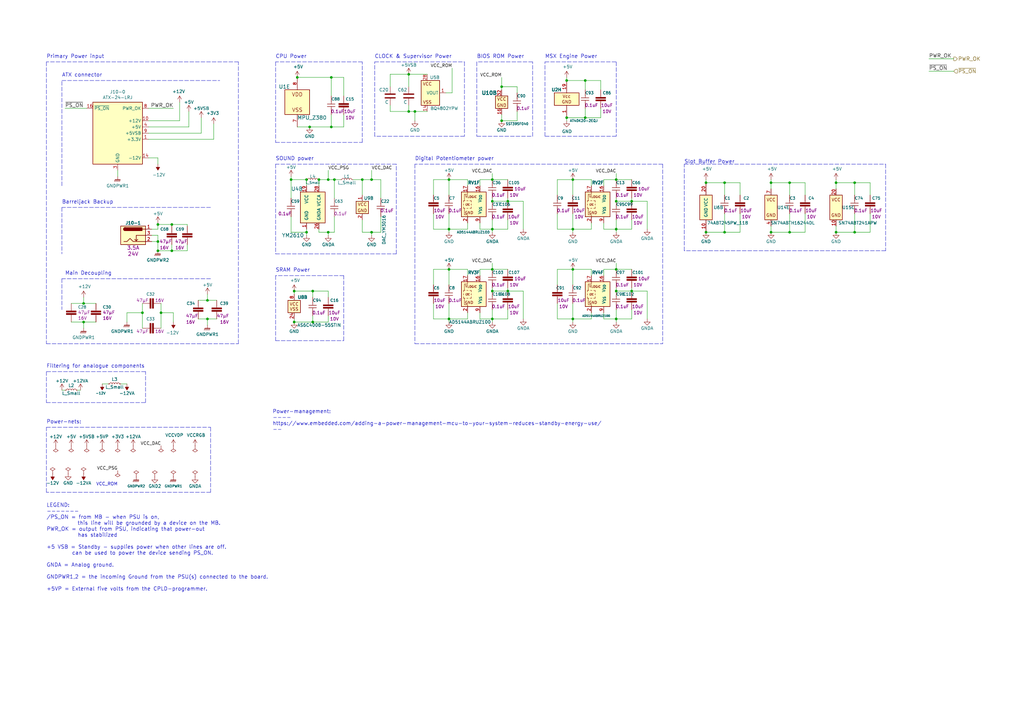
<source format=kicad_sch>
(kicad_sch (version 20211123) (generator eeschema)
  (paper "A3")
  (title_block (title "ULTRA-MSX") (date "2022-06-05") (rev "A-A"))
  (lib_symbols
    (symbol "Device:C" (pin_numbers hide) (pin_names (offset 0.254))
      (property "Reference" "C" (at 0.635 2.54 0))
      (property "Value" "C" (at 0.635 -2.54 0))
      (symbol "C_1_1"
        (pin passive line (at 0 3.81 270) (length 2.794) (name "~") (number "1"))
        (pin passive line (at 0 -3.81 90) (length 2.794) (name "~") (number "2"))
      )
    )
    (symbol "Device:L_Small" (pin_numbers hide) (pin_names (offset 0.254) hide)
      (property "Reference" "L" (at 0.762 1.016 0))
      (property "Value" "L_Small" (at 0.762 -1.016 0))
      (symbol "L_Small_1_1"
        (pin passive line (at 0 2.54 270) (length 0.508) (name "~") (number "1"))
        (pin passive line (at 0 -2.54 90) (length 0.508) (name "~") (number "2"))
      )
    )
    (symbol "LRJ-parts:+5VSB" (power) (pin_names (offset 0)) (in_bom no)
      (property "Value" "+5VSB" (at 0 3.556 0))
      (symbol "+5VSB_1_1"
        (pin power_in line (at 0 0 90) (length 0) hide (name "+5VSB") (number "1"))
      )
    )
    (symbol "LRJ-parts:74ABT245PW_118" (pin_names (offset 1.016))
      (property "Reference" "U" (at -7.62 22.86 0))
      (property "Value" "74ABT245PW_118" (at -10.16 -17.78 0))
      (symbol "74ABT245PW_118_1_0"
        (pin input line (at -10.16 10.16 0) (length 2.54) (name "DIR") (number "1"))
        (pin tri_state line (at 10.16 -10.16 180) (length 2.54) (name "B7") (number "11"))
        (pin tri_state line (at 10.16 -7.62 180) (length 2.54) (name "B6") (number "12"))
        (pin tri_state line (at 10.16 -5.08 180) (length 2.54) (name "B5") (number "13"))
        (pin tri_state line (at 10.16 -2.54 180) (length 2.54) (name "B4") (number "14"))
        (pin tri_state line (at 10.16 0 180) (length 2.54) (name "B3") (number "15"))
        (pin tri_state line (at 10.16 2.54 180) (length 2.54) (name "B2") (number "16"))
        (pin tri_state line (at 10.16 5.08 180) (length 2.54) (name "B1") (number "17"))
        (pin tri_state line (at 10.16 7.62 180) (length 2.54) (name "B0") (number "18"))
        (pin input line (at -10.16 12.7 0) (length 2.54) (name "~{OE}") (number "19"))
        (pin tri_state line (at -10.16 7.62 0) (length 2.54) (name "A0") (number "2"))
        (pin tri_state line (at -10.16 5.08 0) (length 2.54) (name "A1") (number "3"))
        (pin tri_state line (at -10.16 2.54 0) (length 2.54) (name "A2") (number "4"))
        (pin tri_state line (at -10.16 0 0) (length 2.54) (name "A3") (number "5"))
        (pin tri_state line (at -10.16 -2.54 0) (length 2.54) (name "A4") (number "6"))
        (pin tri_state line (at -10.16 -5.08 0) (length 2.54) (name "A5") (number "7"))
        (pin tri_state line (at -10.16 -7.62 0) (length 2.54) (name "A6") (number "8"))
        (pin tri_state line (at -10.16 -10.16 0) (length 2.54) (name "A7") (number "9"))
      )
      (symbol "74ABT245PW_118_2_0"
        (pin power_in line (at 0 -10.16 90) (length 5.08) (name "GND") (number "10"))
        (pin power_in line (at 0 10.16 270) (length 5.08) (name "VCC") (number "20"))
      )
    )
    (symbol "LRJ-parts:AD5144ABRUZ100" (pin_names (offset 1.016))
      (property "Reference" "RV" (at -10.16 12.7 0))
      (property "Value" "AD5144ABRUZ100" (at -2.54 -15.24 0))
      (symbol "AD5144ABRUZ100_1_0"
        (text "bus" (at 7.747 -3.429 0) (effects (font (size 0.75 0.75))))
        (text "CLKbus" (at 7.239 0.508 0) (effects (font (size 0.75 0.75))))
        (text "Data" (at 8.001 -2.413 0) (effects (font (size 0.75 0.75))))
        (text "EEPROM" (at 6.096 -9.906 0) (effects (font (size 0.75 0.75))))
        (text "I2C INTERFACE" (at 0 8.89 0) (effects (font (size 1.27 1.27))))
        (text "I^{2}C" (at -0.889 -0.762 0) (effects (font (size 0.75 0.75)) (justify left)))
        (text "INTERFACE" (at 1.905 -3.302 0) (effects (font (size 0.7 0.7))))
        (text "MEMORY" (at 6.096 -11.176 0) (effects (font (size 0.75 0.75))))
        (text "POWER-ON" (at 1.778 5.969 0) (effects (font (size 0.75 0.75))))
        (text "RESET" (at 0.254 4.699 0) (effects (font (size 0.75 0.75))))
        (text "SERIAL" (at 1.016 -2.032 0) (effects (font (size 0.75 0.75))))
        (pin input clock (at -12.7 0 0) (length 2.54) (name "SCL") (number "18"))
        (pin bidirectional line (at -12.7 -2.54 0) (length 2.54) (name "SDA") (number "19"))
        (pin input line (at -12.7 -5.08 0) (length 2.54) (name "ADDR") (number "20"))
      )
      (symbol "AD5144ABRUZ100_1_1"
        (pin input line (at -12.7 2.54 0) (length 2.54) (name "~{RESET}") (number "1"))
      )
      (symbol "AD5144ABRUZ100_2_0"
        (text "100kΩ" (at 0.889 -1.778 900) (effects (font (size 0.75 0.75)) (justify left)))
        (text "CLK" (at -8.509 -2.667 900) (effects (font (size 0.75 0.75))))
        (text "DATA" (at -3.683 -4.191 900) (effects (font (size 0.75 0.75)) (justify left)))
        (text "INPUT" (at -7.62 1.524 0) (effects (font (size 0.75 0.75)) (justify left)))
        (text "RDAC1" (at -7.112 3.683 0) (effects (font (size 1 1)) (justify left)))
        (text "REGISTER1" (at -7.62 0.254 0) (effects (font (size 0.75 0.75)) (justify left)))
      )
      (symbol "AD5144ABRUZ100_2_1"
        (pin passive line (at 10.16 2.54 180) (length 2.54) (name "A1") (number "3"))
        (pin passive line (at 10.16 0 180) (length 2.54) (name "W1") (number "4"))
        (pin passive line (at 10.16 -2.54 180) (length 2.54) (name "B1") (number "5"))
      )
      (symbol "AD5144ABRUZ100_3_0"
        (text "100kΩ" (at 0.889 -1.778 900) (effects (font (size 0.75 0.75)) (justify left)))
        (text "CLK" (at -8.509 -2.667 900) (effects (font (size 0.75 0.75))))
        (text "DATA" (at -3.683 -4.191 900) (effects (font (size 0.75 0.75)) (justify left)))
        (text "INPUT" (at -7.62 1.524 0) (effects (font (size 0.75 0.75)) (justify left)))
        (text "RDAC2" (at -7.112 3.683 0) (effects (font (size 1 1)) (justify left)))
        (text "REGISTER2" (at -7.62 0.254 0) (effects (font (size 0.75 0.75)) (justify left)))
        (pin passive line (at 10.16 2.54 180) (length 2.54) (name "A2") (number "10"))
        (pin passive line (at 10.16 0 180) (length 2.54) (name "W2") (number "11"))
        (pin passive line (at 10.16 -2.54 180) (length 2.54) (name "B2") (number "12"))
      )
      (symbol "AD5144ABRUZ100_4_0"
        (text "100kΩ" (at 0.889 -1.778 900) (effects (font (size 0.75 0.75)) (justify left)))
        (text "CLK" (at -8.509 -2.667 900) (effects (font (size 0.75 0.75))))
        (text "DATA" (at -3.683 -4.191 900) (effects (font (size 0.75 0.75)) (justify left)))
        (text "INPUT" (at -7.62 1.524 0) (effects (font (size 0.75 0.75)) (justify left)))
        (text "RDAC3" (at -7.112 3.683 0) (effects (font (size 1 1)) (justify left)))
        (text "REGISTER3" (at -7.62 0.254 0) (effects (font (size 0.75 0.75)) (justify left)))
        (pin passive line (at 10.16 0 180) (length 2.54) (name "W3") (number "7"))
        (pin passive line (at 10.16 -2.54 180) (length 2.54) (name "B3") (number "8"))
      )
      (symbol "AD5144ABRUZ100_4_1"
        (pin passive line (at 10.16 2.54 180) (length 2.54) (name "A3") (number "6"))
      )
      (symbol "AD5144ABRUZ100_5_0"
        (text "100kΩ" (at 0.889 -1.778 900) (effects (font (size 0.75 0.75)) (justify left)))
        (text "CLK" (at -8.509 -2.667 900) (effects (font (size 0.75 0.75))))
        (text "DATA" (at -3.683 -4.191 900) (effects (font (size 0.75 0.75)) (justify left)))
        (text "INPUT" (at -7.62 1.524 0) (effects (font (size 0.75 0.75)) (justify left)))
        (text "RDAC4" (at -7.112 3.683 0) (effects (font (size 1 1)) (justify left)))
        (text "REGISTER4" (at -7.62 0.254 0) (effects (font (size 0.75 0.75)) (justify left)))
        (pin passive line (at 10.16 2.54 180) (length 2.54) (name "A4") (number "13"))
        (pin passive line (at 10.16 0 180) (length 2.54) (name "W4") (number "14"))
        (pin passive line (at 10.16 -2.54 180) (length 2.54) (name "B4") (number "15"))
      )
      (symbol "AD5144ABRUZ100_6_0"
        (text "GND" (at -1.905 -3.429 0) (effects (font (size 1.1 1.1))))
        (text "I2C" (at -3.556 -0.127 0) (effects (font (size 0.75 0.75)) (justify left)))
        (text "V_{LOGIC}" (at -1.143 3.302 0) (effects (font (size 1.1 1.1))))
        (pin power_in line (at 2.54 7.62 270) (length 2.54) (name "V_{DD}") (number "16"))
        (pin power_in line (at -2.54 7.62 270) (length 2.54) (name "V_{LOGIC}") (number "17"))
        (pin power_in line (at 2.54 -7.62 90) (length 2.54) (name "V_{SS}") (number "9"))
      )
      (symbol "AD5144ABRUZ100_6_1"
        (pin power_in line (at -2.54 -7.62 90) (length 2.54) (name "GND") (number "2"))
      )
    )
    (symbol "LRJ-parts:AS6C4008-55STIN"
      (property "Reference" "U" (at -7.62 31.115 0))
      (property "Value" "AS6C4008-55STIN" (at 5.08 31.115 0))
      (symbol "AS6C4008-55STIN_1_1"
        (pin input line (at -10.16 0 0) (length 2.54) (name "A11") (number "1"))
        (pin input line (at -10.16 -12.7 0) (length 2.54) (name "A16") (number "10"))
        (pin input line (at -10.16 -7.62 0) (length 2.54) (name "A14") (number "11"))
        (pin input line (at -10.16 -2.54 0) (length 2.54) (name "A12") (number "12"))
        (pin input line (at -10.16 10.16 0) (length 2.54) (name "A7") (number "13"))
        (pin input line (at -10.16 12.7 0) (length 2.54) (name "A6") (number "14"))
        (pin input line (at -10.16 15.24 0) (length 2.54) (name "A5") (number "15"))
        (pin input line (at -10.16 17.78 0) (length 2.54) (name "A4") (number "16"))
        (pin input line (at -10.16 20.32 0) (length 2.54) (name "A3") (number "17"))
        (pin input line (at -10.16 22.86 0) (length 2.54) (name "A2") (number "18"))
        (pin input line (at -10.16 25.4 0) (length 2.54) (name "A1") (number "19"))
        (pin input line (at -10.16 5.08 0) (length 2.54) (name "A9") (number "2"))
        (pin input line (at -10.16 27.94 0) (length 2.54) (name "A0") (number "20"))
        (pin tri_state line (at 10.16 27.94 180) (length 2.54) (name "DQ0") (number "21"))
        (pin tri_state line (at 10.16 25.4 180) (length 2.54) (name "DQ1") (number "22"))
        (pin tri_state line (at 10.16 22.86 180) (length 2.54) (name "DQ2") (number "23"))
        (pin tri_state line (at 10.16 20.32 180) (length 2.54) (name "DQ3") (number "25"))
        (pin tri_state line (at 10.16 17.78 180) (length 2.54) (name "DQ4") (number "26"))
        (pin tri_state line (at 10.16 15.24 180) (length 2.54) (name "DQ5") (number "27"))
        (pin tri_state line (at 10.16 12.7 180) (length 2.54) (name "DQ6") (number "28"))
        (pin tri_state line (at 10.16 10.16 180) (length 2.54) (name "DQ7") (number "29"))
        (pin input line (at -10.16 7.62 0) (length 2.54) (name "A8") (number "3"))
        (pin input line (at -10.16 -22.86 0) (length 2.54) (name "~{CE}") (number "30"))
        (pin input line (at -10.16 2.54 0) (length 2.54) (name "A10") (number "31"))
        (pin input line (at -10.16 -25.4 0) (length 2.54) (name "~{OE}") (number "32"))
        (pin input line (at -10.16 -5.08 0) (length 2.54) (name "A13") (number "4"))
        (pin input line (at -10.16 -27.94 0) (length 2.54) (name "~{WE}") (number "5"))
        (pin input line (at -10.16 -15.24 0) (length 2.54) (name "A17") (number "6"))
        (pin input line (at -10.16 -10.16 0) (length 2.54) (name "A15") (number "7"))
        (pin input line (at -10.16 -17.78 0) (length 2.54) (name "A18") (number "9"))
      )
      (symbol "AS6C4008-55STIN_2_0"
        (text "VSS" (at 0 -1.016 0) (effects (font (size 1.27 1.27))))
      )
      (symbol "AS6C4008-55STIN_2_1"
        (text "VCC" (at 0 1.016 0) (effects (font (size 1.27 1.27))))
        (pin power_in line (at 0 -5.08 90) (length 2.54) (name "VSS") (number "24"))
        (pin power_in line (at 0 5.08 270) (length 2.54) (name "VCC") (number "8"))
      )
    )
    (symbol "LRJ-parts:AT40K20-2EQJ" (pin_names (offset 0.762))
      (property "Reference" "U" (at -10.16 48.26 0))
      (property "Value" "AT40K20-2EQJ" (at -7.62 -55.88 0))
      (symbol "AT40K20-2EQJ_1_0"
        (text "(CI)" (at -2.54 2.54 0) (effects (font (size 1.27 1.27))))
        (text "(Conf. Status Indicator)" (at 1.905 12.7 0) (effects (font (size 0.8 0.8))))
        (text "(DO)" (at -1.016 10.414 0) (effects (font (size 1.27 1.27))))
        (text "(ERR)" (at 2.667 15.24 0) (effects (font (size 1.27 1.27))))
        (text "(PCI)" (at 6.35 -25.4 0) (effects (font (size 1.27 1.27))))
        (text "CLOCKS" (at 0 -3.81 0) (effects (font (size 1.27 1.27))))
        (text "GCK6 (CO)" (at 5.969 19.939 0) (effects (font (size 0.8 0.8))))
        (text "Global" (at 6.35 -11.43 0) (effects (font (size 1.27 1.27) italic)))
        (text "IO144" (at 4.826 21.463 0) (effects (font (size 1 1))))
        (text "SPI conf. Mode" (at -5.08 24.511 0) (effects (font (size 0.8 0.8))))
        (text "~{CSOUT}" (at 5.715 22.86 0) (effects (font (size 1.27 1.27))))
        (pin bidirectional clock (at -15.24 -12.7 0) (length 5.08) (name "IO96/GCK4") (number "118"))
        (pin input line (at -15.24 12.7 0) (length 5.08) (name "~{CON}") (number "120"))
        (pin input line (at -15.24 10.16 0) (length 5.08) (name "~{RESET}") (number "122"))
        (pin bidirectional clock (at -15.24 -15.24 0) (length 5.08) (name "IO98/GCK5") (number "124"))
        (pin bidirectional line (at -15.24 7.62 0) (length 5.08) (name "IO114/CS0") (number "142"))
        (pin bidirectional clock (at -15.24 -20.32 0) (length 5.08) (name "IO13/FCK1") (number "15"))
        (pin bidirectional line (at -15.24 5.08 0) (length 5.08) (name "IO122/~{CHECK}") (number "153"))
        (pin bidirectional clock (at -15.24 -27.94 0) (length 5.08) (name "IO130/FCK4") (number "163"))
        (pin bidirectional clock (at 15.24 22.86 180) (length 5.08) (name "IO144/GCK6/~{CSOUT}") (number "178"))
        (pin input clock (at -15.24 2.54 0) (length 5.08) (name "CCLK") (number "179"))
        (pin input clock (at -15.24 0 0) (length 5.08) (name "TSTCLK") (number "181"))
        (pin bidirectional clock (at -15.24 -22.86 0) (length 5.08) (name "IO36/FCK2") (number "44"))
        (pin bidirectional clock (at -15.24 -7.62 0) (length 5.08) (name "IO48/GCK2") (number "57"))
        (pin input line (at -15.24 20.32 0) (length 5.08) (name "M1") (number "58"))
        (pin input line (at -15.24 22.86 0) (length 5.08) (name "M0") (number "60"))
        (pin input line (at -15.24 17.78 0) (length 5.08) (name "M2") (number "62"))
        (pin bidirectional clock (at -15.24 -10.16 0) (length 5.08) (name "IO49/GCK3") (number "63"))
        (pin bidirectional line (at -15.24 15.24 0) (length 5.08) (name "IO72/INIT") (number "89"))
      )
      (symbol "AT40K20-2EQJ_1_1"
        (text "CONTROL SIGNALS" (at 0 26.67 0) (effects (font (size 1.27 1.27))))
        (text "Fast" (at 6.35 -22.86 0) (effects (font (size 1.27 1.27) italic)))
        (pin bidirectional clock (at -15.24 -25.4 0) (length 5.08) (name "IO111/FCK3") (number "138"))
      )
      (symbol "AT40K20-2EQJ_2_0"
        (text "DATA BUS" (at 0 21.59 0) (effects (font (size 1.27 1.27))))
      )
      (symbol "AT40K20-2EQJ_2_1"
        (pin bidirectional line (at -12.7 -12.7 0) (length 5.08) (name "IO81/D12") (number "102"))
        (pin bidirectional line (at -12.7 -10.16 0) (length 5.08) (name "IO82/D11") (number "103"))
        (pin bidirectional line (at -12.7 -7.62 0) (length 5.08) (name "IO91/D10") (number "113"))
        (pin bidirectional line (at -12.7 -5.08 0) (length 5.08) (name "IO92/D9") (number "114"))
        (pin bidirectional line (at -12.7 -2.54 0) (length 5.08) (name "IO95/D8") (number "117"))
        (pin bidirectional line (at -12.7 0 0) (length 5.08) (name "IO97/D7") (number "123"))
        (pin bidirectional line (at -12.7 2.54 0) (length 5.08) (name "IO103/D6") (number "129"))
        (pin bidirectional line (at -12.7 5.08 0) (length 5.08) (name "IO113/D5") (number "141"))
        (pin bidirectional line (at -12.7 7.62 0) (length 5.08) (name "IO119/D4") (number "148"))
        (pin bidirectional line (at -12.7 10.16 0) (length 5.08) (name "IO121/D3") (number "152"))
        (pin bidirectional line (at -12.7 12.7 0) (length 5.08) (name "IO127/D2") (number "159"))
        (pin bidirectional line (at -12.7 15.24 0) (length 5.08) (name "IO139/D1") (number "173"))
        (pin bidirectional line (at -12.7 17.78 0) (length 5.08) (name "IO143/D0") (number "177"))
        (pin bidirectional line (at -12.7 -20.32 0) (length 5.08) (name "IO71/D15") (number "88"))
        (pin bidirectional line (at -12.7 -17.78 0) (length 5.08) (name "IO73/D14") (number "92"))
        (pin bidirectional line (at -12.7 -15.24 0) (length 5.08) (name "IO74/D13") (number "93"))
      )
      (symbol "AT40K20-2EQJ_3_0"
        (text "ADDRESSING" (at 0.635 31.75 0) (effects (font (size 1.27 1.27))))
      )
      (symbol "AT40K20-2EQJ_3_1"
        (pin bidirectional line (at -15.24 -22.86 0) (length 5.08) (name "IO15/A20") (number "17"))
        (pin bidirectional line (at -15.24 -25.4 0) (length 5.08) (name "IO16/A21") (number "18"))
        (pin bidirectional line (at -15.24 27.94 0) (length 5.08) (name "IO145/A0") (number "183"))
        (pin bidirectional clock (at -15.24 25.4 0) (length 5.08) (name "IO146/GCK7/A1") (number "184"))
        (pin bidirectional clock (at -15.24 22.86 0) (length 5.08) (name "IO149/~{CS1}/A2") (number "187"))
        (pin bidirectional line (at -15.24 20.32 0) (length 5.08) (name "IO150/A3") (number "188"))
        (pin bidirectional clock (at -15.24 -12.7 0) (length 5.08) (name "IO1/GCK1/A16") (number "2"))
        (pin bidirectional line (at -15.24 17.78 0) (length 5.08) (name "IO161/A4") (number "202"))
        (pin bidirectional line (at -15.24 15.24 0) (length 5.08) (name "IO162/A5") (number "203"))
        (pin bidirectional line (at -15.24 12.7 0) (length 5.08) (name "IO167/A6") (number "209"))
        (pin bidirectional line (at -15.24 10.16 0) (length 5.08) (name "IO168/A7") (number "210"))
        (pin bidirectional line (at -15.24 7.62 0) (length 5.08) (name "IO169/A8") (number "213"))
        (pin bidirectional line (at -15.24 5.08 0) (length 5.08) (name "IO170/A9") (number "214"))
        (pin bidirectional line (at -15.24 2.54 0) (length 5.08) (name "IO175/A10") (number "220"))
        (pin bidirectional line (at -15.24 0 0) (length 5.08) (name "IO176/A11") (number "221"))
        (pin bidirectional line (at -15.24 -2.54 0) (length 5.08) (name "IO185/A12") (number "232"))
        (pin bidirectional line (at -15.24 -5.08 0) (length 5.08) (name "IO186/A13") (number "233"))
        (pin bidirectional line (at -15.24 -7.62 0) (length 5.08) (name "IO191/A14") (number "238"))
        (pin bidirectional clock (at -15.24 -10.16 0) (length 5.08) (name "IO191/GCK8/A15") (number "239"))
        (pin bidirectional line (at -15.24 -27.94 0) (length 5.08) (name "IO23/A22") (number "27"))
        (pin bidirectional line (at -15.24 -30.48 0) (length 5.08) (name "IO24/A23") (number "28"))
        (pin bidirectional line (at -15.24 -15.24 0) (length 5.08) (name "IO2/A17") (number "3"))
        (pin bidirectional line (at -15.24 -17.78 0) (length 5.08) (name "IO5/A18") (number "6"))
        (pin bidirectional line (at -15.24 -20.32 0) (length 5.08) (name "IO6/A19") (number "7"))
      )
      (symbol "AT40K20-2EQJ_4_0"
        (text "(Tri-states" (at 3.175 -45.974 0) (effects (font (size 1 1))))
        (text "all User" (at 2.54 -47.244 0) (effects (font (size 1 1))))
        (text "I/O-pins)" (at 3.175 -48.514 0) (effects (font (size 1 1))))
      )
      (symbol "AT40K20-2EQJ_4_1"
        (text "Left I/O-bank" (at 0 44.45 0) (effects (font (size 1.27 1.27))))
        (pin bidirectional line (at -12.7 30.48 0) (length 5.08) (name "IO9") (number "10"))
        (pin bidirectional line (at -12.7 27.94 0) (length 5.08) (name "IO10") (number "11"))
        (pin bidirectional line (at -12.7 25.4 0) (length 5.08) (name "IO11") (number "12"))
        (pin bidirectional line (at -12.7 22.86 0) (length 5.08) (name "IO12") (number "13"))
        (pin bidirectional line (at -12.7 20.32 0) (length 5.08) (name "IO14") (number "16"))
        (pin bidirectional line (at -12.7 17.78 0) (length 5.08) (name "IO17") (number "20"))
        (pin bidirectional line (at -12.7 15.24 0) (length 5.08) (name "IO18") (number "21"))
        (pin bidirectional line (at -12.7 12.7 0) (length 5.08) (name "IO19") (number "23"))
        (pin bidirectional line (at -12.7 10.16 0) (length 5.08) (name "IO20") (number "24"))
        (pin bidirectional line (at -12.7 7.62 0) (length 5.08) (name "IO21") (number "25"))
        (pin bidirectional line (at -12.7 5.08 0) (length 5.08) (name "IO22") (number "26"))
        (pin bidirectional line (at -12.7 2.54 0) (length 5.08) (name "IO25") (number "31"))
        (pin bidirectional line (at -12.7 0 0) (length 5.08) (name "IO26") (number "32"))
        (pin bidirectional line (at -12.7 -2.54 0) (length 5.08) (name "IO27") (number "33"))
        (pin bidirectional line (at -12.7 -5.08 0) (length 5.08) (name "IO28") (number "34"))
        (pin bidirectional line (at -12.7 -7.62 0) (length 5.08) (name "IO29") (number "35"))
        (pin bidirectional line (at -12.7 -10.16 0) (length 5.08) (name "IO30") (number "36"))
        (pin bidirectional line (at -12.7 -12.7 0) (length 5.08) (name "IO31") (number "38"))
        (pin bidirectional line (at -12.7 -15.24 0) (length 5.08) (name "IO32") (number "39"))
        (pin bidirectional line (at -12.7 40.64 0) (length 5.08) (name "IO3") (number "4"))
        (pin bidirectional line (at -12.7 -17.78 0) (length 5.08) (name "IO33") (number "41"))
        (pin bidirectional line (at -12.7 -20.32 0) (length 5.08) (name "IO34") (number "42"))
        (pin bidirectional line (at -12.7 -22.86 0) (length 5.08) (name "IO35") (number "43"))
        (pin bidirectional line (at -12.7 -25.4 0) (length 5.08) (name "IO37") (number "46"))
        (pin bidirectional line (at -12.7 -27.94 0) (length 5.08) (name "IO38") (number "47"))
        (pin bidirectional line (at -12.7 -30.48 0) (length 5.08) (name "IO39") (number "48"))
        (pin bidirectional line (at -12.7 -33.02 0) (length 5.08) (name "IO40") (number "49"))
        (pin bidirectional line (at -12.7 38.1 0) (length 5.08) (name "IO4") (number "5"))
        (pin bidirectional line (at -12.7 -35.56 0) (length 5.08) (name "IO41") (number "50"))
        (pin bidirectional line (at -12.7 -38.1 0) (length 5.08) (name "IO42") (number "51"))
        (pin bidirectional line (at -12.7 -40.64 0) (length 5.08) (name "IO43") (number "52"))
        (pin bidirectional line (at -12.7 -43.18 0) (length 5.08) (name "IO44") (number "53"))
        (pin bidirectional line (at -12.7 -45.72 0) (length 5.08) (name "IO45") (number "54"))
        (pin bidirectional line (at -12.7 -48.26 0) (length 5.08) (name "IO46") (number "55"))
        (pin bidirectional line (at -12.7 -50.8 0) (length 5.08) (name "IO47/~{OTS}") (number "56"))
        (pin bidirectional line (at -12.7 35.56 0) (length 5.08) (name "IO7") (number "8"))
        (pin bidirectional line (at -12.7 33.02 0) (length 5.08) (name "IO8") (number "9"))
      )
      (symbol "AT40K20-2EQJ_5_0"
        (text "Config." (at 6.985 39.243 0) (effects (font (size 0.85 0.85))))
        (text "Config." (at 7.112 29.21 0) (effects (font (size 0.85 0.85))))
        (text "During" (at 6.731 40.64 0) (effects (font (size 0.85 0.85))))
        (text "During" (at 6.858 30.607 0) (effects (font (size 0.85 0.85))))
        (text "High" (at 6.096 41.91 0) (effects (font (size 0.85 0.85))))
        (text "Low" (at 6.223 31.877 0) (effects (font (size 0.85 0.85))))
        (pin no_connect line (at 7.62 -17.78 180) (length 2.54) hide (name "N/C") (number "143"))
        (pin no_connect line (at 7.62 -20.32 180) (length 2.54) hide (name "N/C") (number "168"))
        (pin no_connect line (at 7.62 -22.86 180) (length 2.54) hide (name "N/C") (number "195"))
        (pin no_connect line (at 7.62 -25.4 180) (length 2.54) hide (name "N/C") (number "199"))
        (pin no_connect line (at 7.62 -27.94 180) (length 2.54) hide (name "N/C") (number "204"))
        (pin no_connect line (at 7.62 -30.48 180) (length 2.54) hide (name "N/C") (number "219"))
        (pin no_connect line (at 7.62 -7.62 180) (length 2.54) hide (name "N/C") (number "22"))
        (pin no_connect line (at 7.62 -10.16 180) (length 2.54) hide (name "N/C") (number "37"))
        (pin no_connect line (at 7.62 -12.7 180) (length 2.54) hide (name "N/C") (number "83"))
        (pin no_connect line (at 7.62 -15.24 180) (length 2.54) hide (name "N/C") (number "98"))
      )
      (symbol "AT40K20-2EQJ_5_1"
        (text "Bottom I/O-bank" (at 1.27 44.45 0) (effects (font (size 1.1176 1.1176))))
        (pin bidirectional line (at -12.7 -25.4 0) (length 5.08) (name "IO80") (number "100"))
        (pin bidirectional line (at -12.7 -27.94 0) (length 5.08) (name "IO83") (number "104"))
        (pin bidirectional line (at -12.7 -30.48 0) (length 5.08) (name "IO84") (number "105"))
        (pin bidirectional line (at -12.7 -33.02 0) (length 5.08) (name "IO85") (number "107"))
        (pin bidirectional line (at -12.7 -35.56 0) (length 5.08) (name "IO86") (number "108"))
        (pin bidirectional line (at -12.7 -38.1 0) (length 5.08) (name "IO87") (number "109"))
        (pin bidirectional line (at -12.7 -40.64 0) (length 5.08) (name "IO88") (number "110"))
        (pin bidirectional line (at -12.7 -43.18 0) (length 5.08) (name "IO89") (number "111"))
        (pin bidirectional line (at -12.7 -45.72 0) (length 5.08) (name "IO90") (number "112"))
        (pin bidirectional line (at -12.7 -48.26 0) (length 5.08) (name "IO93") (number "115"))
        (pin bidirectional line (at -12.7 -50.8 0) (length 5.08) (name "IO94") (number "116"))
        (pin no_connect line (at 7.62 -33.02 180) (length 5.08) hide (name "N/C") (number "158"))
        (pin bidirectional line (at -12.7 40.64 0) (length 5.08) (name "IO50/HDC") (number "64"))
        (pin bidirectional line (at -12.7 38.1 0) (length 5.08) (name "IO51") (number "65"))
        (pin bidirectional line (at -12.7 35.56 0) (length 5.08) (name "IO52") (number "66"))
        (pin bidirectional line (at -12.7 33.02 0) (length 5.08) (name "IO53") (number "67"))
        (pin bidirectional line (at -12.7 30.48 0) (length 5.08) (name "IO54/LDC") (number "68"))
        (pin bidirectional line (at -12.7 27.94 0) (length 5.08) (name "IO55") (number "69"))
        (pin bidirectional line (at -12.7 25.4 0) (length 5.08) (name "IO56") (number "70"))
        (pin bidirectional line (at -12.7 22.86 0) (length 5.08) (name "IO57") (number "71"))
        (pin bidirectional line (at -12.7 20.32 0) (length 5.08) (name "IO58") (number "72"))
        (pin bidirectional line (at -12.7 17.78 0) (length 5.08) (name "IO59") (number "73"))
        (pin bidirectional line (at -12.7 15.24 0) (length 5.08) (name "IO60") (number "74"))
        (pin bidirectional line (at -12.7 12.7 0) (length 5.08) (name "IO61") (number "76"))
        (pin bidirectional line (at -12.7 10.16 0) (length 5.08) (name "IO62") (number "77"))
        (pin bidirectional line (at -12.7 7.62 0) (length 5.08) (name "IO63") (number "78"))
        (pin bidirectional line (at -12.7 5.08 0) (length 5.08) (name "IO64") (number "79"))
        (pin bidirectional line (at -12.7 2.54 0) (length 5.08) (name "IO65") (number "81"))
        (pin bidirectional line (at -12.7 0 0) (length 5.08) (name "IO66") (number "82"))
        (pin bidirectional line (at -12.7 -2.54 0) (length 5.08) (name "IO67") (number "84"))
        (pin bidirectional line (at -12.7 -5.08 0) (length 5.08) (name "IO68") (number "85"))
        (pin bidirectional line (at -12.7 -7.62 0) (length 5.08) (name "IO69") (number "86"))
        (pin bidirectional line (at -12.7 -10.16 0) (length 5.08) (name "IO70") (number "87"))
        (pin bidirectional line (at -12.7 -12.7 0) (length 5.08) (name "IO75") (number "94"))
        (pin bidirectional line (at -12.7 -15.24 0) (length 5.08) (name "IO76") (number "95"))
        (pin bidirectional line (at -12.7 -17.78 0) (length 5.08) (name "IO77") (number "96"))
        (pin bidirectional line (at -12.7 -20.32 0) (length 5.08) (name "IO78") (number "97"))
        (pin bidirectional line (at -12.7 -22.86 0) (length 5.08) (name "IO79") (number "99"))
      )
      (symbol "AT40K20-2EQJ_6_0"
        (text "Right I/O-bank" (at 0 39.37 0) (effects (font (size 1.0922 1.0922))))
      )
      (symbol "AT40K20-2EQJ_6_1"
        (pin bidirectional line (at -12.7 35.56 0) (length 5.08) (name "IO99") (number "125"))
        (pin bidirectional line (at -12.7 33.02 0) (length 5.08) (name "IO100") (number "126"))
        (pin bidirectional line (at -12.7 30.48 0) (length 5.08) (name "IO101") (number "127"))
        (pin bidirectional line (at -12.7 27.94 0) (length 5.08) (name "IO102") (number "128"))
        (pin bidirectional line (at -12.7 25.4 0) (length 5.08) (name "IO104") (number "130"))
        (pin bidirectional line (at -12.7 22.86 0) (length 5.08) (name "IO105") (number "131"))
        (pin bidirectional line (at -12.7 20.32 0) (length 5.08) (name "IO106") (number "132"))
        (pin bidirectional line (at -12.7 17.78 0) (length 5.08) (name "IO107") (number "133"))
        (pin bidirectional line (at -12.7 15.24 0) (length 5.08) (name "IO108") (number "134"))
        (pin bidirectional line (at -12.7 12.7 0) (length 5.08) (name "IO109") (number "136"))
        (pin bidirectional line (at -12.7 10.16 0) (length 5.08) (name "IO110") (number "137"))
        (pin bidirectional line (at -12.7 7.62 0) (length 5.08) (name "IO112") (number "139"))
        (pin bidirectional line (at -12.7 5.08 0) (length 5.08) (name "IO115") (number "144"))
        (pin bidirectional line (at -12.7 2.54 0) (length 5.08) (name "IO116") (number "145"))
        (pin bidirectional line (at -12.7 0 0) (length 5.08) (name "IO117") (number "146"))
        (pin bidirectional line (at -12.7 -2.54 0) (length 5.08) (name "IO118") (number "147"))
        (pin bidirectional line (at -12.7 -5.08 0) (length 5.08) (name "IO120") (number "149"))
        (pin bidirectional line (at -12.7 -7.62 0) (length 5.08) (name "IO123") (number "154"))
        (pin bidirectional line (at -12.7 -10.16 0) (length 5.08) (name "IO124") (number "155"))
        (pin bidirectional line (at -12.7 -12.7 0) (length 5.08) (name "IO125") (number "156"))
        (pin bidirectional line (at -12.7 -15.24 0) (length 5.08) (name "IO126") (number "157"))
        (pin bidirectional line (at -12.7 -17.78 0) (length 5.08) (name "IO128") (number "160"))
        (pin bidirectional line (at -12.7 -20.32 0) (length 5.08) (name "IO129") (number "162"))
        (pin bidirectional line (at -12.7 -22.86 0) (length 5.08) (name "IO131") (number "164"))
        (pin bidirectional line (at -12.7 -25.4 0) (length 5.08) (name "IO132") (number "165"))
        (pin bidirectional line (at -12.7 -27.94 0) (length 5.08) (name "IO133") (number "167"))
        (pin bidirectional line (at -12.7 -30.48 0) (length 5.08) (name "IO135") (number "169"))
        (pin bidirectional line (at -12.7 -33.02 0) (length 5.08) (name "IO136") (number "170"))
        (pin bidirectional line (at -12.7 -35.56 0) (length 5.08) (name "IO137") (number "171"))
        (pin bidirectional line (at -12.7 -38.1 0) (length 5.08) (name "IO138") (number "172"))
        (pin bidirectional line (at -12.7 -40.64 0) (length 5.08) (name "IO140") (number "174"))
        (pin bidirectional line (at -12.7 -43.18 0) (length 5.08) (name "IO141") (number "175"))
        (pin bidirectional line (at -12.7 -45.72 0) (length 5.08) (name "IO142") (number "176"))
      )
      (symbol "AT40K20-2EQJ_7_0"
        (text "Top I/O-bank" (at 0 39.37 0) (effects (font (size 1.27 1.27))))
      )
      (symbol "AT40K20-2EQJ_7_1"
        (pin bidirectional line (at -12.7 35.56 0) (length 5.08) (name "IO147") (number "185"))
        (pin bidirectional line (at -12.7 33.02 0) (length 5.08) (name "IO148") (number "186"))
        (pin bidirectional line (at -12.7 30.48 0) (length 5.08) (name "IO152") (number "190"))
        (pin bidirectional line (at -12.7 27.94 0) (length 5.08) (name "IO153") (number "191"))
        (pin bidirectional line (at -12.7 25.4 0) (length 5.08) (name "IO154") (number "192"))
        (pin bidirectional line (at -12.7 22.86 0) (length 5.08) (name "IO155") (number "193"))
        (pin bidirectional line (at -12.7 20.32 0) (length 5.08) (name "IO156") (number "194"))
        (pin bidirectional line (at -12.7 17.78 0) (length 5.08) (name "IO157") (number "197"))
        (pin bidirectional line (at -12.7 15.24 0) (length 5.08) (name "IO158") (number "198"))
        (pin bidirectional line (at -12.7 12.7 0) (length 5.08) (name "IO160") (number "200"))
        (pin bidirectional line (at -12.7 10.16 0) (length 5.08) (name "IO163") (number "205"))
        (pin bidirectional line (at -12.7 7.62 0) (length 5.08) (name "IO164") (number "206"))
        (pin bidirectional line (at -12.7 5.08 0) (length 5.08) (name "IO165") (number "207"))
        (pin bidirectional line (at -12.7 2.54 0) (length 5.08) (name "IO166") (number "208"))
        (pin bidirectional line (at -12.7 0 0) (length 5.08) (name "IO171") (number "215"))
        (pin bidirectional line (at -12.7 -2.54 0) (length 5.08) (name "IO172") (number "216"))
        (pin bidirectional line (at -12.7 -5.08 0) (length 5.08) (name "IO173") (number "217"))
        (pin bidirectional line (at -12.7 -7.62 0) (length 5.08) (name "IO174") (number "218"))
        (pin bidirectional line (at -12.7 -10.16 0) (length 5.08) (name "IO177") (number "223"))
        (pin bidirectional line (at -12.7 -12.7 0) (length 5.08) (name "IO178") (number "224"))
        (pin bidirectional line (at -12.7 -15.24 0) (length 5.08) (name "IO179") (number "225"))
        (pin bidirectional line (at -12.7 -17.78 0) (length 5.08) (name "IO180") (number "226"))
        (pin bidirectional line (at -12.7 -20.32 0) (length 5.08) (name "IO181") (number "228"))
        (pin bidirectional line (at -12.7 -22.86 0) (length 5.08) (name "IO182") (number "229"))
        (pin bidirectional line (at -12.7 -25.4 0) (length 5.08) (name "IO183") (number "230"))
        (pin bidirectional line (at -12.7 -27.94 0) (length 5.08) (name "IO184") (number "231"))
        (pin bidirectional line (at -12.7 -30.48 0) (length 5.08) (name "IO187") (number "234"))
        (pin bidirectional line (at -12.7 -33.02 0) (length 5.08) (name "IO188") (number "235"))
        (pin bidirectional line (at -12.7 -35.56 0) (length 5.08) (name "IO189") (number "236"))
        (pin bidirectional line (at -12.7 -38.1 0) (length 5.08) (name "IO190") (number "237"))
      )
      (symbol "AT40K20-2EQJ_8_0"
        (text "GND" (at 0 -1.143 0) (effects (font (size 1.27 1.27))))
        (text "Vcc" (at 0 1.143 0) (effects (font (size 1.27 1.27))))
      )
      (symbol "AT40K20-2EQJ_8_1"
        (pin power_in line (at 0 -7.62 90) (length 5.08) (name "GND") (number "1"))
        (pin passive line (at 0 7.62 270) (length 5.08) hide (name "VCC") (number "101"))
        (pin passive line (at 0 -7.62 90) (length 5.08) hide (name "GND") (number "106"))
        (pin passive line (at 0 -7.62 90) (length 5.08) hide (name "GND") (number "119"))
        (pin passive line (at 0 7.62 270) (length 5.08) hide (name "VCC") (number "121"))
        (pin passive line (at 0 -7.62 90) (length 5.08) hide (name "GND") (number "135"))
        (pin passive line (at 0 -7.62 90) (length 5.08) hide (name "GND") (number "14"))
        (pin passive line (at 0 7.62 270) (length 5.08) hide (name "VCC") (number "140"))
        (pin passive line (at 0 7.62 270) (length 5.08) hide (name "VCC") (number "150"))
        (pin passive line (at 0 -7.62 90) (length 5.08) hide (name "GND") (number "151"))
        (pin passive line (at 0 7.62 270) (length 5.08) hide (name "VCC") (number "161"))
        (pin passive line (at 0 -7.62 90) (length 5.08) hide (name "GND") (number "166"))
        (pin passive line (at 0 7.62 270) (length 5.08) hide (name "VCC") (number "180"))
        (pin passive line (at 0 -7.62 90) (length 5.08) hide (name "GND") (number "182"))
        (pin no_connect line (at -2.54 0 0) (length 5.08) hide (name "IO151/NC") (number "189"))
        (pin power_in line (at 0 7.62 270) (length 5.08) (name "VCC") (number "19"))
        (pin passive line (at 0 -7.62 90) (length 5.08) hide (name "GND") (number "196"))
        (pin passive line (at 0 7.62 270) (length 5.08) hide (name "VCC") (number "201"))
        (pin passive line (at 0 -7.62 90) (length 5.08) hide (name "GND") (number "211"))
        (pin passive line (at 0 7.62 270) (length 5.08) hide (name "VCC") (number "212"))
        (pin passive line (at 0 7.62 270) (length 5.08) hide (name "VCC") (number "222"))
        (pin passive line (at 0 -7.62 90) (length 5.08) hide (name "GND") (number "227"))
        (pin passive line (at 0 7.62 270) (length 5.08) hide (name "VCC") (number "240"))
        (pin passive line (at 0 -7.62 90) (length 5.08) hide (name "GND") (number "29"))
        (pin passive line (at 0 7.62 270) (length 5.08) hide (name "VCC") (number "30"))
        (pin passive line (at 0 7.62 270) (length 5.08) hide (name "VCC") (number "40"))
        (pin passive line (at 0 -7.62 90) (length 5.08) hide (name "GND") (number "45"))
        (pin passive line (at 0 -7.62 90) (length 5.08) hide (name "GND") (number "59"))
        (pin passive line (at 0 7.62 270) (length 5.08) hide (name "VCC") (number "61"))
        (pin passive line (at 0 -7.62 90) (length 5.08) hide (name "GND") (number "75"))
        (pin passive line (at 0 7.62 270) (length 5.08) hide (name "VCC") (number "80"))
        (pin passive line (at 0 7.62 270) (length 5.08) hide (name "VCC") (number "90"))
        (pin passive line (at 0 -7.62 90) (length 5.08) hide (name "GND") (number "91"))
      )
    )
    (symbol "LRJ-parts:BQ4802YPW"
      (property "Reference" "U" (at -10.16 33.02 0))
      (property "Value" "BQ4802YPW" (at 0 -35.56 0))
      (symbol "BQ4802YPW_1_0"
        (text "16:1 MUX" (at 1.905 -24.257 0) (effects (font (size 0.75 0.75))))
        (text "64" (at 1.397 -21.971 0) (effects (font (size 0.75 0.75))))
        (text "64" (at 5.969 -21.971 0) (effects (font (size 0.75 0.75))))
        (text "8" (at -2.54 -21.971 0) (effects (font (size 0.75 0.75))))
        (text "Detector" (at -0.635 25.019 0) (effects (font (size 0.889 0.889))))
        (text "Interrupt Generator" (at 0 -26.67 0) (effects (font (size 1.27 1.27))))
        (text "Oscillator" (at 0 -16.51 0) (effects (font (size 1.27 1.27))))
        (text "Power Control" (at 0 21.59 0) (effects (font (size 1.27 1.27))))
        (text "Time-Base" (at -5.715 -19.304 0) (effects (font (size 0.75 0.75))))
        (text "Watchdog" (at 0 29.21 0) (effects (font (size 1.27 1.27))))
        (text "µP Bus Interface" (at 0 8.89 0) (effects (font (size 1.27 1.27))))
        (pin input line (at -12.7 25.4 0) (length 2.54) (name "WDI") (number "23"))
        (pin input line (at -12.7 5.08 0) (length 2.54) (name "~{WE}") (number "27"))
        (pin output line (at 12.7 25.4 180) (length 2.54) (name "~{WDO}") (number "4"))
      )
      (symbol "BQ4802YPW_1_1"
        (text "Transition" (at -0.127 26.416 0) (effects (font (size 0.889 0.889))))
        (pin input line (at -12.7 -5.08 0) (length 2.54) (name "A0") (number "10"))
        (pin bidirectional line (at 12.7 5.08 180) (length 2.54) (name "DQ0") (number "11"))
        (pin bidirectional line (at 12.7 2.54 180) (length 2.54) (name "DQ1") (number "12"))
        (pin bidirectional line (at 12.7 0 180) (length 2.54) (name "DQ2") (number "13"))
        (pin bidirectional line (at 12.7 -2.54 180) (length 2.54) (name "DQ3") (number "15"))
        (pin bidirectional line (at 12.7 -5.08 180) (length 2.54) (name "DQ4") (number "16"))
        (pin bidirectional line (at 12.7 -7.62 180) (length 2.54) (name "DQ5") (number "17"))
        (pin bidirectional line (at 12.7 -10.16 180) (length 2.54) (name "DQ6") (number "18"))
        (pin bidirectional line (at 12.7 -12.7 180) (length 2.54) (name "DQ7") (number "19"))
        (pin input line (at -12.7 -22.86 0) (length 2.54) (name "X1") (number "2"))
        (pin input line (at -12.7 0 0) (length 2.54) (name "~{CS}") (number "21"))
        (pin input line (at -12.7 2.54 0) (length 2.54) (name "~{OE}") (number "22"))
        (pin input line (at -12.7 17.78 0) (length 2.54) (name "BC") (number "24"))
        (pin output line (at 12.7 12.7 180) (length 2.54) (name "~{CE}out") (number "25"))
        (pin input line (at -12.7 12.7 0) (length 2.54) (name "~{CE}in") (number "26"))
        (pin output line (at 12.7 -22.86 180) (length 2.54) (name "X2") (number "3"))
        (pin open_collector line (at 12.7 -30.48 180) (length 2.54) (name "~{INT}") (number "5"))
        (pin output line (at 12.7 17.78 180) (length 2.54) (name "~{RST}") (number "6"))
        (pin input line (at -12.7 -12.7 0) (length 2.54) (name "A3") (number "7"))
        (pin input line (at -12.7 -10.16 0) (length 2.54) (name "A2") (number "8"))
        (pin input line (at -12.7 -7.62 0) (length 2.54) (name "A1") (number "9"))
      )
      (symbol "BQ4802YPW_2_0"
        (text "VCC" (at 0 3.683 0) (effects (font (size 1.27 1.27))))
        (text "VSS" (at 0 -3.81 0) (effects (font (size 1.27 1.27))))
        (pin passive line (at 0 -7.62 90) (length 2.54) hide (name "VSS") (number "20"))
      )
      (symbol "BQ4802YPW_2_1"
        (pin power_out line (at 7.62 0 180) (length 2.54) (name "VOUT") (number "1"))
        (pin power_in line (at 0 -7.62 90) (length 2.54) (name "VSS") (number "14"))
        (pin power_in line (at 0 7.62 270) (length 2.54) (name "VCC") (number "28"))
      )
    )
    (symbol "LRJ-parts:C_CC0805JPX7R9BB104" (pin_numbers hide) (pin_names (offset 1.016) hide)
      (property "Reference" "C" (at 1.524 2.921 0))
      (property "MPN" "CC0805JPX7R9BB104" (at -12.7 0 0))
      (symbol "C_CC0805JPX7R9BB104_1_1"
        (pin passive line (at 0 3.81 270) (length 2.54) (name "1") (number "1"))
        (pin passive line (at 0 -3.81 90) (length 2.54) (name "2") (number "2"))
      )
    )
    (symbol "LRJ-parts:C_GRM21BR71A106KA73K" (pin_numbers hide) (pin_names (offset 1.016) hide)
      (property "Reference" "C" (at 1.524 1.651 0))
      (property "MPN" "GRM21BR71A106KA73K" (at 15.24 3.81 0))
      (property "Capacitance" "10uF" (at -5.08 0 0))
      (property "Voltage rating" "10V" (at -5.08 -2.54 0))
      (symbol "C_GRM21BR71A106KA73K_1_1"
        (pin passive line (at 0 3.81 270) (length 2.54) (name "1") (number "1"))
        (pin passive line (at 0 -3.81 90) (length 2.54) (name "2") (number "2"))
      )
    )
    (symbol "LRJ-parts:C_GRM32EC81C476KE15K" (pin_numbers hide) (pin_names (offset 1.016) hide)
      (property "Reference" "C" (at 1.524 1.651 0))
      (property "Value" "C_GRM32EC81C476KE15K" (at 1.27 -2.54 0))
      (property "Capacity" "47µF" (at -5.08 1.27 0))
      (property "Voltage rating" "16V" (at -5.08 -1.27 0))
      (symbol "C_GRM32EC81C476KE15K_1_1"
        (pin passive line (at 0 3.81 270) (length 2.54) (name "1") (number "1"))
        (pin passive line (at 0 -3.81 90) (length 2.54) (name "2") (number "2"))
      )
    )
    (symbol "LRJ-parts:GNDPWR1" (power) (pin_names (offset 0)) (in_bom no)
      (property "Value" "GNDPWR1" (at 0 -3.302 0))
      (symbol "GNDPWR1_1_1"
        (pin power_in line (at 0 0 270) (length 0) hide (name "GNDPWR1") (number "1"))
      )
    )
    (symbol "LRJ-parts:GNDPWR2" (power) (pin_names (offset 0)) (in_bom no)
      (property "Value" "GNDPWR2" (at 0 -3.302 0))
      (symbol "GNDPWR2_1_1"
        (pin power_in line (at 0 0 270) (length 0) hide (name "GNDPWR2") (number "1"))
      )
    )
    (symbol "LRJ-parts:SN74ABT241APW" (pin_names (offset 1.016))
      (property "Reference" "U" (at -7.62 38.1 0))
      (property "Value" "SN74ABT241APW" (at 0 -15.24 0))
      (symbol "SN74ABT241APW_1_0"
        (text "Unit 1" (at 0 8.89 0) (effects (font (size 1 1))))
        (pin input line (at -10.16 5.08 0) (length 2.54) (name "1~{OE}") (number "1"))
        (pin output line (at 10.16 -7.62 180) (length 2.54) (name "_{1}Y_{4}") (number "12"))
        (pin output line (at 10.16 -5.08 180) (length 2.54) (name "_{1}Y_{3}") (number "14"))
        (pin output line (at 10.16 -2.54 180) (length 2.54) (name "_{1}Y_{2}") (number "16"))
        (pin output line (at 10.16 0 180) (length 2.54) (name "_{1}Y_{1}") (number "18"))
        (pin input line (at -10.16 0 0) (length 2.54) (name "_{1}A_{1}") (number "2"))
        (pin input line (at -10.16 -2.54 0) (length 2.54) (name "_{1}A_{2}") (number "4"))
        (pin input line (at -10.16 -5.08 0) (length 2.54) (name "_{1}A_{3}") (number "6"))
        (pin input line (at -10.16 -7.62 0) (length 2.54) (name "_{1}A_{4}") (number "8"))
      )
      (symbol "SN74ABT241APW_2_0"
        (text "Unit 2" (at 0 8.89 0) (effects (font (size 1 1))))
        (pin input line (at -10.16 0 0) (length 2.54) (name "_{2}A_{1}") (number "11"))
        (pin input line (at -10.16 -2.54 0) (length 2.54) (name "_{2}A_{2}") (number "13"))
        (pin input line (at -10.16 -5.08 0) (length 2.54) (name "_{2}A_{3}") (number "15"))
        (pin input line (at -10.16 -7.62 0) (length 2.54) (name "_{2}A_{4}") (number "17"))
        (pin input line (at -10.16 5.08 0) (length 2.54) (name "2OE") (number "19"))
        (pin output line (at 10.16 -7.62 180) (length 2.54) (name "_{2}Y_{4}") (number "3"))
        (pin output line (at 10.16 -5.08 180) (length 2.54) (name "_{2}Y_{3}") (number "5"))
        (pin output line (at 10.16 -2.54 180) (length 2.54) (name "_{2}Y_{2}") (number "7"))
        (pin output line (at 10.16 0 180) (length 2.54) (name "_{2}Y_{1}") (number "9"))
      )
      (symbol "SN74ABT241APW_3_0"
        (text "GND" (at 0 -3.175 0) (effects (font (size 1.27 1.27))))
        (text "VCC" (at 0 3.175 0) (effects (font (size 1.27 1.27))))
        (pin power_in line (at 0 -7.62 90) (length 2.54) (name "GND") (number "10"))
        (pin power_in line (at 0 7.62 270) (length 2.54) (name "VCC") (number "20"))
      )
    )
    (symbol "LRJ-parts:SN74ABTH16244DL" (pin_names (offset 1.016))
      (property "Reference" "U" (at -7.62 38.1 0))
      (property "Value" "SN74ABTH16244DL" (at 0 -15.24 0))
      (symbol "SN74ABTH16244DL_1_0"
        (text "Unit 1" (at 0 8.89 0) (effects (font (size 1 1))))
        (pin input line (at -10.16 5.08 0) (length 2.54) (name "1~{OE}") (number "1"))
        (pin output line (at 10.16 0 180) (length 2.54) (name "_{1}Y_{1}") (number "2"))
        (pin output line (at 10.16 -2.54 180) (length 2.54) (name "_{1}Y_{2}") (number "3"))
        (pin input line (at -10.16 -7.62 0) (length 2.54) (name "_{1}A_{4}") (number "43"))
        (pin input line (at -10.16 -5.08 0) (length 2.54) (name "_{1}A_{3}") (number "44"))
        (pin input line (at -10.16 -2.54 0) (length 2.54) (name "_{1}A_{2}") (number "46"))
        (pin input line (at -10.16 0 0) (length 2.54) (name "_{1}A_{1}") (number "47"))
        (pin output line (at 10.16 -5.08 180) (length 2.54) (name "_{1}Y_{3}") (number "5"))
        (pin output line (at 10.16 -7.62 180) (length 2.54) (name "_{1}Y_{4}") (number "6"))
      )
      (symbol "SN74ABTH16244DL_2_0"
        (text "Unit 2" (at 0 8.89 0) (effects (font (size 1 1))))
        (pin output line (at 10.16 -5.08 180) (length 2.54) (name "_{2}Y_{3}") (number "11"))
        (pin output line (at 10.16 -7.62 180) (length 2.54) (name "_{2}Y_{4}") (number "12"))
        (pin input line (at -10.16 -7.62 0) (length 2.54) (name "_{2}A_{4}") (number "37"))
        (pin input line (at -10.16 -5.08 0) (length 2.54) (name "_{2}A_{3}") (number "38"))
        (pin input line (at -10.16 -2.54 0) (length 2.54) (name "_{2}A_{2}") (number "40"))
        (pin input line (at -10.16 0 0) (length 2.54) (name "_{2}A_{1}") (number "41"))
        (pin input line (at -10.16 5.08 0) (length 2.54) (name "2~{OE}") (number "48"))
        (pin output line (at 10.16 0 180) (length 2.54) (name "_{2}Y_{1}") (number "8"))
        (pin output line (at 10.16 -2.54 180) (length 2.54) (name "_{2}Y_{2}") (number "9"))
      )
      (symbol "SN74ABTH16244DL_3_0"
        (text "Unit 3" (at 0 8.89 0) (effects (font (size 1 1))))
        (pin output line (at 10.16 0 180) (length 2.54) (name "_{3}Y_{1}") (number "13"))
        (pin output line (at 10.16 -2.54 180) (length 2.54) (name "_{3}Y_{2}") (number "14"))
        (pin output line (at 10.16 -5.08 180) (length 2.54) (name "_{3}Y_{3}") (number "16"))
        (pin output line (at 10.16 -7.62 180) (length 2.54) (name "_{3}Y_{4}") (number "17"))
        (pin input line (at -10.16 5.08 0) (length 2.54) (name "3~{OE}") (number "25"))
        (pin input line (at -10.16 -7.62 0) (length 2.54) (name "_{3}A_{4}") (number "32"))
        (pin input line (at -10.16 -5.08 0) (length 2.54) (name "_{3}A_{3}") (number "33"))
        (pin input line (at -10.16 -2.54 0) (length 2.54) (name "_{3}A_{2}") (number "35"))
        (pin input line (at -10.16 0 0) (length 2.54) (name "_{3}A_{1}") (number "36"))
      )
      (symbol "SN74ABTH16244DL_4_0"
        (text "Unit 4" (at 0 8.89 0) (effects (font (size 1 1))))
        (pin output line (at 10.16 0 180) (length 2.54) (name "_{4}Y_{1}") (number "19"))
        (pin output line (at 10.16 -2.54 180) (length 2.54) (name "_{4}Y_{2}") (number "20"))
        (pin output line (at 10.16 -5.08 180) (length 2.54) (name "_{4}Y_{3}") (number "22"))
        (pin output line (at 10.16 -7.62 180) (length 2.54) (name "_{4}Y_{4}") (number "23"))
        (pin input line (at -10.16 5.08 0) (length 2.54) (name "4~{OE}") (number "24"))
        (pin input line (at -10.16 -7.62 0) (length 2.54) (name "_{4}A_{4}") (number "26"))
        (pin input line (at -10.16 -5.08 0) (length 2.54) (name "_{4}A_{3}") (number "27"))
        (pin input line (at -10.16 -2.54 0) (length 2.54) (name "_{4}A_{2}") (number "29"))
        (pin input line (at -10.16 0 0) (length 2.54) (name "_{4}A_{1}") (number "30"))
      )
      (symbol "SN74ABTH16244DL_5_0"
        (text "GND" (at 0 -3.175 0) (effects (font (size 1.27 1.27))))
        (text "VCC" (at 0 3.175 0) (effects (font (size 1.27 1.27))))
        (pin passive line (at 0 -7.62 90) (length 2.54) hide (name "GND") (number "10"))
        (pin passive line (at 0 -7.62 90) (length 2.54) hide (name "GND") (number "15"))
        (pin passive line (at 0 7.62 270) (length 2.54) hide (name "VCC") (number "18"))
        (pin passive line (at 0 -7.62 90) (length 2.54) hide (name "GND") (number "21"))
        (pin passive line (at 0 -7.62 90) (length 2.54) hide (name "GND") (number "28"))
        (pin passive line (at 0 7.62 270) (length 2.54) hide (name "VCC") (number "31"))
        (pin passive line (at 0 -7.62 90) (length 2.54) hide (name "GND") (number "34"))
        (pin passive line (at 0 -7.62 90) (length 2.54) hide (name "GND") (number "39"))
        (pin power_in line (at 0 -7.62 90) (length 2.54) (name "GND") (number "4"))
        (pin passive line (at 0 7.62 270) (length 2.54) hide (name "VCC") (number "42"))
        (pin passive line (at 0 -7.62 90) (length 2.54) hide (name "GND") (number "45"))
        (pin power_in line (at 0 7.62 270) (length 2.54) (name "VCC") (number "7"))
      )
    )
    (symbol "Ultra-MSX:ATX-24-LRJ"
      (property "Reference" "J" (at -8.89 13.97 0))
      (property "Value" "ATX-24-LRJ" (at 6.35 13.97 0))
      (symbol "ATX-24-LRJ_1_1"
        (pin passive line (at 12.7 -2.54 180) (length 2.54) (name "+3.3V") (number "1"))
        (pin passive line (at 12.7 5.08 180) (length 2.54) (name "+12V") (number "10"))
        (pin passive line (at 12.7 5.08 180) (length 2.54) hide (name "+12V") (number "11"))
        (pin passive line (at 12.7 -2.54 180) (length 2.54) hide (name "+3.3V") (number "12"))
        (pin passive line (at 12.7 -2.54 180) (length 2.54) hide (name "+3.3V") (number "13"))
        (pin passive line (at 12.7 -10.16 180) (length 2.54) (name "-12V") (number "14"))
        (pin passive line (at 0 -15.24 90) (length 2.54) hide (name "GND") (number "15"))
        (pin open_collector line (at -12.7 10.16 0) (length 2.54) (name "~{PS_ON}") (number "16"))
        (pin passive line (at 0 -15.24 90) (length 2.54) hide (name "GND") (number "17"))
        (pin passive line (at 0 -15.24 90) (length 2.54) hide (name "GND") (number "18"))
        (pin passive line (at 0 -15.24 90) (length 2.54) hide (name "GND") (number "19"))
        (pin passive line (at 12.7 -2.54 180) (length 2.54) hide (name "+3.3V") (number "2"))
        (pin no_connect line (at -10.16 0 0) (length 2.54) hide (name "NC") (number "20"))
        (pin passive line (at 12.7 2.54 180) (length 2.54) hide (name "+5V") (number "21"))
        (pin passive line (at 12.7 2.54 180) (length 2.54) hide (name "+5V") (number "22"))
        (pin passive line (at 12.7 2.54 180) (length 2.54) hide (name "+5V") (number "23"))
        (pin passive line (at 0 -15.24 90) (length 2.54) hide (name "GND") (number "24"))
        (pin power_in line (at 0 -15.24 90) (length 2.54) (name "GND") (number "3"))
        (pin passive line (at 12.7 2.54 180) (length 2.54) (name "+5V") (number "4"))
        (pin passive line (at 0 -15.24 90) (length 2.54) hide (name "GND") (number "5"))
        (pin passive line (at 12.7 2.54 180) (length 2.54) hide (name "+5V") (number "6"))
        (pin passive line (at 0 -15.24 90) (length 2.54) hide (name "GND") (number "7"))
        (pin output line (at 12.7 10.16 180) (length 2.54) (name "PWR_OK") (number "8"))
        (pin passive line (at 12.7 0 180) (length 2.54) (name "+5VSB") (number "9"))
      )
    )
    (symbol "Ultra-MSX:Conn_KLDX-0202-A" (pin_names hide)
      (property "Reference" "J" (at 0 5.334 0))
      (property "Value" "Conn_KLDX-0202-A" (at 0 -5.08 0))
      (symbol "Conn_KLDX-0202-A_1_1"
        (pin passive line (at 7.62 2.54 180) (length 2.54) (name "~") (number "1"))
        (pin passive line (at 7.62 -2.54 180) (length 2.54) (name "~") (number "2"))
        (pin passive line (at 7.62 0 180) (length 2.54) (name "~") (number "3"))
      )
    )
    (symbol "Ultra-MSX:DAC_YM3016" (pin_names (offset 1.016))
      (property "Reference" "U" (at -13.97 20.32 0))
      (property "Value" "DAC_YM3016" (at 7.62 20.32 0))
      (symbol "DAC_YM3016_1_0"
        (text "(Shift Register)" (at 0 10.414 0) (effects (font (size 1.0922 1.0922))))
        (text "Resistor)" (at 6.35 -1.524 0) (effects (font (size 0.9398 0.9398))))
        (pin output line (at 12.7 -15.24 180) (length 2.54) (name "TOBUF") (number "13"))
        (pin input line (at -12.7 -15.24 0) (length 2.54) (name "MP") (number "14"))
        (pin input line (at -12.7 0 0) (length 2.54) (name "BC") (number "15"))
        (pin output line (at 12.7 0 180) (length 2.54) (name "RB") (number "16"))
      )
      (symbol "DAC_YM3016_1_1"
        (text "(Analog Shift-EXP)" (at 1.016 5.334 0) (effects (font (size 0.9398 0.9398))))
        (text "(Bias " (at 4.826 0.254 0) (effects (font (size 0.9398 0.9398))))
        (text "(Feedback" (at -2.794 0.127 0) (effects (font (size 0.9398 0.9398))))
        (text "(Waveform Selection)" (at 2.794 7.874 0) (effects (font (size 0.7874 0.7874))))
        (text "Resistor)" (at -2.54 -1.651 0) (effects (font (size 0.9398 0.9398))))
        (pin output line (at 12.7 -7.62 180) (length 2.54) (name "CH1") (number "10"))
        (pin output line (at 12.7 -10.16 180) (length 2.54) (name "CH2") (number "11"))
        (pin input line (at -12.7 -5.08 0) (length 2.54) (name "COM") (number "12"))
        (pin input line (at -12.7 10.16 0) (length 2.54) (name "SD") (number "4"))
        (pin input clock (at -12.7 12.7 0) (length 2.54) (name "CLK") (number "5"))
        (pin input line (at -12.7 7.62 0) (length 2.54) (name "FORM") (number "6"))
        (pin input clock (at -12.7 -10.16 0) (length 2.54) (name "SMP2") (number "7"))
        (pin input clock (at -12.7 -7.62 0) (length 2.54) (name "SMP1") (number "8"))
        (pin input line (at -12.7 5.08 0) (length 2.54) (name "ICL") (number "9"))
      )
      (symbol "DAC_YM3016_2_0"
        (text "GND" (at 0 -1.27 0) (effects (font (size 1.27 1.27))))
        (text "VCC" (at 0 1.27 0) (effects (font (size 1.27 1.27))))
      )
      (symbol "DAC_YM3016_2_1"
        (pin power_in line (at 0 5.08 270) (length 2.54) (name "VCC") (number "1"))
        (pin power_in line (at 0 -5.08 90) (length 2.54) (name "GND") (number "2"))
        (pin passive line (at 0 5.08 270) (length 2.54) hide (name "VCC") (number "3"))
      )
    )
    (symbol "Ultra-MSX:MPU_Z380" (pin_names (offset 1.016))
      (property "Reference" "U" (at -10.16 50.8 0))
      (property "Value" "MPU_Z380" (at -5.08 -35.56 0))
      (symbol "MPU_Z380_1_0"
        (text "(Machine cycle 1)" (at 0.635 12.7 0) (effects (font (size 0.75 0.75))))
        (text "1=Direct Clock" (at -9.525 -27.305 0) (effects (font (size 0.7874 0.7874)) (justify left)))
        (text "CLOCK SIGNALS" (at 0 -19.05 0) (effects (font (size 1.27 1.27))))
        (text "Direct CLK " (at -9.652 -21.082 0) (effects (font (size 0.7874 0.7874)) (justify left)))
        (text "Evaluation" (at -3.683 23.622 0) (effects (font (size 0.7112 0.7112))))
        (text "or Crystal" (at 0 -21.082 0) (effects (font (size 0.7874 0.7874))))
      )
      (symbol "MPU_Z380_1_1"
        (text "0 = 'Native'(Z80) mode" (at 1.524 21.59 0) (effects (font (size 0.7112 0.7112))))
        (text "0=Crystal" (at -9.525 -28.702 0) (effects (font (size 0.7874 0.7874)) (justify left)))
        (text "CPU CONTROL" (at -0.127 31.75 0) (effects (font (size 1.27 1.27))))
        (text "For Z80" (at 1.143 -29.972 0) (effects (font (size 0.7874 0.7874)) (justify left)))
        (text "I/O BUS CONTROL" (at 0 19.05 0) (effects (font (size 1.0922 1.0922))))
        (text "INTERRUPTS" (at -0.127 -1.27 0) (effects (font (size 1.27 1.27))))
        (text "mode:" (at 1.016 23.622 0) (effects (font (size 0.7112 0.7112))))
        (text "N/C = Ext. (32-bit) mode" (at 0.889 22.606 0) (effects (font (size 0.7112 0.7112))))
        (text "peripherals" (at 4.445 -31.242 0) (effects (font (size 0.7874 0.7874))))
        (pin input line (at -15.24 25.4 0) (length 5.08) (name "~{WAIT}") (number "19"))
        (pin tri_state clock (at 15.24 -25.4 180) (length 5.08) (name "BUSCLK") (number "20"))
        (pin tri_state clock (at 15.24 -27.94 180) (length 5.08) (name "IOCLK") (number "21"))
        (pin tri_state line (at 15.24 12.7 180) (length 5.08) (name "~{M1}") (number "22"))
        (pin tri_state line (at 15.24 10.16 180) (length 5.08) (name "~{IORQ}") (number "23"))
        (pin tri_state line (at 15.24 7.62 180) (length 5.08) (name "~{IORD}") (number "24"))
        (pin input clock (at -15.24 -22.86 0) (length 5.08) (name "CLKI") (number "25"))
        (pin output clock (at 15.24 -22.86 180) (length 5.08) (name "CLKO") (number "26"))
        (pin tri_state line (at 15.24 5.08 180) (length 5.08) (name "~{IOWR}") (number "27"))
        (pin tri_state line (at 15.24 2.54 180) (length 5.08) (name "~{INTAK}") (number "31"))
        (pin tri_state line (at 15.24 15.24 180) (length 5.08) (name "~{BACK}") (number "32"))
        (pin input line (at -15.24 15.24 0) (length 5.08) (name "~{BREQ}") (number "33"))
        (pin input line (at -15.24 27.94 0) (length 5.08) (name "~{RESET}") (number "34"))
        (pin input line (at -15.24 -15.24 0) (length 5.08) (name "~{INT3}") (number "35"))
        (pin input line (at -15.24 -12.7 0) (length 5.08) (name "~{INT2}") (number "36"))
        (pin input line (at -15.24 -10.16 0) (length 5.08) (name "~{INT1}") (number "37"))
        (pin input line (at -15.24 -7.62 0) (length 5.08) (name "~{INT0}") (number "38"))
        (pin input line (at -15.24 -5.08 0) (length 5.08) (name "~{NMI}") (number "39"))
        (pin input line (at -15.24 -25.4 0) (length 5.08) (name "CLKSEL") (number "40"))
        (pin tri_state line (at 15.24 25.4 180) (length 5.08) (name "~{HALT}") (number "41"))
        (pin tri_state line (at 15.24 27.94 180) (length 5.08) (name "~{STNBY}") (number "42"))
        (pin input line (at -15.24 22.86 0) (length 5.08) (name "~{EV}") (number "43"))
      )
      (symbol "MPU_Z380_2_0"
        (text "D8-D15->" (at -2.54 15.24 0) (effects (font (size 0.7112 0.7112))))
        (text "operation on:" (at -1.905 17.78 0) (effects (font (size 0.7112 0.7112))))
      )
      (symbol "MPU_Z380_2_1"
        (text "0 =Byte size" (at -5.588 7.112 0) (effects (font (size 0.7112 0.7112)) (justify left)))
        (text "1 =Word size" (at -5.588 8.382 0) (effects (font (size 0.7112 0.7112)) (justify left)))
        (text "D0-D7->" (at -1.905 12.7 0) (effects (font (size 0.7112 0.7112))))
        (text "Lower" (at -3.556 -12.7 0) (effects (font (size 0.7112 0.7112))))
        (text "Mem. chip" (at -3.175 2.54 0) (effects (font (size 0.7112 0.7112))))
        (text "MEMORY" (at -0.127 20.447 0) (effects (font (size 0.889 0.889))))
        (text "Mid-Range" (at -2.159 -5.842 0) (effects (font (size 0.7112 0.7112))))
        (text "selects" (at 1.905 2.54 0) (effects (font (size 0.7112 0.7112))))
        (text "Timing Reference" (at -1.397 -14.986 0) (effects (font (size 0.7112 0.7112))))
        (text "Upper" (at -3.81 0.381 0) (effects (font (size 0.7112 0.7112))))
        (pin tri_state line (at 12.7 -22.86 180) (length 5.08) (name "~{RAS}/~{TREFR}") (number "11"))
        (pin tri_state line (at 12.7 -17.78 180) (length 5.08) (name "~{RAS}/~{TREFA}") (number "12"))
        (pin tri_state line (at 12.7 -20.32 180) (length 5.08) (name "~{CAS}/~{TREFC}") (number "13"))
        (pin tri_state line (at 12.7 15.24 180) (length 5.08) (name "~{BHEN}") (number "14"))
        (pin tri_state line (at 12.7 12.7 180) (length 5.08) (name "~{BLEN}") (number "15"))
        (pin tri_state line (at 12.7 7.62 180) (length 5.08) (name "~{MRD}") (number "16"))
        (pin tri_state line (at 12.7 5.08 180) (length 5.08) (name "~{MWR}") (number "17"))
        (pin input line (at -12.7 5.08 0) (length 5.08) (name "~{MSIZE}") (number "18"))
        (pin tri_state line (at 12.7 0 180) (length 5.08) (name "~{UMCS}") (number "44"))
        (pin tri_state line (at 12.7 -10.16 180) (length 5.08) (name "~{MCS3}") (number "45"))
        (pin tri_state line (at 12.7 -7.62 180) (length 5.08) (name "~{MCS2}") (number "46"))
        (pin tri_state line (at 12.7 -5.08 180) (length 5.08) (name "~{MCS1}") (number "47"))
        (pin tri_state line (at 12.7 -2.54 180) (length 5.08) (name "~{MCS0}") (number "48"))
        (pin tri_state line (at 12.7 -12.7 180) (length 5.08) (name "~{LMCS}") (number "49"))
      )
      (symbol "MPU_Z380_3_1"
        (text "DATA BUS" (at -0.254 21.59 0) (effects (font (size 0.9906 0.9906))))
        (pin tri_state line (at -10.16 -20.32 0) (length 5.08) (name "D15") (number "53"))
        (pin tri_state line (at -10.16 -17.78 0) (length 5.08) (name "D14") (number "54"))
        (pin tri_state line (at -10.16 -15.24 0) (length 5.08) (name "D13") (number "55"))
        (pin tri_state line (at -10.16 -12.7 0) (length 5.08) (name "D12") (number "56"))
        (pin tri_state line (at -10.16 -10.16 0) (length 5.08) (name "D11") (number "57"))
        (pin tri_state line (at -10.16 -7.62 0) (length 5.08) (name "D10") (number "58"))
        (pin tri_state line (at -10.16 -5.08 0) (length 5.08) (name "D9") (number "59"))
        (pin tri_state line (at -10.16 -2.54 0) (length 5.08) (name "D8") (number "60"))
        (pin tri_state line (at -10.16 0 0) (length 5.08) (name "D7") (number "61"))
        (pin tri_state line (at -10.16 2.54 0) (length 5.08) (name "D6") (number "62"))
        (pin tri_state line (at -10.16 5.08 0) (length 5.08) (name "D5") (number "63"))
        (pin tri_state line (at -10.16 7.62 0) (length 5.08) (name "D4") (number "64"))
        (pin tri_state line (at -10.16 10.16 0) (length 5.08) (name "D3") (number "65"))
        (pin tri_state line (at -10.16 12.7 0) (length 5.08) (name "D2") (number "66"))
        (pin tri_state line (at -10.16 15.24 0) (length 5.08) (name "D1") (number "67"))
        (pin tri_state line (at -10.16 17.78 0) (length 5.08) (name "D0") (number "68"))
      )
      (symbol "MPU_Z380_4_0"
        (text "ADDRESS" (at -0.381 39.37 0) (effects (font (size 1.0922 1.0922))))
        (text "BUS" (at -2.54 37.846 0) (effects (font (size 1.0922 1.0922))))
      )
      (symbol "MPU_Z380_4_1"
        (pin tri_state line (at 10.16 22.86 180) (length 5.08) (name "A5") (number "1"))
        (pin tri_state line (at 10.16 20.32 180) (length 5.08) (name "A6") (number "100"))
        (pin tri_state line (at 10.16 25.4 180) (length 5.08) (name "A4") (number "2"))
        (pin tri_state line (at 10.16 27.94 180) (length 5.08) (name "A3") (number "3"))
        (pin tri_state line (at 10.16 30.48 180) (length 5.08) (name "A2") (number "4"))
        (pin tri_state line (at 10.16 33.02 180) (length 5.08) (name "A1") (number "5"))
        (pin tri_state line (at 10.16 35.56 180) (length 5.08) (name "A0") (number "6"))
        (pin tri_state line (at 10.16 -43.18 180) (length 5.08) (name "A31") (number "72"))
        (pin tri_state line (at 10.16 -40.64 180) (length 5.08) (name "A30") (number "73"))
        (pin tri_state line (at 10.16 -38.1 180) (length 5.08) (name "A29") (number "74"))
        (pin tri_state line (at 10.16 -35.56 180) (length 5.08) (name "A28") (number "75"))
        (pin tri_state line (at 10.16 -33.02 180) (length 5.08) (name "A27") (number "76"))
        (pin tri_state line (at 10.16 -30.48 180) (length 5.08) (name "A26") (number "77"))
        (pin tri_state line (at 10.16 -27.94 180) (length 5.08) (name "A25") (number "78"))
        (pin tri_state line (at 10.16 -25.4 180) (length 5.08) (name "A24") (number "79"))
        (pin tri_state line (at 10.16 -22.86 180) (length 5.08) (name "A23") (number "80"))
        (pin tri_state line (at 10.16 -20.32 180) (length 5.08) (name "A22") (number "81"))
        (pin tri_state line (at 10.16 -17.78 180) (length 5.08) (name "A21") (number "82"))
        (pin tri_state line (at 10.16 -15.24 180) (length 5.08) (name "A20") (number "83"))
        (pin tri_state line (at 10.16 -12.7 180) (length 5.08) (name "A19") (number "84"))
        (pin tri_state line (at 10.16 -10.16 180) (length 5.08) (name "A18") (number "85"))
        (pin tri_state line (at 10.16 -7.62 180) (length 5.08) (name "A17") (number "86"))
        (pin tri_state line (at 10.16 -5.08 180) (length 5.08) (name "A16") (number "87"))
        (pin tri_state line (at 10.16 -2.54 180) (length 5.08) (name "A15") (number "91"))
        (pin tri_state line (at 10.16 0 180) (length 5.08) (name "A14") (number "92"))
        (pin tri_state line (at 10.16 2.54 180) (length 5.08) (name "A13") (number "93"))
        (pin tri_state line (at 10.16 5.08 180) (length 5.08) (name "A12") (number "94"))
        (pin tri_state line (at 10.16 7.62 180) (length 5.08) (name "A11") (number "95"))
        (pin tri_state line (at 10.16 10.16 180) (length 5.08) (name "A10") (number "96"))
        (pin tri_state line (at 10.16 12.7 180) (length 5.08) (name "A9") (number "97"))
        (pin tri_state line (at 10.16 15.24 180) (length 5.08) (name "A8") (number "98"))
        (pin tri_state line (at 10.16 17.78 180) (length 5.08) (name "A7") (number "99"))
      )
      (symbol "MPU_Z380_5_1"
        (text "VDD" (at 0 3.175 0) (effects (font (size 1.524 1.524))))
        (text "VSS" (at 0 -3.175 0) (effects (font (size 1.524 1.524))))
        (pin passive line (at 0 10.16 270) (length 5.08) hide (name "VDD") (number "10"))
        (pin passive line (at 0 -10.16 90) (length 5.08) hide (name "VSS") (number "28"))
        (pin passive line (at 0 10.16 270) (length 5.08) hide (name "VDD") (number "29"))
        (pin passive line (at 0 -10.16 90) (length 5.08) hide (name "VSS") (number "30"))
        (pin passive line (at 0 10.16 270) (length 5.08) hide (name "VDD") (number "50"))
        (pin passive line (at 0 -10.16 90) (length 5.08) hide (name "VSS") (number "51"))
        (pin passive line (at 0 10.16 270) (length 5.08) hide (name "VDD") (number "52"))
        (pin passive line (at 0 -10.16 90) (length 5.08) hide (name "VSS") (number "69"))
        (pin power_in line (at 0 -10.16 90) (length 5.08) (name "VSS") (number "7"))
        (pin passive line (at 0 10.16 270) (length 5.08) hide (name "VDD") (number "70"))
        (pin passive line (at 0 -10.16 90) (length 5.08) hide (name "VSS") (number "71"))
        (pin power_in line (at 0 10.16 270) (length 5.08) (name "VDD") (number "8"))
        (pin passive line (at 0 10.16 270) (length 5.08) hide (name "VDD") (number "88"))
        (pin passive line (at 0 -10.16 90) (length 5.08) hide (name "VSS") (number "89"))
        (pin passive line (at 0 -10.16 90) (length 5.08) hide (name "VSS") (number "9"))
        (pin passive line (at 0 10.16 270) (length 5.08) hide (name "VDD") (number "90"))
      )
    )
    (symbol "Ultra-MSX:SST39SF040" (pin_names (offset 1.016))
      (property "Reference" "U" (at -1.27 34.29 0))
      (property "Value" "SST39SF040" (at 0 31.75 0))
      (symbol "SST39SF040_1_1"
        (pin input line (at -10.16 -17.78 0) (length 2.54) (name "A18") (number "1"))
        (pin input line (at -10.16 22.86 0) (length 2.54) (name "A2") (number "10"))
        (pin input line (at -10.16 25.4 0) (length 2.54) (name "A1") (number "11"))
        (pin input line (at -10.16 27.94 0) (length 2.54) (name "A0") (number "12"))
        (pin bidirectional line (at 12.7 27.94 180) (length 2.54) (name "DQ0") (number "13"))
        (pin bidirectional line (at 12.7 25.4 180) (length 2.54) (name "DQ1") (number "14"))
        (pin bidirectional line (at 12.7 22.86 180) (length 2.54) (name "DQ2") (number "15"))
        (pin bidirectional line (at 12.7 20.32 180) (length 2.54) (name "DQ3") (number "17"))
        (pin bidirectional line (at 12.7 17.78 180) (length 2.54) (name "DQ4") (number "18"))
        (pin bidirectional line (at 12.7 15.24 180) (length 2.54) (name "DQ5") (number "19"))
        (pin input line (at -10.16 -12.7 0) (length 2.54) (name "A16") (number "2"))
        (pin bidirectional line (at 12.7 12.7 180) (length 2.54) (name "DQ6") (number "20"))
        (pin bidirectional line (at 12.7 10.16 180) (length 2.54) (name "DQ7") (number "21"))
        (pin input line (at -10.16 -22.86 0) (length 2.54) (name "~{CE}") (number "22"))
        (pin input line (at -10.16 2.54 0) (length 2.54) (name "A10") (number "23"))
        (pin input line (at -10.16 -25.4 0) (length 2.54) (name "~{OE}") (number "24"))
        (pin input line (at -10.16 0 0) (length 2.54) (name "A11") (number "25"))
        (pin input line (at -10.16 5.08 0) (length 2.54) (name "A9") (number "26"))
        (pin input line (at -10.16 7.62 0) (length 2.54) (name "A8") (number "27"))
        (pin input line (at -10.16 -5.08 0) (length 2.54) (name "A13") (number "28"))
        (pin input line (at -10.16 -7.62 0) (length 2.54) (name "A14") (number "29"))
        (pin input line (at -10.16 -10.16 0) (length 2.54) (name "A15") (number "3"))
        (pin input line (at -10.16 -15.24 0) (length 2.54) (name "A17") (number "30"))
        (pin input line (at -10.16 -27.94 0) (length 2.54) (name "~{WE}") (number "31"))
        (pin input line (at -10.16 -2.54 0) (length 2.54) (name "A12") (number "4"))
        (pin input line (at -10.16 10.16 0) (length 2.54) (name "A7") (number "5"))
        (pin input line (at -10.16 12.7 0) (length 2.54) (name "A6") (number "6"))
        (pin input line (at -10.16 15.24 0) (length 2.54) (name "A5") (number "7"))
        (pin input line (at -10.16 17.78 0) (length 2.54) (name "A4") (number "8"))
        (pin input line (at -10.16 20.32 0) (length 2.54) (name "A3") (number "9"))
      )
      (symbol "SST39SF040_2_0"
        (text "VCC" (at 0 1.27 0) (effects (font (size 1.27 1.27))))
      )
      (symbol "SST39SF040_2_1"
        (text "GND" (at 0 -1.27 0) (effects (font (size 1.27 1.27))))
        (pin power_in line (at 0 -5.08 90) (length 2.54) (name "GND") (number "16"))
        (pin power_in line (at 0 5.08 270) (length 2.54) (name "VCC") (number "32"))
      )
    )
    (symbol "Ultra-MSX:VCCRGB" (power) (pin_names (offset 0))
      (property "Value" "VCCRGB" (at 0 3.81 0))
      (symbol "VCCRGB_1_1"
        (pin power_in line (at 0 0 90) (length 0) hide (name "VCCRGB") (number "1"))
      )
    )
    (symbol "Ultra-MSX:VCCVDP" (power) (pin_names (offset 0))
      (property "Value" "VCCVDP" (at 0 3.81 0))
      (symbol "VCCVDP_1_1"
        (pin power_in line (at 0 0 90) (length 0) hide (name "VCCVDP") (number "1"))
      )
    )
    (symbol "Ultra-MSX:YM2610" (pin_names (offset 1.016))
      (property "Reference" "U" (at -10.16 54.61 0))
      (property "Value" "YM2610" (at -5.08 -62.23 0))
      (symbol "YM2610_1_0"
        (text "(Initialize)" (at -1.905 34.29 0) (effects (font (size 0.9906 0.9906))))
        (text "(Max 16MB" (at 2.54 -43.18 0) (effects (font (size 0.75 0.75))))
        (text "(Max 1MB" (at 1.905 2.54 0) (effects (font (size 0.75 0.75))))
        (text "Addr. /" (at 1.397 26.67 0) (effects (font (size 0.75 0.75))))
        (text "Addr. /" (at 1.524 -19.05 0) (effects (font (size 0.75 0.75))))
        (text "ADPCM B" (at 1.905 -14.605 0) (effects (font (size 0.9906 0.9906))))
        (text "Aud. ROM)" (at 2.54 -44.45 0) (effects (font (size 0.75 0.75))))
        (text "Aud. ROM)" (at 2.54 1.27 0) (effects (font (size 0.75 0.75))))
        (text "Data" (at 0.508 25.4 0) (effects (font (size 0.75 0.75))))
        (text "Data" (at 0.635 -20.32 0) (effects (font (size 0.75 0.75))))
        (text "Digital Output" (at -8.89 -55.245 0) (effects (font (size 0.9906 0.9906)) (justify left)))
        (text "Mux" (at 0.635 -21.59 0) (effects (font (size 0.75 0.75))))
        (text "Mux" (at 0.635 24.13 0) (effects (font (size 0.75 0.75))))
        (text "PSG (SSG)" (at -5.08 50.8 0) (effects (font (size 0.9906 0.9906))))
        (text "Select" (at 1.27 -22.86 0) (effects (font (size 0.75 0.75))))
        (text "Select" (at 1.27 22.86 0) (effects (font (size 0.75 0.75))))
      )
      (symbol "YM2610_1_1"
        (text "ADPCM A" (at 1.905 31.115 0) (effects (font (size 0.9906 0.9906))))
        (text "Alternating clocks for" (at -3.429 41.275 0) (effects (font (size 0.75 0.75))))
        (text "for FM & ADPCM" (at -8.89 -57.15 0) (effects (font (size 0.9906 0.9906)) (justify left)))
        (text "Generator" (at 3.175 46.99 0) (effects (font (size 0.9906 0.9906))))
        (text "L/R on ext. DAC" (at -4.826 38.735 0) (effects (font (size 0.75 0.75))))
        (text "sample-and-hold" (at -4.445 40.005 0) (effects (font (size 0.75 0.75))))
        (text "Timing" (at -3.175 46.99 0) (effects (font (size 0.9906 0.9906))))
        (pin bidirectional line (at 12.7 5.08 180) (length 2.54) (name "RAD7") (number "10"))
        (pin bidirectional line (at 12.7 7.62 180) (length 2.54) (name "RAD6") (number "11"))
        (pin bidirectional line (at 12.7 10.16 180) (length 2.54) (name "RAD5") (number "12"))
        (pin bidirectional line (at 12.7 12.7 180) (length 2.54) (name "RAD4") (number "13"))
        (pin bidirectional line (at 12.7 15.24 180) (length 2.54) (name "RAD3") (number "14"))
        (pin bidirectional line (at 12.7 17.78 180) (length 2.54) (name "RAD2") (number "15"))
        (pin bidirectional line (at 12.7 20.32 180) (length 2.54) (name "RAD1") (number "16"))
        (pin bidirectional line (at 12.7 22.86 180) (length 2.54) (name "RAD0") (number "17"))
        (pin bidirectional line (at -12.7 0 0) (length 2.54) (name "D0") (number "2"))
        (pin output line (at 12.7 25.4 180) (length 2.54) (name "RMPX") (number "20"))
        (pin output line (at 12.7 27.94 180) (length 2.54) (name "~{ROE}") (number "21"))
        (pin output line (at 12.7 0 180) (length 2.54) (name "RA9") (number "22"))
        (pin output line (at 12.7 2.54 180) (length 2.54) (name "RA8") (number "23"))
        (pin no_connect line (at -7.62 -25.4 0) (length 2.54) hide (name "N/C") (number "24"))
        (pin no_connect line (at -7.62 -27.94 0) (length 2.54) hide (name "N/C") (number "25"))
        (pin output line (at 12.7 50.8 180) (length 2.54) (name "AOUT") (number "27"))
        (pin output clock (at 12.7 40.64 180) (length 2.54) (name "SH1") (number "29"))
        (pin bidirectional line (at -12.7 -2.54 0) (length 2.54) (name "D1") (number "3"))
        (pin output clock (at 12.7 38.1 180) (length 2.54) (name "SH2") (number "30"))
        (pin output line (at 12.7 -55.88 180) (length 2.54) (name "OPO") (number "31"))
        (pin input line (at -12.7 33.02 0) (length 2.54) (name "~{IC}") (number "33"))
        (pin no_connect line (at -7.62 -30.48 0) (length 2.54) hide (name "N/C") (number "34"))
        (pin output line (at 12.7 -2.54 180) (length 2.54) (name "RA20") (number "35"))
        (pin output line (at 12.7 -5.08 180) (length 2.54) (name "RA21") (number "36"))
        (pin output line (at 12.7 -7.62 180) (length 2.54) (name "RA22") (number "37"))
        (pin output line (at 12.7 -10.16 180) (length 2.54) (name "RA23") (number "38"))
        (pin no_connect line (at -7.62 -33.02 0) (length 2.54) hide (name "N/C") (number "39"))
        (pin bidirectional line (at -12.7 -5.08 0) (length 2.54) (name "D2") (number "4"))
        (pin input line (at -12.7 25.4 0) (length 2.54) (name "~{TEST}") (number "40"))
        (pin output line (at 12.7 -43.18 180) (length 2.54) (name "PA8") (number "41"))
        (pin output line (at 12.7 -45.72 180) (length 2.54) (name "PA9") (number "42"))
        (pin output line (at 12.7 -48.26 180) (length 2.54) (name "PA10") (number "43"))
        (pin output line (at 12.7 -50.8 180) (length 2.54) (name "PA11") (number "44"))
        (pin no_connect line (at -7.62 -35.56 0) (length 2.54) hide (name "N/C") (number "45"))
        (pin output line (at 12.7 -17.78 180) (length 2.54) (name "~{POE}") (number "46"))
        (pin output line (at 12.7 -20.32 180) (length 2.54) (name "PMPX") (number "47"))
        (pin tri_state line (at 12.7 -22.86 180) (length 2.54) (name "PAD0") (number "48"))
        (pin tri_state line (at 12.7 -25.4 180) (length 2.54) (name "PAD1") (number "49"))
        (pin bidirectional line (at -12.7 -7.62 0) (length 2.54) (name "D3") (number "5"))
        (pin tri_state line (at 12.7 -27.94 180) (length 2.54) (name "PAD2") (number "50"))
        (pin tri_state line (at 12.7 -30.48 180) (length 2.54) (name "PAD3") (number "51"))
        (pin tri_state line (at 12.7 -33.02 180) (length 2.54) (name "PAD4") (number "52"))
        (pin tri_state line (at 12.7 -35.56 180) (length 2.54) (name "PAD5") (number "53"))
        (pin tri_state line (at 12.7 -38.1 180) (length 2.54) (name "PAD6") (number "54"))
        (pin tri_state line (at 12.7 -40.64 180) (length 2.54) (name "PAD7") (number "55"))
        (pin output line (at 12.7 33.02 180) (length 2.54) (name "~{IRQ}") (number "56"))
        (pin input line (at -12.7 20.32 0) (length 2.54) (name "~{CS}") (number "57"))
        (pin input line (at -12.7 15.24 0) (length 2.54) (name "~{WR}") (number "58"))
        (pin input line (at -12.7 12.7 0) (length 2.54) (name "~{RD}") (number "59"))
        (pin bidirectional line (at -12.7 -10.16 0) (length 2.54) (name "D4") (number "6"))
        (pin input line (at -12.7 7.62 0) (length 2.54) (name "A0") (number "60"))
        (pin input line (at -12.7 5.08 0) (length 2.54) (name "A1") (number "61"))
        (pin input clock (at -12.7 43.18 0) (length 2.54) (name "MCLK") (number "63"))
        (pin output clock (at 12.7 43.18 180) (length 2.54) (name "SCLK") (number "64"))
        (pin bidirectional line (at -12.7 -12.7 0) (length 2.54) (name "D5") (number "7"))
        (pin bidirectional line (at -12.7 -15.24 0) (length 2.54) (name "D6") (number "8"))
        (pin bidirectional line (at -12.7 -17.78 0) (length 2.54) (name "D7") (number "9"))
      )
      (symbol "YM2610_2_1"
        (pin power_in line (at -2.54 -10.16 90) (length 2.54) (name "GND") (number "1"))
        (pin passive line (at -2.54 -10.16 90) (length 2.54) hide (name "GND") (number "18"))
        (pin power_in line (at -2.54 7.62 270) (length 2.54) (name "VCC") (number "19"))
        (pin power_in line (at 2.54 -10.16 90) (length 2.54) (name "GNDA") (number "26"))
        (pin power_in line (at 2.54 7.62 270) (length 2.54) (name "VCCA") (number "28"))
        (pin passive line (at -2.54 -10.16 90) (length 2.54) hide (name "GND") (number "32"))
        (pin passive line (at -2.54 7.62 270) (length 2.54) hide (name "VCC") (number "62"))
      )
    )
    (symbol "power:+12V" (power) (pin_names (offset 0))
      (property "Value" "+12V" (at 0 3.556 0))
      (symbol "+12V_1_1"
        (pin power_in line (at 0 0 90) (length 0) hide (name "+12V") (number "1"))
      )
    )
    (symbol "power:+12VA" (power) (pin_names (offset 0))
      (property "Value" "+12VA" (at 0 3.556 0))
      (symbol "+12VA_1_1"
        (pin power_in line (at 0 0 90) (length 0) hide (name "+12VA") (number "1"))
      )
    )
    (symbol "power:+3.3V" (power) (pin_names (offset 0))
      (property "Value" "+3.3V" (at 0 3.556 0))
      (symbol "+3.3V_1_1"
        (pin power_in line (at 0 0 90) (length 0) hide (name "+3V3") (number "1"))
      )
    )
    (symbol "power:+5V" (power) (pin_names (offset 0))
      (property "Value" "+5V" (at 0 3.556 0))
      (symbol "+5V_1_1"
        (pin power_in line (at 0 0 90) (length 0) hide (name "+5V") (number "1"))
      )
    )
    (symbol "power:+5VP" (power) (pin_names (offset 0))
      (property "Value" "+5VP" (at 0 3.556 0))
      (symbol "+5VP_1_1"
        (pin power_in line (at 0 0 90) (length 0) hide (name "+5VP") (number "1"))
      )
    )
    (symbol "power:-12V" (power) (pin_names (offset 0))
      (property "Value" "-12V" (at 0 3.81 0))
      (symbol "-12V_0_0"
        (pin power_in line (at 0 0 90) (length 0) hide (name "-12V") (number "1"))
      )
    )
    (symbol "power:-12VA" (power) (pin_names (offset 0))
      (property "Value" "-12VA" (at 0 3.556 0))
      (symbol "-12VA_0_0"
        (pin power_in line (at 0 0 90) (length 0) hide (name "-12VA") (number "1"))
      )
    )
    (symbol "power:GND" (power) (pin_names (offset 0))
      (property "Value" "GND" (at 0 -3.81 0))
      (symbol "GND_1_1"
        (pin power_in line (at 0 0 270) (length 0) hide (name "GND") (number "1"))
      )
    )
    (symbol "power:GND2" (power) (pin_names (offset 0))
      (property "Value" "GND2" (at 0 -3.81 0))
      (symbol "GND2_1_1"
        (pin power_in line (at 0 0 270) (length 0) hide (name "GND2") (number "1"))
      )
    )
    (symbol "power:GNDA" (power) (pin_names (offset 0))
      (property "Value" "GNDA" (at 0 -3.81 0))
      (symbol "GNDA_1_1"
        (pin power_in line (at 0 0 270) (length 0) hide (name "GNDA") (number "1"))
      )
    )
    (symbol "power:PWR_FLAG" (power) (pin_numbers hide) (pin_names (offset 0) hide)
      (property "Value" "PWR_FLAG" (at 0 3.81 0))
      (symbol "PWR_FLAG_0_0"
        (pin power_out line (at 0 0 90) (length 0) (name "pwr") (number "1"))
      )
    )
  )
  (junction (at 120.65 132.08))
  (junction (at 252.73 82.55))
  (junction (at 119.38 73.66))
  (junction (at 134.62 95.25))
  (junction (at 240.03 33.02))
  (junction (at 201.93 93.98))
  (junction (at 64.77 102.87))
  (junction (at 120.65 119.38))
  (junction (at 201.93 110.49))
  (junction (at 259.08 82.55))
  (junction (at 85.09 130.81))
  (junction (at 184.15 130.81))
  (junction (at 34.29 124.46))
  (junction (at 134.62 73.66))
  (junction (at 297.18 95.25))
  (junction (at 232.41 33.02))
  (junction (at 342.9 74.93))
  (junction (at 130.81 73.66))
  (junction (at 252.73 73.66))
  (junction (at 201.93 73.66))
  (junction (at 252.73 110.49))
  (junction (at 128.27 119.38))
  (junction (at 201.93 119.38))
  (junction (at 316.23 95.25))
  (junction (at 252.73 119.38))
  (junction (at 85.09 123.19))
  (junction (at 232.41 48.26))
  (junction (at 64.77 99.06))
  (junction (at 152.4 73.66))
  (junction (at 184.15 110.49))
  (junction (at 70.485 102.87))
  (junction (at 66.04 128.27))
  (junction (at 205.74 35.56))
  (junction (at 148.59 73.66))
  (junction (at 350.52 95.25))
  (junction (at 167.64 30.48))
  (junction (at 208.28 82.55))
  (junction (at 64.77 92.075))
  (junction (at 170.18 45.72))
  (junction (at 127 52.07))
  (junction (at 234.95 73.66))
  (junction (at 252.73 130.81))
  (junction (at 259.08 119.38))
  (junction (at 167.64 45.72))
  (junction (at 289.56 74.93))
  (junction (at 234.95 93.98))
  (junction (at 350.52 74.93))
  (junction (at 234.95 130.81))
  (junction (at 316.23 74.93))
  (junction (at 240.03 48.26))
  (junction (at 58.42 128.27))
  (junction (at 342.9 95.25))
  (junction (at 135.89 31.75))
  (junction (at 70.485 92.075))
  (junction (at 184.15 73.66))
  (junction (at 128.27 132.08))
  (junction (at 121.92 31.75))
  (junction (at 135.89 52.07))
  (junction (at 34.29 132.08))
  (junction (at 323.85 74.93))
  (junction (at 125.73 73.66))
  (junction (at 184.15 93.98))
  (junction (at 289.56 95.25))
  (junction (at 201.93 82.55))
  (junction (at 234.95 110.49))
  (junction (at 323.85 95.25))
  (junction (at 205.74 49.53))
  (junction (at 152.4 95.25))
  (junction (at 252.73 93.98))
  (junction (at 208.28 119.38))
  (junction (at 297.18 74.93))
  (junction (at 125.73 95.25))
  (junction (at 137.16 73.66))
  (junction (at 201.93 130.81))
  (wire (pts (xy 130.81 95.25) (xy 134.62 95.25)))
  (wire (pts (xy 52.07 132.08) (xy 52.07 128.27)))
  (wire (pts (xy 201.93 110.49) (xy 196.85 110.49)))
  (wire (pts (xy 228.6 130.81) (xy 234.95 130.81)))
  (wire (pts (xy 381 29.21) (xy 391.16 29.21)))
  (wire (pts (xy 167.64 30.48) (xy 160.02 30.48)))
  (wire (pts (xy 297.18 74.93) (xy 303.53 74.93)))
  (wire (pts (xy 208.28 82.55) (xy 214.63 82.55)))
  (wire (pts (xy 156.21 81.28) (xy 156.21 73.66)))
  (wire (pts (xy 177.8 110.49) (xy 184.15 110.49)))
  (wire (pts (xy 330.2 95.25) (xy 330.2 87.63)))
  (wire (pts (xy 148.59 73.66) (xy 152.4 73.66)))
  (wire (pts (xy 184.15 130.81) (xy 191.77 130.81)))
  (wire (pts (xy 119.38 72.39) (xy 119.38 73.66)))
  (wire (pts (xy 205.74 46.99) (xy 205.74 49.53)))
  (wire (pts (xy 70.485 92.075) (xy 70.485 92.71)))
  (polyline (pts (xy 162.56 67.31) (xy 113.03 67.31)))
  (wire (pts (xy 297.18 87.63) (xy 297.18 95.25)))
  (wire (pts (xy 140.97 31.75) (xy 140.97 39.37)))
  (wire (pts (xy 191.77 93.98) (xy 191.77 91.44)))
  (wire (pts (xy 167.64 45.72) (xy 160.02 45.72)))
  (polyline (pts (xy 113.03 113.03) (xy 113.03 139.7)))
  (wire (pts (xy 252.73 73.66) (xy 247.65 73.66)))
  (wire (pts (xy 125.73 73.66) (xy 125.73 76.2)))
  (wire (pts (xy 201.93 82.55) (xy 201.93 81.28)))
  (wire (pts (xy 252.73 95.25) (xy 252.73 93.98)))
  (wire (pts (xy 350.52 80.01) (xy 350.52 74.93)))
  (wire (pts (xy 316.23 95.25) (xy 323.85 95.25)))
  (wire (pts (xy 66.04 124.46) (xy 66.04 128.27)))
  (wire (pts (xy 66.04 128.27) (xy 71.12 128.27)))
  (wire (pts (xy 242.57 130.81) (xy 242.57 128.27)))
  (wire (pts (xy 342.9 95.25) (xy 350.52 95.25)))
  (wire (pts (xy 125.73 95.25) (xy 125.73 93.98)))
  (wire (pts (xy 240.03 36.83) (xy 240.03 33.02)))
  (wire (pts (xy 82.55 48.26) (xy 82.55 54.61)))
  (wire (pts (xy 120.65 130.81) (xy 120.65 132.08)))
  (wire (pts (xy 119.38 95.25) (xy 119.38 88.9)))
  (wire (pts (xy 60.96 44.45) (xy 71.12 44.45)))
  (wire (pts (xy 85.09 133.35) (xy 85.09 130.81)))
  (wire (pts (xy 234.95 130.81) (xy 242.57 130.81)))
  (wire (pts (xy 205.74 31.75) (xy 205.74 35.56)))
  (wire (pts (xy 252.73 82.55) (xy 259.08 82.55)))
  (wire (pts (xy 62.23 93.98) (xy 64.77 93.98)))
  (polyline (pts (xy 25.4 114.3) (xy 25.4 127)))
  (wire (pts (xy 184.15 110.49) (xy 184.15 116.84)))
  (wire (pts (xy 34.29 132.08) (xy 39.37 132.08)))
  (wire (pts (xy 252.73 82.55) (xy 252.73 81.28)))
  (wire (pts (xy 160.02 45.72) (xy 160.02 43.18)))
  (wire (pts (xy 201.93 95.25) (xy 201.93 93.98)))
  (wire (pts (xy 252.73 110.49) (xy 247.65 110.49)))
  (wire (pts (xy 71.12 132.08) (xy 71.12 128.27)))
  (wire (pts (xy 323.85 80.01) (xy 323.85 74.93)))
  (wire (pts (xy 170.18 45.72) (xy 167.64 45.72)))
  (polyline (pts (xy 170.18 67.31) (xy 170.18 140.97)))
  (wire (pts (xy 208.28 119.38) (xy 214.63 119.38)))
  (wire (pts (xy 240.03 33.02) (xy 246.38 33.02)))
  (wire (pts (xy 228.6 73.66) (xy 234.95 73.66)))
  (polyline (pts (xy 218.44 25.4) (xy 195.58 25.4)))
  (wire (pts (xy 60.96 52.07) (xy 77.47 52.07)))
  (polyline (pts (xy 113.03 139.7) (xy 140.97 139.7)))
  (wire (pts (xy 323.85 95.25) (xy 330.2 95.25)))
  (polyline (pts (xy 271.78 67.31) (xy 170.18 67.31)))
  (wire (pts (xy 64.77 102.87) (xy 70.485 102.87)))
  (wire (pts (xy 232.41 33.02) (xy 240.03 33.02)))
  (polyline (pts (xy 97.79 25.4) (xy 19.05 25.4)))
  (wire (pts (xy 259.08 127) (xy 259.08 130.81)))
  (polyline (pts (xy 97.79 140.97) (xy 97.79 25.4)))
  (polyline (pts (xy 140.97 139.7) (xy 140.97 113.03)))
  (polyline (pts (xy 271.78 67.31) (xy 271.78 140.97)))
  (wire (pts (xy 265.43 82.55) (xy 265.43 93.98)))
  (wire (pts (xy 81.28 123.19) (xy 85.09 123.19)))
  (polyline (pts (xy 113.03 58.42) (xy 148.59 58.42)))
  (wire (pts (xy 140.97 52.07) (xy 140.97 46.99)))
  (wire (pts (xy 135.89 52.07) (xy 140.97 52.07)))
  (wire (pts (xy 316.23 74.93) (xy 316.23 77.47)))
  (wire (pts (xy 70.485 102.87) (xy 76.835 102.87)))
  (wire (pts (xy 356.87 74.93) (xy 356.87 80.01)))
  (wire (pts (xy 205.74 36.83) (xy 205.74 35.56)))
  (wire (pts (xy 246.38 33.02) (xy 246.38 36.83)))
  (wire (pts (xy 25.4 160.02) (xy 26.67 160.02)))
  (wire (pts (xy 58.42 124.46) (xy 58.42 128.27)))
  (wire (pts (xy 29.21 124.46) (xy 34.29 124.46)))
  (wire (pts (xy 252.73 73.66) (xy 259.08 73.66)))
  (wire (pts (xy 252.73 119.38) (xy 252.73 118.11)))
  (wire (pts (xy 316.23 92.71) (xy 316.23 95.25)))
  (polyline (pts (xy 25.4 76.2) (xy 25.4 33.02)))
  (polyline (pts (xy 59.69 165.1) (xy 59.69 152.4)))
  (wire (pts (xy 130.81 73.66) (xy 130.81 76.2)))
  (polyline (pts (xy 148.59 58.42) (xy 148.59 25.4)))
  (wire (pts (xy 152.4 73.66) (xy 156.21 73.66)))
  (polyline (pts (xy 218.44 55.88) (xy 218.44 25.4)))
  (wire (pts (xy 121.92 52.07) (xy 127 52.07)))
  (wire (pts (xy 212.09 45.72) (xy 212.09 49.53)))
  (wire (pts (xy 148.59 73.66) (xy 148.59 80.01)))
  (wire (pts (xy 70.485 102.87) (xy 70.485 100.33)))
  (wire (pts (xy 201.93 93.98) (xy 201.93 90.17)))
  (wire (pts (xy 77.47 45.72) (xy 77.47 52.07)))
  (wire (pts (xy 127 52.07) (xy 135.89 52.07)))
  (polyline (pts (xy 363.22 102.87) (xy 280.67 102.87)))
  (wire (pts (xy 240.03 44.45) (xy 240.03 48.26)))
  (wire (pts (xy 208.28 130.81) (xy 201.93 130.81)))
  (wire (pts (xy 152.4 95.25) (xy 152.4 96.52)))
  (wire (pts (xy 196.85 128.27) (xy 196.85 130.81)))
  (wire (pts (xy 64.77 64.77) (xy 64.77 67.31)))
  (wire (pts (xy 184.15 87.63) (xy 184.15 93.98)))
  (wire (pts (xy 252.73 107.95) (xy 252.73 110.49)))
  (wire (pts (xy 350.52 74.93) (xy 356.87 74.93)))
  (wire (pts (xy 234.95 124.46) (xy 234.95 130.81)))
  (wire (pts (xy 177.8 110.49) (xy 177.8 116.84)))
  (wire (pts (xy 134.62 73.66) (xy 137.16 73.66)))
  (wire (pts (xy 247.65 110.49) (xy 247.65 113.03)))
  (wire (pts (xy 184.15 93.98) (xy 191.77 93.98)))
  (wire (pts (xy 232.41 48.26) (xy 232.41 49.53)))
  (wire (pts (xy 234.95 110.49) (xy 242.57 110.49)))
  (wire (pts (xy 191.77 110.49) (xy 191.77 113.03)))
  (wire (pts (xy 212.09 38.1) (xy 212.09 35.56)))
  (wire (pts (xy 31.75 160.02) (xy 33.02 160.02)))
  (wire (pts (xy 246.38 48.26) (xy 246.38 44.45)))
  (wire (pts (xy 252.73 119.38) (xy 259.08 119.38)))
  (wire (pts (xy 70.485 92.075) (xy 76.835 92.075)))
  (polyline (pts (xy 19.05 25.4) (xy 19.05 140.97)))
  (wire (pts (xy 289.56 74.93) (xy 297.18 74.93)))
  (wire (pts (xy 330.2 74.93) (xy 330.2 80.01)))
  (polyline (pts (xy 86.36 114.3) (xy 25.4 114.3)))
  (wire (pts (xy 26.67 44.45) (xy 35.56 44.45)))
  (wire (pts (xy 259.08 119.38) (xy 265.43 119.38)))
  (wire (pts (xy 85.09 123.19) (xy 85.09 120.65)))
  (wire (pts (xy 228.6 93.98) (xy 234.95 93.98)))
  (wire (pts (xy 29.21 132.08) (xy 34.29 132.08)))
  (wire (pts (xy 289.56 95.25) (xy 297.18 95.25)))
  (wire (pts (xy 205.74 49.53) (xy 212.09 49.53)))
  (wire (pts (xy 73.66 49.53) (xy 60.96 49.53)))
  (polyline (pts (xy 223.52 25.4) (xy 252.73 25.4)))
  (wire (pts (xy 177.8 87.63) (xy 177.8 93.98)))
  (wire (pts (xy 201.93 119.38) (xy 208.28 119.38)))
  (polyline (pts (xy 19.05 201.93) (xy 19.05 175.26)))
  (wire (pts (xy 259.08 82.55) (xy 265.43 82.55)))
  (polyline (pts (xy 19.05 152.4) (xy 19.05 165.1)))
  (wire (pts (xy 323.85 87.63) (xy 323.85 95.25)))
  (wire (pts (xy 87.63 57.15) (xy 60.96 57.15)))
  (wire (pts (xy 137.16 73.66) (xy 137.16 81.28)))
  (wire (pts (xy 185.42 27.94) (xy 185.42 38.1)))
  (wire (pts (xy 259.08 93.98) (xy 252.73 93.98)))
  (wire (pts (xy 191.77 73.66) (xy 191.77 76.2)))
  (wire (pts (xy 208.28 127) (xy 208.28 130.81)))
  (wire (pts (xy 184.15 110.49) (xy 191.77 110.49)))
  (wire (pts (xy 184.15 73.66) (xy 191.77 73.66)))
  (wire (pts (xy 76.835 92.075) (xy 76.835 92.71)))
  (wire (pts (xy 48.26 69.85) (xy 48.26 72.39)))
  (wire (pts (xy 196.85 110.49) (xy 196.85 113.03)))
  (wire (pts (xy 139.7 73.66) (xy 137.16 73.66)))
  (wire (pts (xy 66.04 128.27) (xy 66.04 134.62)))
  (wire (pts (xy 135.89 31.75) (xy 135.89 39.37)))
  (wire (pts (xy 41.91 157.48) (xy 44.45 157.48)))
  (polyline (pts (xy 190.5 55.88) (xy 153.67 55.88)))
  (polyline (pts (xy 25.4 33.02) (xy 90.17 33.02)))
  (wire (pts (xy 148.59 95.25) (xy 148.59 90.17)))
  (wire (pts (xy 232.41 33.02) (xy 232.41 31.75)))
  (polyline (pts (xy 195.58 25.4) (xy 195.58 55.88)))
  (wire (pts (xy 297.18 95.25) (xy 303.53 95.25)))
  (wire (pts (xy 242.57 110.49) (xy 242.57 113.03)))
  (polyline (pts (xy 25.4 85.09) (xy 25.4 104.14)))
  (wire (pts (xy 64.77 93.98) (xy 64.77 92.075)))
  (polyline (pts (xy 252.73 25.4) (xy 252.73 55.88)))
  (wire (pts (xy 120.65 119.38) (xy 128.27 119.38)))
  (wire (pts (xy 323.85 74.93) (xy 330.2 74.93)))
  (wire (pts (xy 191.77 130.81) (xy 191.77 128.27)))
  (wire (pts (xy 247.65 93.98) (xy 252.73 93.98)))
  (wire (pts (xy 252.73 93.98) (xy 252.73 90.17)))
  (wire (pts (xy 128.27 119.38) (xy 128.27 121.92)))
  (wire (pts (xy 120.65 132.08) (xy 128.27 132.08)))
  (polyline (pts (xy 19.05 175.26) (xy 86.36 175.26)))
  (wire (pts (xy 208.28 119.38) (xy 208.28 118.11)))
  (wire (pts (xy 121.92 31.75) (xy 135.89 31.75)))
  (wire (pts (xy 152.4 95.25) (xy 156.21 95.25)))
  (polyline (pts (xy 148.59 25.4) (xy 113.03 25.4)))
  (wire (pts (xy 184.15 132.08) (xy 184.15 130.81)))
  (polyline (pts (xy 280.67 67.31) (xy 363.22 67.31)))
  (polyline (pts (xy 363.22 67.31) (xy 363.22 102.87)))
  (wire (pts (xy 232.41 48.26) (xy 240.03 48.26)))
  (wire (pts (xy 247.65 73.66) (xy 247.65 76.2)))
  (polyline (pts (xy 280.67 102.87) (xy 280.67 67.31)))
  (wire (pts (xy 82.55 54.61) (xy 60.96 54.61)))
  (wire (pts (xy 247.65 130.81) (xy 252.73 130.81)))
  (wire (pts (xy 177.8 93.98) (xy 184.15 93.98)))
  (polyline (pts (xy 86.36 175.26) (xy 86.36 201.93)))
  (wire (pts (xy 316.23 74.93) (xy 323.85 74.93)))
  (wire (pts (xy 175.26 45.72) (xy 170.18 45.72)))
  (polyline (pts (xy 19.05 140.97) (xy 97.79 140.97)))
  (wire (pts (xy 34.29 132.08) (xy 34.29 134.62)))
  (polyline (pts (xy 113.03 104.14) (xy 162.56 104.14)))
  (wire (pts (xy 62.23 96.52) (xy 64.77 96.52)))
  (polyline (pts (xy 113.03 67.31) (xy 113.03 104.14)))
  (wire (pts (xy 234.95 110.49) (xy 234.95 116.84)))
  (polyline (pts (xy 252.73 55.88) (xy 223.52 55.88)))
  (wire (pts (xy 177.8 124.46) (xy 177.8 130.81)))
  (wire (pts (xy 212.09 35.56) (xy 205.74 35.56)))
  (wire (pts (xy 201.93 71.12) (xy 201.93 73.66)))
  (wire (pts (xy 234.95 95.25) (xy 234.95 93.98)))
  (wire (pts (xy 289.56 74.93) (xy 289.56 73.66)))
  (wire (pts (xy 62.23 99.06) (xy 64.77 99.06)))
  (polyline (pts (xy 113.03 25.4) (xy 113.03 58.42)))
  (wire (pts (xy 119.38 73.66) (xy 125.73 73.66)))
  (wire (pts (xy 196.85 73.66) (xy 196.85 76.2)))
  (wire (pts (xy 303.53 74.93) (xy 303.53 80.01)))
  (wire (pts (xy 134.62 95.25) (xy 137.16 95.25)))
  (wire (pts (xy 252.73 110.49) (xy 259.08 110.49)))
  (wire (pts (xy 34.29 124.46) (xy 39.37 124.46)))
  (wire (pts (xy 152.4 69.85) (xy 152.4 73.66)))
  (wire (pts (xy 228.6 110.49) (xy 234.95 110.49)))
  (wire (pts (xy 201.93 73.66) (xy 196.85 73.66)))
  (polyline (pts (xy 195.58 55.88) (xy 218.44 55.88)))
  (wire (pts (xy 125.73 95.25) (xy 119.38 95.25)))
  (wire (pts (xy 252.73 132.08) (xy 252.73 130.81)))
  (wire (pts (xy 259.08 130.81) (xy 252.73 130.81)))
  (polyline (pts (xy 162.56 104.14) (xy 162.56 67.31)))
  (wire (pts (xy 73.66 41.91) (xy 73.66 49.53)))
  (wire (pts (xy 201.93 82.55) (xy 208.28 82.55)))
  (wire (pts (xy 342.9 74.93) (xy 342.9 77.47)))
  (wire (pts (xy 119.38 73.66) (xy 119.38 81.28)))
  (wire (pts (xy 177.8 130.81) (xy 184.15 130.81)))
  (wire (pts (xy 184.15 95.25) (xy 184.15 93.98)))
  (wire (pts (xy 316.23 74.93) (xy 316.23 73.66)))
  (polyline (pts (xy 19.05 165.1) (xy 59.69 165.1)))
  (wire (pts (xy 88.9 130.81) (xy 85.09 130.81)))
  (wire (pts (xy 201.93 130.81) (xy 201.93 127)))
  (wire (pts (xy 184.15 124.46) (xy 184.15 130.81)))
  (wire (pts (xy 64.77 92.075) (xy 64.77 91.44)))
  (wire (pts (xy 356.87 95.25) (xy 356.87 87.63)))
  (wire (pts (xy 259.08 90.17) (xy 259.08 93.98)))
  (wire (pts (xy 76.835 102.87) (xy 76.835 100.33)))
  (wire (pts (xy 148.59 95.25) (xy 152.4 95.25)))
  (wire (pts (xy 64.77 99.06) (xy 64.77 102.87)))
  (wire (pts (xy 201.93 73.66) (xy 208.28 73.66)))
  (wire (pts (xy 201.93 119.38) (xy 201.93 118.11)))
  (wire (pts (xy 125.73 96.52) (xy 125.73 95.25)))
  (wire (pts (xy 234.95 73.66) (xy 242.57 73.66)))
  (wire (pts (xy 134.62 121.92) (xy 134.62 119.38)))
  (wire (pts (xy 214.63 82.55) (xy 214.63 93.98)))
  (polyline (pts (xy 223.52 55.88) (xy 223.52 25.4)))
  (wire (pts (xy 342.9 74.93) (xy 350.52 74.93)))
  (wire (pts (xy 234.95 73.66) (xy 234.95 80.01)))
  (wire (pts (xy 177.8 73.66) (xy 184.15 73.66)))
  (wire (pts (xy 184.15 73.66) (xy 184.15 80.01)))
  (wire (pts (xy 342.9 74.93) (xy 342.9 73.66)))
  (wire (pts (xy 60.96 64.77) (xy 64.77 64.77)))
  (wire (pts (xy 234.95 87.63) (xy 234.95 93.98)))
  (wire (pts (xy 242.57 93.98) (xy 242.57 91.44)))
  (wire (pts (xy 49.53 157.48) (xy 52.07 157.48)))
  (polyline (pts (xy 153.67 55.88) (xy 153.67 25.4)))
  (wire (pts (xy 34.29 121.92) (xy 34.29 124.46)))
  (wire (pts (xy 58.42 128.27) (xy 58.42 134.62)))
  (wire (pts (xy 81.28 130.81) (xy 85.09 130.81)))
  (wire (pts (xy 88.9 123.19) (xy 85.09 123.19)))
  (wire (pts (xy 170.18 45.72) (xy 170.18 49.53)))
  (wire (pts (xy 134.62 132.08) (xy 134.62 129.54)))
  (wire (pts (xy 240.03 48.26) (xy 246.38 48.26)))
  (polyline (pts (xy 59.69 152.4) (xy 19.05 152.4)))
  (wire (pts (xy 228.6 110.49) (xy 228.6 116.84)))
  (wire (pts (xy 247.65 128.27) (xy 247.65 130.81)))
  (wire (pts (xy 52.07 128.27) (xy 58.42 128.27)))
  (wire (pts (xy 130.81 95.25) (xy 130.81 93.98)))
  (wire (pts (xy 381 24.13) (xy 391.16 24.13)))
  (wire (pts (xy 342.9 92.71) (xy 342.9 95.25)))
  (polyline (pts (xy 170.18 140.97) (xy 271.78 140.97)))
  (wire (pts (xy 259.08 119.38) (xy 259.08 118.11)))
  (wire (pts (xy 167.64 30.48) (xy 175.26 30.48)))
  (polyline (pts (xy 140.97 113.03) (xy 113.03 113.03)))
  (wire (pts (xy 120.65 120.65) (xy 120.65 119.38)))
  (polyline (pts (xy 190.5 25.4) (xy 190.5 55.88)))
  (wire (pts (xy 228.6 87.63) (xy 228.6 93.98)))
  (wire (pts (xy 167.64 45.72) (xy 167.64 43.18)))
  (wire (pts (xy 167.64 35.56) (xy 167.64 30.48)))
  (wire (pts (xy 214.63 119.38) (xy 214.63 130.81)))
  (wire (pts (xy 128.27 132.08) (xy 134.62 132.08)))
  (wire (pts (xy 134.62 69.85) (xy 134.62 73.66)))
  (wire (pts (xy 350.52 95.25) (xy 356.87 95.25)))
  (wire (pts (xy 259.08 82.55) (xy 259.08 81.28)))
  (wire (pts (xy 228.6 80.01) (xy 228.6 73.66)))
  (wire (pts (xy 64.77 92.075) (xy 70.485 92.075)))
  (wire (pts (xy 201.93 132.08) (xy 201.93 130.81)))
  (wire (pts (xy 303.53 95.25) (xy 303.53 87.63)))
  (wire (pts (xy 137.16 95.25) (xy 137.16 88.9)))
  (wire (pts (xy 196.85 91.44) (xy 196.85 93.98)))
  (wire (pts (xy 160.02 30.48) (xy 160.02 35.56)))
  (wire (pts (xy 182.88 38.1) (xy 185.42 38.1)))
  (wire (pts (xy 228.6 124.46) (xy 228.6 130.81)))
  (wire (pts (xy 201.93 107.95) (xy 201.93 110.49)))
  (wire (pts (xy 297.18 80.01) (xy 297.18 74.93)))
  (wire (pts (xy 208.28 90.17) (xy 208.28 93.98)))
  (wire (pts (xy 350.52 87.63) (xy 350.52 95.25)))
  (wire (pts (xy 196.85 93.98) (xy 201.93 93.98)))
  (wire (pts (xy 134.62 95.25) (xy 134.62 96.52)))
  (wire (pts (xy 144.78 73.66) (xy 148.59 73.66)))
  (wire (pts (xy 208.28 93.98) (xy 201.93 93.98)))
  (wire (pts (xy 252.73 130.81) (xy 252.73 127)))
  (wire (pts (xy 196.85 130.81) (xy 201.93 130.81)))
  (wire (pts (xy 265.43 119.38) (xy 265.43 130.81)))
  (wire (pts (xy 134.62 119.38) (xy 128.27 119.38)))
  (wire (pts (xy 201.93 110.49) (xy 208.28 110.49)))
  (wire (pts (xy 135.89 52.07) (xy 135.89 46.99)))
  (wire (pts (xy 130.81 73.66) (xy 134.62 73.66)))
  (wire (pts (xy 128.27 129.54) (xy 128.27 132.08)))
  (polyline (pts (xy 86.36 201.93) (xy 19.05 201.93)))
  (wire (pts (xy 64.77 96.52) (xy 64.77 99.06)))
  (polyline (pts (xy 153.67 25.4) (xy 190.5 25.4)))
  (wire (pts (xy 247.65 91.44) (xy 247.65 93.98)))
  (wire (pts (xy 252.73 71.12) (xy 252.73 73.66)))
  (wire (pts (xy 242.57 73.66) (xy 242.57 76.2)))
  (wire (pts (xy 234.95 132.08) (xy 234.95 130.81)))
  (polyline (pts (xy 86.36 85.09) (xy 25.4 85.09)))
  (wire (pts (xy 177.8 73.66) (xy 177.8 80.01)))
  (wire (pts (xy 87.63 50.8) (xy 87.63 57.15)))
  (wire (pts (xy 156.21 95.25) (xy 156.21 88.9)))
  (wire (pts (xy 135.89 31.75) (xy 140.97 31.75)))
  (wire (pts (xy 234.95 93.98) (xy 242.57 93.98)))
  (wire (pts (xy 208.28 82.55) (xy 208.28 81.28)))
  (text "CLOCK & Supervisor Power" (at 153.67 24.13 0) (effects (font (size 1.524 1.524)) (justify left bottom)))
  (text "Main Decoupling" (at 26.67 113.03 0) (effects (font (size 1.524 1.524)) (justify left bottom)))
  (text "BIOS ROM Power" (at 195.58 24.13 0) (effects (font (size 1.524 1.524)) (justify left bottom)))
  (text "Power-nets:" (at 19.05 173.99 0) (effects (font (size 1.524 1.524)) (justify left bottom)))
  (text "Primary Power input" (at 19.05 24.13 0) (effects (font (size 1.524 1.524)) (justify left bottom)))
  (text "ATX connector" (at 25.4 31.75 0) (effects (font (size 1.524 1.524)) (justify left bottom)))
  (text "SOUND power" (at 113.03 66.04 0) (effects (font (size 1.524 1.524)) (justify left bottom)))
  (text "CPU Power" (at 113.03 24.13 0) (effects (font (size 1.524 1.524)) (justify left bottom)))
  (text "VCC_ROM" (at 48.26 199.39 180) (effects (font (size 1.27 1.27)) (justify right bottom)))
  (text "Barreljack Backup" (at 25.4 83.82 0) (effects (font (size 1.524 1.524)) (justify left bottom)))
  (text "LEGEND:\n-------\n/PS_ON = from MB - when PSU is on, \n	      this line will be grounded by a device on the MB.\nPWR_OK = output from PSU, indicating that power-out \n           has stabilized\n\n+5 VSB = Standby - supplies power when other lines are off.\n         can be used to power the device sending PS_ON.\n\nGNDA = Analog ground.\n\nGNDPWR1,2 = the incoming Ground from the PSU(s) connected to the board.\n\n+5VP = External five volts from the CPLD-programmer." (at 19.05 242.57 0) (effects (font (size 1.524 1.524)) (justify left bottom)))
  (text "Power-management:\n----\nhttps://www.embedded.com/adding-a-power-management-mcu-to-your-system-reduces-standby-energy-use/\n--\n" (at 111.76 177.165 0) (effects (font (size 1.524 1.524)) (justify left bottom)))
  (text "Digital Potentiometer power" (at 170.18 66.04 0) (effects (font (size 1.524 1.524)) (justify left bottom)))
  (text "MSX Engine Power" (at 223.52 24.13 0) (effects (font (size 1.524 1.524)) (justify left bottom)))
  (text "Slot Buffer Power" (at 280.67 67.31 0) (effects (font (size 1.524 1.524)) (justify left bottom)))
  (text "SRAM Power" (at 113.03 111.76 0) (effects (font (size 1.524 1.524)) (justify left bottom)))
  (text "Filtering for analogue components" (at 19.05 151.13 0) (effects (font (size 1.524 1.524)) (justify left bottom)))
  (label "VCC_DAC" (at 201.93 107.95 180))
  (label "VCC_PSG" (at 134.62 69.85 0))
  (label "VCC_ROM" (at 205.74 31.75 180))
  (label "~{PS_ON}" (at 381 29.21 0) (effects (font (size 1.524 1.524))))
  (label "VCC_ROM" (at 185.42 27.94 180))
  (label "VCC_DAC" (at 252.73 71.12 180))
  (label "VCC_DAC" (at 201.93 71.12 180))
  (label "~{PS_ON}" (at 26.67 44.45 0) (effects (font (size 1.524 1.524))))
  (label "PWR_OK" (at 71.12 44.45 180) (effects (font (size 1.524 1.524))))
  (label "VCC_DAC" (at 66.04 182.88 180))
  (label "VCC_DAC" (at 252.73 107.95 180))
  (label "PWR_OK" (at 381 24.13 0) (effects (font (size 1.524 1.524))))
  (label "VCC_DAC" (at 152.4 69.85 0))
  (label "VCC_PSG" (at 48.26 193.04 180))
  (hierarchical_label "~{PS_ON}" (shape input) (at 391.16 29.21 0) (effects (font (size 1.524 1.524))))
  (hierarchical_label "PWR_OK" (shape output) (at 391.16 24.13 0) (effects (font (size 1.524 1.524))))
  (symbol (lib_id "power:+5V") (at 120.65 119.38 0) (unit 1)
    (property "Reference" "#PWR0108" (effects hide))
    (property "Value" "+5V" (at 121.031 114.9858 0))
  )
  (symbol (lib_id "power:GND") (at 120.65 132.08 0) (unit 1)
    (property "Reference" "#PWR0205" (effects hide))
    (property "Value" "GND" (at 120.65 135.89 0))
  )
  (symbol (lib_id "power:GND") (at 205.74 49.53 0) (unit 1)
    (property "Reference" "#PWR0126" (effects hide))
    (property "Value" "GND" (at 205.74 53.34 0))
  )
  (symbol (lib_id "Ultra-MSX:SST39SF040") (at 205.74 41.91 0) (unit 2)
    (property "Reference" "U10" (at 200.66 38.1 0) (effects (font (size 1.524 1.524) bold)))
    (property "Value" "SST39SF040" (at 212.09 50.8 0) (effects (font (size 1 1))))
    (property "Footprint" "LRJ:TSOP-32_8x14mm_P0.5mm" (effects hide))
    (property "Datasheet" "https://ww1.microchip.com/downloads/en/DeviceDoc/20005022C.pdf" (effects hide))
    (property "MPN" "SST39SF040-55-4I-WHE" (effects hide))
    (property "Manufacturer" "Microchip Technology" (effects hide))
    (property "Description" "FLASH Memory, 512KB (4 megabit)" (effects hide))
  )
  (symbol (lib_id "Ultra-MSX:ATX-24-LRJ") (at 48.26 54.61 0) (unit 1)
    (property "Reference" "J10-0" (at 48.26 37.6682 0))
    (property "Value" "ATX-24-LRJ" (at 48.26 39.9796 0))
    (property "Footprint" "LRJ:Molex_Mini-Fit_Jr_5566-24A2_2x12_P4.20mm_Vertical" (effects hide))
    (property "Datasheet" "https://www.molex.com/pdm_docs/sd/469990336_sd.pdf" (effects hide))
  )
  (symbol (lib_id "power:+3.3V") (at 87.63 50.8 0) (mirror y) (unit 1)
    (property "Reference" "#PWR02" (effects hide))
    (property "Value" "+3.3V" (at 87.249 46.4058 0))
  )
  (symbol (lib_id "power:+3.3V") (at 48.26 182.88 0) (unit 1)
    (property "Reference" "#PWR03" (effects hide))
    (property "Value" "+3.3V" (at 48.26 179.07 0))
  )
  (symbol (lib_id "power:PWR_FLAG") (at 48.26 182.88 180) (unit 1)
    (property "Reference" "#FLG02" (effects hide))
    (property "Value" "PWR_FLAG" (effects hide))
  )
  (symbol (lib_id "LRJ-parts:C_GRM21BR71A106KA73K") (at 140.97 43.18 0) (unit 1)
    (property "Reference" "C15" (at 143.51 40.64 0) (effects (font (size 1.143 1.143))))
    (property "Value" "C_GRM21BR71A106KA73K" (effects hide))
    (property "Footprint" "Capacitor_SMD:C_0805_2012Metric_Pad1.18x1.45mm_HandSolder" (effects hide))
    (property "Datasheet" "https://search.murata.co.jp/Ceramy/image/img/A01X/G101/ENG/GRM21BR71A106KA73-01.pdf" (effects hide))
    (property "Manufacturer" "Murata Electronics" (effects hide))
    (property "MPN" "GRM21BR71A106KA73K" (effects hide))
    (property "Capacitance" "10uF" (at 143.51 45.72 0))
    (property "Voltage rating" "10V" (at 143.51 48.26 0))
    (property "Tolerance" "±10%" (effects hide))
    (property " Temperature Coefficient " "X7R" (effects hide))
  )
  (symbol (lib_id "power:GND") (at 125.73 96.52 0) (unit 1)
    (property "Reference" "#PWR0140" (effects hide))
    (property "Value" "GND" (at 125.73 100.33 0))
  )
  (symbol (lib_id "power:+5V") (at 119.38 72.39 0) (unit 1)
    (property "Reference" "#PWR0143" (effects hide))
    (property "Value" "+5V" (at 119.38 68.58 0))
  )
  (symbol (lib_id "power:+5V") (at 85.09 120.65 0) (unit 1)
    (property "Reference" "#PWR0125" (effects hide))
    (property "Value" "+5V" (at 85.09 116.84 0))
  )
  (symbol (lib_id "Device:C") (at 160.02 39.37 0) (mirror y) (unit 1)
    (property "Reference" "C20" (at 159.385 36.83 0) (effects (justify left)))
    (property "Value" "C" (at 159.385 41.91 0) (effects (justify left)))
    (property "Footprint" "Capacitor_SMD:C_0603_1608Metric" (effects hide))
  )
  (symbol (lib_id "power:GNDA") (at 80.01 195.58 0) (unit 1)
    (property "Reference" "#PWR0133" (effects hide))
    (property "Value" "GNDA" (at 80.01 199.39 0))
  )
  (symbol (lib_id "LRJ-parts:C_GRM21BR71A106KA73K") (at 134.62 125.73 0) (unit 1)
    (property "Reference" "C16" (at 137.16 123.19 0) (effects (font (size 1.143 1.143))))
    (property "Value" "C_GRM21BR71A106KA73K" (effects hide))
    (property "Footprint" "Capacitor_SMD:C_0805_2012Metric_Pad1.18x1.45mm_HandSolder" (effects hide))
    (property "Datasheet" "https://search.murata.co.jp/Ceramy/image/img/A01X/G101/ENG/GRM21BR71A106KA73-01.pdf" (effects hide))
    (property "Manufacturer" "Murata Electronics" (effects hide))
    (property "MPN" "GRM21BR71A106KA73K" (effects hide))
    (property "Capacitance" "10uF" (at 137.16 128.27 0))
    (property "Voltage rating" "10V" (at 137.16 130.81 0))
    (property "Tolerance" "±10%" (effects hide))
    (property " Temperature Coefficient " "X7R" (effects hide))
  )
  (symbol (lib_id "power:PWR_FLAG") (at 80.01 195.58 0) (unit 1)
    (property "Reference" "#FLG0106" (effects hide))
    (property "Value" "PWR_FLAG" (effects hide))
  )
  (symbol (lib_id "LRJ-parts:C_GRM32EC81C476KE15K") (at 29.21 128.27 0) (unit 1)
    (property "Reference" "C28" (at 31.9532 125.9586 0) (effects (font (size 1.143 1.143)) (justify left)))
    (property "Value" "C_GRM32EC81C476KE15K" (effects hide))
    (property "Footprint" "Capacitor_SMD:C_1210_3225Metric" (effects hide))
    (property "Datasheet" "https://search.murata.co.jp/Ceramy/image/img/A01X/G101/ENG/GRM32EC81C476KE15-01.pdf" (effects hide))
    (property "Manufacturer" "Murata Electronics" (effects hide))
    (property "MPN" "GRM32EC81C476KE15K" (effects hide))
    (property "Capacity" "47µF" (at 31.9532 128.1684 0) (effects (justify left)))
    (property "Voltage rating" "16V" (at 31.9532 130.4798 0) (effects (justify left)))
    (property "Temperature Coefficient" "X6S" (effects hide))
    (property "Tolerance" "±10%" (effects hide))
    (property "Status" "Active" (effects hide))
    (property "Mounting type" "SMD" (effects hide))
    (property "Operating Temperature" " -55°C to +105°C " (effects hide))
  )
  (symbol (lib_id "power:PWR_FLAG") (at 29.21 182.88 180) (unit 1)
    (property "Reference" "#FLG01" (effects hide))
    (property "Value" "PWR_FLAG" (effects hide))
  )
  (symbol (lib_id "power:PWR_FLAG") (at 27.94 194.31 0) (unit 1)
    (property "Reference" "#FLG04" (effects hide))
    (property "Value" "PWR_FLAG" (effects hide))
  )
  (symbol (lib_id "power:GND") (at 27.94 194.31 0) (unit 1)
    (property "Reference" "#PWR010" (effects hide))
    (property "Value" "GND" (at 27.94 198.12 0))
  )
  (symbol (lib_id "LRJ-parts:C_GRM32EC81C476KE15K") (at 39.37 128.27 0) (unit 1)
    (property "Reference" "C30" (at 42.1132 125.9586 0) (effects (font (size 1.143 1.143)) (justify left)))
    (property "Value" "C_GRM32EC81C476KE15K" (effects hide))
    (property "Footprint" "Capacitor_SMD:C_1210_3225Metric" (effects hide))
    (property "Datasheet" "https://search.murata.co.jp/Ceramy/image/img/A01X/G101/ENG/GRM32EC81C476KE15-01.pdf" (effects hide))
    (property "Manufacturer" "Murata Electronics" (effects hide))
    (property "MPN" "GRM32EC81C476KE15K" (effects hide))
    (property "Capacity" "47µF" (at 42.1132 128.1684 0) (effects (justify left)))
    (property "Voltage rating" "16V" (at 42.1132 130.4798 0) (effects (justify left)))
    (property "Temperature Coefficient" "X6S" (effects hide))
    (property "Tolerance" "±10%" (effects hide))
    (property "Status" "Active" (effects hide))
    (property "Mounting type" "SMD" (effects hide))
    (property "Operating Temperature" " -55°C to +105°C " (effects hide))
  )
  (symbol (lib_id "power:GND") (at 127 52.07 0) (unit 1)
    (property "Reference" "#PWR0166" (effects hide))
    (property "Value" "GND" (at 127 55.88 0))
  )
  (symbol (lib_id "LRJ-parts:C_GRM32EC81C476KE15K") (at 62.23 134.62 90) (unit 1)
    (property "Reference" "C33" (at 63.5 130.81 90) (effects (font (size 1.143 1.143)) (justify left)))
    (property "Value" "C_GRM32EC81C476KE15K" (effects hide))
    (property "Footprint" "Capacitor_SMD:C_1210_3225Metric" (effects hide))
    (property "Datasheet" "https://search.murata.co.jp/Ceramy/image/img/A01X/G101/ENG/GRM32EC81C476KE15-01.pdf" (effects hide))
    (property "Manufacturer" "Murata Electronics" (effects hide))
    (property "MPN" "GRM32EC81C476KE15K" (effects hide))
    (property "Capacity" "47µF" (at 60.96 135.89 90) (effects (justify left)))
    (property "Voltage rating" "16V" (at 67.31 135.89 90) (effects (justify left)))
    (property "Temperature Coefficient" "X6S" (effects hide))
    (property "Tolerance" "±10%" (effects hide))
    (property "Status" "Active" (effects hide))
    (property "Mounting type" "SMD" (effects hide))
    (property "Operating Temperature" " -55°C to +105°C " (effects hide))
  )
  (symbol (lib_id "LRJ-parts:C_GRM32EC81C476KE15K") (at 62.23 124.46 90) (unit 1)
    (property "Reference" "C32" (at 63.5 120.65 90) (effects (font (size 1.143 1.143)) (justify left)))
    (property "Value" "C_GRM32EC81C476KE15K" (effects hide))
    (property "Footprint" "Capacitor_SMD:C_1210_3225Metric" (effects hide))
    (property "Datasheet" "https://search.murata.co.jp/Ceramy/image/img/A01X/G101/ENG/GRM32EC81C476KE15-01.pdf" (effects hide))
    (property "Manufacturer" "Murata Electronics" (effects hide))
    (property "MPN" "GRM32EC81C476KE15K" (effects hide))
    (property "Capacity" "47µF" (at 60.96 123.19 90) (effects (justify left)))
    (property "Voltage rating" "16V" (at 67.31 123.19 90) (effects (justify left)))
    (property "Temperature Coefficient" "X6S" (effects hide))
    (property "Tolerance" "±10%" (effects hide))
    (property "Status" "Active" (effects hide))
    (property "Mounting type" "SMD" (effects hide))
    (property "Operating Temperature" " -55°C to +105°C " (effects hide))
  )
  (symbol (lib_id "LRJ-parts:C_GRM32EC81C476KE15K") (at 81.28 127 180) (unit 1)
    (property "Reference" "C34" (at 80.01 124.46 0) (effects (font (size 1.143 1.143)) (justify left)))
    (property "Value" "C_GRM32EC81C476KE15K" (effects hide))
    (property "Footprint" "Capacitor_SMD:C_1210_3225Metric" (effects hide))
    (property "Datasheet" "https://search.murata.co.jp/Ceramy/image/img/A01X/G101/ENG/GRM32EC81C476KE15-01.pdf" (effects hide))
    (property "Manufacturer" "Murata Electronics" (effects hide))
    (property "MPN" "GRM32EC81C476KE15K" (effects hide))
    (property "Capacity" "47µF" (at 81.28 129.54 0) (effects (justify left)))
    (property "Voltage rating" "16V" (at 80.01 132.08 0) (effects (justify left)))
    (property "Temperature Coefficient" "X6S" (effects hide))
    (property "Tolerance" "±10%" (effects hide))
    (property "Status" "Active" (effects hide))
    (property "Mounting type" "SMD" (effects hide))
    (property "Operating Temperature" " -55°C to +105°C " (effects hide))
  )
  (symbol (lib_id "LRJ-parts:C_GRM32EC81C476KE15K") (at 88.9 127 0) (mirror x) (unit 1)
    (property "Reference" "C39" (at 90.17 124.46 0) (effects (font (size 1.143 1.143)) (justify left)))
    (property "Value" "C_GRM32EC81C476KE15K" (effects hide))
    (property "Footprint" "Capacitor_SMD:C_1210_3225Metric" (effects hide))
    (property "Datasheet" "https://search.murata.co.jp/Ceramy/image/img/A01X/G101/ENG/GRM32EC81C476KE15-01.pdf" (effects hide))
    (property "Manufacturer" "Murata Electronics" (effects hide))
    (property "MPN" "GRM32EC81C476KE15K" (effects hide))
    (property "Capacity" "47µF" (at 88.9 129.54 0) (effects (justify left)))
    (property "Voltage rating" "16V" (at 90.17 132.08 0) (effects (justify left)))
    (property "Temperature Coefficient" "X6S" (effects hide))
    (property "Tolerance" "±10%" (effects hide))
    (property "Status" "Active" (effects hide))
    (property "Mounting type" "SMD" (effects hide))
    (property "Operating Temperature" " -55°C to +105°C " (effects hide))
  )
  (symbol (lib_id "Ultra-MSX:Conn_KLDX-0202-A") (at 54.61 96.52 0) (unit 1)
    (property "Reference" "J10-1" (at 54.61 91.44 0) (effects (font bold)))
    (property "Value" "Conn_KLDX-0202-A" (effects hide))
    (property "Footprint" "LRJ:Conn_Kycon_KLDX-0202-A" (effects hide))
    (property "Datasheet" "https://eu.mouser.com/datasheet/2/222/KLDX_0202_LT-334784.pdf" (effects hide))
    (property "Manufacturer" "Kycon " (effects hide))
    (property "MPN" "KLDX-0202-A" (effects hide))
    (property "Voltage Rating" "24V" (at 54.61 104.14 0) (effects (font (size 1.524 1.524))))
    (property "Current Rating" "3.5A" (at 54.61 101.6 0) (effects (font (size 1.524 1.524))))
    (property "Description" "DC Power Connectors 2mm PCB JACK" (effects hide))
  )
  (symbol (lib_id "power:GND") (at 232.41 49.53 0) (unit 1)
    (property "Reference" "#PWR0167" (effects hide))
    (property "Value" "GND" (at 232.537 53.9242 0))
  )
  (symbol (lib_id "Device:C") (at 167.64 39.37 0) (mirror y) (unit 1)
    (property "Reference" "C62" (at 167.005 36.83 0) (effects (justify left)))
    (property "Value" "C" (at 167.005 41.91 0) (effects (justify left)))
    (property "Footprint" "Capacitor_SMD:C_0603_1608Metric" (effects hide))
  )
  (symbol (lib_id "power:GND") (at 170.18 49.53 0) (mirror y) (unit 1)
    (property "Reference" "#PWR06" (effects hide))
    (property "Value" "GND" (at 170.18 53.34 0))
  )
  (symbol (lib_id "Ultra-MSX:MPU_Z380") (at 121.92 41.91 0) (unit 5)
    (property "Reference" "U1" (at 114.3 35.56 0) (effects (font (size 1.524 1.524)) (justify left)))
    (property "Value" "MPU_Z380" (at 121.92 48.26 0) (effects (font (size 1.524 1.524)) (justify left)))
    (property "Footprint" "Package_QFP:PQFP-100_14x20mm_P0.65mm" (effects hide))
    (property "Datasheet" "https://www.mouser.se/datasheet/2/240/z380-2584705.pdf" (effects hide))
    (property "Manufacturer" "Zilog Inc." (effects hide))
    (property "MPN" "Z80380" (effects hide))
    (property "Operating temperature" "-40 to +100 C" (effects hide))
    (property "Frequency" "6-25 MHz" (effects hide))
    (property "Status" "OBSOLETE" (effects hide))
  )
  (symbol (lib_id "Ultra-MSX:VCCVDP") (at 71.12 182.88 0) (unit 1)
    (property "Reference" "#PWR0174" (effects hide))
    (property "Value" "VCCVDP" (at 71.501 178.4858 0))
  )
  (symbol (lib_id "Ultra-MSX:VCCRGB") (at 80.01 182.88 0) (unit 1)
    (property "Reference" "#PWR0175" (effects hide))
    (property "Value" "VCCRGB" (at 80.391 178.4858 0))
  )
  (symbol (lib_id "power:PWR_FLAG") (at 71.12 182.88 180) (unit 1)
    (property "Reference" "#FLG0101" (effects hide))
    (property "Value" "PWR_FLAG" (effects hide))
  )
  (symbol (lib_id "power:PWR_FLAG") (at 80.01 182.88 180) (unit 1)
    (property "Reference" "#FLG0102" (effects hide))
    (property "Value" "PWR_FLAG" (effects hide))
  )
  (symbol (lib_id "Ultra-MSX:YM2610") (at 128.27 83.82 0) (unit 2)
    (property "Reference" "U4" (at 119.38 77.47 0) (effects (font (size 1.524 1.524)) (justify left)))
    (property "Value" "YM2610" (at 115.57 96.52 0) (effects (font (size 1.524 1.524)) (justify left)))
    (property "Footprint" "Ultra-MSX:YM_SDIP64_600" (effects hide))
    (property "Datasheet" "http://furrtek.free.fr/noclass/neogeo/YM2610.pdf" (effects hide))
    (property "MPN" "YM2610" (effects hide))
    (property "Manufacturer" "Yamaha" (effects hide))
    (property "Status" "OBSOLETE" (effects hide))
    (property "Description" "Combined SSG, ADPCM and FM-synth" (effects hide))
  )
  (symbol (lib_id "power:+12V") (at 73.66 41.91 0) (mirror y) (unit 1)
    (property "Reference" "#PWR0151" (effects hide))
    (property "Value" "+12V" (at 73.279 37.5158 0))
  )
  (symbol (lib_id "power:-12V") (at 64.77 67.31 0) (mirror x) (unit 1)
    (property "Reference" "#PWR0156" (effects hide))
    (property "Value" "-12V" (at 65.151 71.7042 0))
  )
  (symbol (lib_id "power:-12V") (at 21.59 194.31 180) (unit 1)
    (property "Reference" "#PWR0162" (effects hide))
    (property "Value" "-12V" (at 21.59 198.12 0))
  )
  (symbol (lib_id "power:+12V") (at 22.86 182.88 0) (unit 1)
    (property "Reference" "#PWR0163" (effects hide))
    (property "Value" "+12V" (at 22.86 179.07 0))
  )
  (symbol (lib_id "power:PWR_FLAG") (at 21.59 194.31 0) (unit 1)
    (property "Reference" "#FLG0103" (effects hide))
    (property "Value" "PWR_FLAG" (effects hide))
  )
  (symbol (lib_id "power:PWR_FLAG") (at 22.86 182.88 180) (unit 1)
    (property "Reference" "#FLG0104" (effects hide))
    (property "Value" "PWR_FLAG" (effects hide))
  )
  (symbol (lib_id "power:+5V") (at 29.21 182.88 0) (unit 1)
    (property "Reference" "#PWR0165" (effects hide))
    (property "Value" "+5V" (at 29.21 179.07 0))
  )
  (symbol (lib_id "power:+5V") (at 121.92 31.75 0) (unit 1)
    (property "Reference" "#PWR0168" (effects hide))
    (property "Value" "+5V" (at 122.301 27.3558 0))
  )
  (symbol (lib_id "power:+5V") (at 232.41 31.75 0) (unit 1)
    (property "Reference" "#PWR0176" (effects hide))
    (property "Value" "+5V" (at 232.791 27.3558 0))
  )
  (symbol (lib_id "Ultra-MSX:DAC_YM3016") (at 148.59 85.09 0) (unit 2)
    (property "Reference" "U9" (at 149.225 81.28 0) (effects (justify left)))
    (property "Value" "DAC_YM3016" (at 157.48 100.33 90) (effects (justify left)))
    (property "Footprint" "Ultra-MSX:SO-16_5.3x10.0mm_P1.27mm" (effects hide))
    (property "Datasheet" "https://wiki.neogeodev.org/images/d/d1/YM3016.pdf" (effects hide))
    (property "Manufacturer" "Yamaha" (effects hide))
    (property "MPN" "YM3016-F" (effects hide))
  )
  (symbol (lib_id "LRJ-parts:C_CC0805JPX7R9BB104") (at 156.21 85.09 0) (unit 1)
    (property "Reference" "C22" (at 156.21 82.55 0) (effects (font (size 1.143 1.143)) (justify left)))
    (property "Value" "C_CC0805JPX7R9BB104" (effects hide))
    (property "Footprint" "Capacitor_SMD:C_0805_2012Metric" (effects hide))
    (property "Datasheet" "https://www.yageo.com/upload/media/product/productsearch/datasheet/mlcc/UPY-GPHC_X7R_6.3V-to-50V_18.pdf" (effects hide))
    (property "Manufacturer" "Yageo" (effects hide))
    (property "MPN" "CC0805JPX7R9BB104" (effects hide))
    (property "Mouser datasheet" "https://www.mouser.se/datasheet/2/427/vjcommercialseries-1764145.pdf" (effects hide))
    (property "Capacitance" "0.1uF" (at 158.75 86.36 0))
    (property "Voltage rating" "50V" (effects hide))
    (property "Temperature Coefficient " "X7R" (effects hide))
    (property "Mounting type" "SMD" (effects hide))
    (property "Status" "Active" (effects hide))
    (property "Price" "€0,14" (effects hide))
  )
  (symbol (lib_id "power:+5V") (at 64.77 91.44 0) (unit 1)
    (property "Reference" "#PWR0203" (effects hide))
    (property "Value" "+5V" (at 64.77 87.63 0))
  )
  (symbol (lib_id "power:-12V") (at 71.12 132.08 180) (unit 1)
    (property "Reference" "#PWR0123" (effects hide))
    (property "Value" "-12V" (at 70.739 136.4742 0))
  )
  (symbol (lib_id "power:+12V") (at 34.29 121.92 0) (unit 1)
    (property "Reference" "#PWR0124" (effects hide))
    (property "Value" "+12V" (at 34.671 117.5258 0))
  )
  (symbol (lib_id "LRJ-parts:C_CC0805JPX7R9BB104") (at 240.03 40.64 0) (unit 1)
    (property "Reference" "C93" (at 240.03 38.1 0) (effects (font (size 1.143 1.143)) (justify left)))
    (property "Value" "C_CC0805JPX7R9BB104" (effects hide))
    (property "Footprint" "Capacitor_SMD:C_0805_2012Metric" (effects hide))
    (property "Datasheet" "https://www.yageo.com/upload/media/product/productsearch/datasheet/mlcc/UPY-GPHC_X7R_6.3V-to-50V_18.pdf" (effects hide))
    (property "Manufacturer" "Yageo" (effects hide))
    (property "MPN" "CC0805JPX7R9BB104" (effects hide))
    (property "Mouser datasheet" "https://www.mouser.se/datasheet/2/427/vjcommercialseries-1764145.pdf" (effects hide))
    (property "Capacitance" "0.1uF" (at 242.57 43.18 0))
    (property "Voltage rating" "50V" (effects hide))
    (property "Temperature Coefficient " "X7R" (effects hide))
    (property "Mounting type" "SMD" (effects hide))
    (property "Status" "Active" (effects hide))
    (property "Price" "€0,14" (effects hide))
  )
  (symbol (lib_id "LRJ-parts:C_CC0805JPX7R9BB104") (at 135.89 43.18 0) (unit 1)
    (property "Reference" "C88" (at 135.89 40.64 0) (effects (font (size 1.143 1.143)) (justify left)))
    (property "Value" "C_CC0805JPX7R9BB104" (effects hide))
    (property "Footprint" "Capacitor_SMD:C_0805_2012Metric" (effects hide))
    (property "Datasheet" "https://www.yageo.com/upload/media/product/productsearch/datasheet/mlcc/UPY-GPHC_X7R_6.3V-to-50V_18.pdf" (effects hide))
    (property "Manufacturer" "Yageo" (effects hide))
    (property "MPN" "CC0805JPX7R9BB104" (effects hide))
    (property "Mouser datasheet" "https://www.mouser.se/datasheet/2/427/vjcommercialseries-1764145.pdf" (effects hide))
    (property "Capacitance" "0.1uF" (at 138.43 45.72 0))
    (property "Voltage rating" "50V" (effects hide))
    (property "Temperature Coefficient " "X7R" (effects hide))
    (property "Mounting type" "SMD" (effects hide))
    (property "Status" "Active" (effects hide))
    (property "Price" "€0,14" (effects hide))
  )
  (symbol (lib_id "LRJ-parts:C_CC0805JPX7R9BB104") (at 128.27 125.73 0) (unit 1)
    (property "Reference" "C94" (at 128.27 123.19 0) (effects (font (size 1.143 1.143)) (justify left)))
    (property "Value" "C_CC0805JPX7R9BB104" (effects hide))
    (property "Footprint" "Capacitor_SMD:C_0805_2012Metric" (effects hide))
    (property "Datasheet" "https://www.yageo.com/upload/media/product/productsearch/datasheet/mlcc/UPY-GPHC_X7R_6.3V-to-50V_18.pdf" (effects hide))
    (property "Manufacturer" "Yageo" (effects hide))
    (property "MPN" "CC0805JPX7R9BB104" (effects hide))
    (property "Mouser datasheet" "https://www.mouser.se/datasheet/2/427/vjcommercialseries-1764145.pdf" (effects hide))
    (property "Capacitance" "0.1uF" (at 130.81 128.27 0))
    (property "Voltage rating" "50V" (effects hide))
    (property "Temperature Coefficient " "X7R" (effects hide))
    (property "Mounting type" "SMD" (effects hide))
    (property "Status" "Active" (effects hide))
    (property "Price" "€0,14" (effects hide))
  )
  (symbol (lib_id "LRJ-parts:C_CC0805JPX7R9BB104") (at 212.09 41.91 0) (unit 1)
    (property "Reference" "C90" (at 212.09 39.37 0) (effects (font (size 1.143 1.143)) (justify left)))
    (property "Value" "C_CC0805JPX7R9BB104" (effects hide))
    (property "Footprint" "Capacitor_SMD:C_0805_2012Metric" (effects hide))
    (property "Datasheet" "https://www.yageo.com/upload/media/product/productsearch/datasheet/mlcc/UPY-GPHC_X7R_6.3V-to-50V_18.pdf" (effects hide))
    (property "Manufacturer" "Yageo" (effects hide))
    (property "MPN" "CC0805JPX7R9BB104" (effects hide))
    (property "Mouser datasheet" "https://www.mouser.se/datasheet/2/427/vjcommercialseries-1764145.pdf" (effects hide))
    (property "Capacitance" "0.1uF" (at 214.63 44.45 0))
    (property "Voltage rating" "50V" (effects hide))
    (property "Temperature Coefficient " "X7R" (effects hide))
    (property "Mounting type" "SMD" (effects hide))
    (property "Status" "Active" (effects hide))
    (property "Price" "€0,14" (effects hide))
  )
  (symbol (lib_id "LRJ-parts:C_CC0805JPX7R9BB104") (at 119.38 85.09 0) (unit 1)
    (property "Reference" "C59" (at 119.38 82.55 0) (effects (font (size 1.143 1.143)) (justify left)))
    (property "Value" "C_CC0805JPX7R9BB104" (effects hide))
    (property "Footprint" "Capacitor_SMD:C_0805_2012Metric" (effects hide))
    (property "Datasheet" "https://www.yageo.com/upload/media/product/productsearch/datasheet/mlcc/UPY-GPHC_X7R_6.3V-to-50V_18.pdf" (effects hide))
    (property "Manufacturer" "Yageo" (effects hide))
    (property "MPN" "CC0805JPX7R9BB104" (effects hide))
    (property "Mouser datasheet" "https://www.mouser.se/datasheet/2/427/vjcommercialseries-1764145.pdf" (effects hide))
    (property "Capacitance" "0.1uF" (at 116.84 87.63 0))
    (property "Voltage rating" "50V" (effects hide))
    (property "Temperature Coefficient " "X7R" (effects hide))
    (property "Mounting type" "SMD" (effects hide))
    (property "Status" "Active" (effects hide))
    (property "Price" "€0,14" (effects hide))
  )
  (symbol (lib_id "LRJ-parts:C_CC0805JPX7R9BB104") (at 137.16 85.09 0) (unit 1)
    (property "Reference" "C63" (at 137.16 82.55 0) (effects (font (size 1.143 1.143)) (justify left)))
    (property "Value" "C_CC0805JPX7R9BB104" (effects hide))
    (property "Footprint" "Capacitor_SMD:C_0805_2012Metric" (effects hide))
    (property "Datasheet" "https://www.yageo.com/upload/media/product/productsearch/datasheet/mlcc/UPY-GPHC_X7R_6.3V-to-50V_18.pdf" (effects hide))
    (property "Manufacturer" "Yageo" (effects hide))
    (property "MPN" "CC0805JPX7R9BB104" (effects hide))
    (property "Mouser datasheet" "https://www.mouser.se/datasheet/2/427/vjcommercialseries-1764145.pdf" (effects hide))
    (property "Capacitance" "0.1uF" (at 139.7 87.63 0))
    (property "Voltage rating" "50V" (effects hide))
    (property "Temperature Coefficient " "X7R" (effects hide))
    (property "Mounting type" "SMD" (effects hide))
    (property "Status" "Active" (effects hide))
    (property "Price" "€0,14" (effects hide))
  )
  (symbol (lib_id "LRJ-parts:C_GRM21BR71A106KA73K") (at 246.38 40.64 0) (unit 1)
    (property "Reference" "C86" (at 248.92 38.1 0) (effects (font (size 1.143 1.143))))
    (property "Value" "C_GRM21BR71A106KA73K" (effects hide))
    (property "Footprint" "Capacitor_SMD:C_0805_2012Metric_Pad1.18x1.45mm_HandSolder" (effects hide))
    (property "Datasheet" "https://search.murata.co.jp/Ceramy/image/img/A01X/G101/ENG/GRM21BR71A106KA73-01.pdf" (effects hide))
    (property "Manufacturer" "Murata Electronics" (effects hide))
    (property "MPN" "GRM21BR71A106KA73K" (effects hide))
    (property "Capacitance" "10uF" (at 248.92 43.18 0))
    (property "Voltage rating" "10V" (at 248.92 45.72 0))
    (property "Tolerance" "±10%" (effects hide))
    (property " Temperature Coefficient " "X7R" (effects hide))
  )
  (symbol (lib_id "LRJ-parts:C_GRM21BR71A106KA73K") (at 228.6 120.65 0) (unit 1)
    (property "Reference" "C91" (at 229.87 118.11 0) (effects (font (size 1.143 1.143))))
    (property "Value" "C_GRM21BR71A106KA73K" (effects hide))
    (property "Footprint" "Capacitor_SMD:C_0805_2012Metric_Pad1.18x1.45mm_HandSolder" (effects hide))
    (property "Datasheet" "https://search.murata.co.jp/Ceramy/image/img/A01X/G101/ENG/GRM21BR71A106KA73-01.pdf" (effects hide))
    (property "Manufacturer" "Murata Electronics" (effects hide))
    (property "MPN" "GRM21BR71A106KA73K" (effects hide))
    (property "Capacitance" "10uF" (at 231.14 123.19 0))
    (property "Voltage rating" "10V" (at 231.14 125.73 0))
    (property "Tolerance" "±10%" (effects hide))
    (property " Temperature Coefficient " "X7R" (effects hide))
  )
  (symbol (lib_id "LRJ-parts:C_CC0805JPX7R9BB104") (at 201.93 123.19 0) (unit 1)
    (property "Reference" "C104" (at 201.93 120.65 0) (effects (font (size 1.143 1.143)) (justify left)))
    (property "Value" "C_CC0805JPX7R9BB104" (effects hide))
    (property "Footprint" "Capacitor_SMD:C_0805_2012Metric" (effects hide))
    (property "Datasheet" "https://www.yageo.com/upload/media/product/productsearch/datasheet/mlcc/UPY-GPHC_X7R_6.3V-to-50V_18.pdf" (effects hide))
    (property "Manufacturer" "Yageo" (effects hide))
    (property "MPN" "CC0805JPX7R9BB104" (effects hide))
    (property "Mouser datasheet" "https://www.mouser.se/datasheet/2/427/vjcommercialseries-1764145.pdf" (effects hide))
    (property "Capacitance" "0.1uF" (at 204.47 125.73 0))
    (property "Voltage rating" "50V" (effects hide))
    (property "Temperature Coefficient " "X7R" (effects hide))
    (property "Mounting type" "SMD" (effects hide))
    (property "Status" "Active" (effects hide))
    (property "Price" "€0,14" (effects hide))
  )
  (symbol (lib_id "power:GND") (at 289.56 95.25 0) (unit 1)
    (property "Reference" "#PWR047" (effects hide))
    (property "Value" "GND" (at 289.56 99.06 0))
  )
  (symbol (lib_id "LRJ-parts:C_GRM32EC81C476KE15K") (at 70.485 96.52 180) (unit 1)
    (property "Reference" "C68" (at 69.215 93.98 0) (effects (font (size 1.143 1.143)) (justify left)))
    (property "Value" "C_GRM32EC81C476KE15K" (effects hide))
    (property "Footprint" "Capacitor_SMD:C_1210_3225Metric" (effects hide))
    (property "Datasheet" "https://search.murata.co.jp/Ceramy/image/img/A01X/G101/ENG/GRM32EC81C476KE15-01.pdf" (effects hide))
    (property "Manufacturer" "Murata Electronics" (effects hide))
    (property "MPN" "GRM32EC81C476KE15K" (effects hide))
    (property "Capacity" "47µF" (at 70.485 99.06 0) (effects (justify left)))
    (property "Voltage rating" "16V" (at 69.215 101.6 0) (effects (justify left)))
    (property "Temperature Coefficient" "X6S" (effects hide))
    (property "Tolerance" "±10%" (effects hide))
    (property "Status" "Active" (effects hide))
    (property "Mounting type" "SMD" (effects hide))
    (property "Operating Temperature" " -55°C to +105°C " (effects hide))
  )
  (symbol (lib_id "LRJ-parts:C_GRM21BR71A106KA73K") (at 356.87 83.82 0) (unit 1)
    (property "Reference" "C75" (at 359.41 81.28 0) (effects (font (size 1.143 1.143))))
    (property "Value" "C_GRM21BR71A106KA73K" (effects hide))
    (property "Footprint" "Capacitor_SMD:C_0805_2012Metric_Pad1.18x1.45mm_HandSolder" (effects hide))
    (property "Datasheet" "https://search.murata.co.jp/Ceramy/image/img/A01X/G101/ENG/GRM21BR71A106KA73-01.pdf" (effects hide))
    (property "Manufacturer" "Murata Electronics" (effects hide))
    (property "MPN" "GRM21BR71A106KA73K" (effects hide))
    (property "Capacitance" "10uF" (at 359.41 86.36 0))
    (property "Voltage rating" "10V" (at 359.41 88.9 0))
    (property "Tolerance" "±10%" (effects hide))
    (property " Temperature Coefficient " "X7R" (effects hide))
  )
  (symbol (lib_id "LRJ-parts:AD5144ABRUZ100") (at 194.31 120.65 0) (unit 6)
    (property "Reference" "RV3" (at 191.77 111.76 0) (effects (font bold) (justify left)))
    (property "Value" "AD5144ABRUZ100" (at 184.15 132.08 0) (effects (justify left)))
    (property "Footprint" "Package_SO:TSSOP-20_4.4x6.5mm_P0.65mm" (effects hide))
    (property "Datasheet" "https://www.analog.com/media/en/technical-documentation/data-sheets/AD5124_5144_5144A.pdf" (effects hide))
    (property "Manufacturer" "Analog Devices Inc." (effects hide))
    (property "MPN" "AD5144ABRUZ100" (effects hide))
    (property "Operating Temperature" "-40°C ~ 125°C" (effects hide))
    (property "Description" "Digital Potentiometer 100k Ohm 4 Circuit 256 Taps I²C Interface 20-TSSOP" (effects hide))
    (property "Tolerance" "±8%" (effects hide))
  )
  (symbol (lib_id "LRJ-parts:SN74ABT241APW") (at 342.9 85.09 0) (mirror y) (unit 3)
    (property "Reference" "U15" (at 347.98 85.09 0))
    (property "Value" "SN74ABT241APW" (at 351.79 91.44 0))
    (property "Footprint" "Package_SO:Texas_PWP0020A" (effects hide))
    (property "Datasheet" "https://www.ti.com/general/docs/suppproductinfo.tsp?distId=10&gotoUrl=https%3A%2F%2Fwww.ti.com%2Flit%2Fgpn%2Fsn74abt241a" (effects hide))
    (property "Manufacturer" "Texas Instruments" (effects hide))
    (property "MPN" "SN74ABT241APW" (effects hide))
    (property "Description" "BUF NON-INVERT 5.5V 20-TSSOP" (effects hide))
  )
  (symbol (lib_id "LRJ-parts:C_CC0805JPX7R9BB104") (at 350.52 83.82 0) (unit 1)
    (property "Reference" "C74" (at 350.52 81.28 0) (effects (font (size 1.143 1.143)) (justify left)))
    (property "Value" "C_CC0805JPX7R9BB104" (effects hide))
    (property "Footprint" "Capacitor_SMD:C_0805_2012Metric" (effects hide))
    (property "Datasheet" "https://www.yageo.com/upload/media/product/productsearch/datasheet/mlcc/UPY-GPHC_X7R_6.3V-to-50V_18.pdf" (effects hide))
    (property "Manufacturer" "Yageo" (effects hide))
    (property "MPN" "CC0805JPX7R9BB104" (effects hide))
    (property "Mouser datasheet" "https://www.mouser.se/datasheet/2/427/vjcommercialseries-1764145.pdf" (effects hide))
    (property "Capacitance" "0.1uF" (at 353.06 86.36 0))
    (property "Voltage rating" "50V" (effects hide))
    (property "Temperature Coefficient " "X7R" (effects hide))
    (property "Mounting type" "SMD" (effects hide))
    (property "Status" "Active" (effects hide))
    (property "Price" "€0,14" (effects hide))
  )
  (symbol (lib_id "LRJ-parts:C_CC0805JPX7R9BB104") (at 184.15 83.82 0) (unit 1)
    (property "Reference" "C7" (at 184.15 81.28 0) (effects (font (size 1.143 1.143)) (justify left)))
    (property "Value" "C_CC0805JPX7R9BB104" (effects hide))
    (property "Footprint" "Capacitor_SMD:C_0805_2012Metric" (effects hide))
    (property "Datasheet" "https://www.yageo.com/upload/media/product/productsearch/datasheet/mlcc/UPY-GPHC_X7R_6.3V-to-50V_18.pdf" (effects hide))
    (property "Manufacturer" "Yageo" (effects hide))
    (property "MPN" "CC0805JPX7R9BB104" (effects hide))
    (property "Mouser datasheet" "https://www.mouser.se/datasheet/2/427/vjcommercialseries-1764145.pdf" (effects hide))
    (property "Capacitance" "0.1uF" (at 186.69 86.36 0))
    (property "Voltage rating" "50V" (effects hide))
    (property "Temperature Coefficient " "X7R" (effects hide))
    (property "Mounting type" "SMD" (effects hide))
    (property "Status" "Active" (effects hide))
    (property "Price" "€0,14" (effects hide))
  )
  (symbol (lib_id "LRJ-parts:GNDPWR2") (at 64.77 102.87 0) (unit 1) (in_bom no)
    (property "Reference" "#PWR0106" (effects hide))
    (property "Value" "GNDPWR2" (at 64.77 106.68 0))
  )
  (symbol (lib_id "power:PWR_FLAG") (at 54.61 182.88 180) (unit 1)
    (property "Reference" "#FLG08" (effects hide))
    (property "Value" "PWR_FLAG" (effects hide))
  )
  (symbol (lib_id "power:PWR_FLAG") (at 71.12 195.58 0) (unit 1)
    (property "Reference" "#FLG09" (effects hide))
    (property "Value" "PWR_FLAG" (effects hide))
  )
  (symbol (lib_id "LRJ-parts:AS6C4008-55STIN") (at 120.65 125.73 0) (unit 2)
    (property "Reference" "U8" (at 121.92 121.92 0) (effects (font bold) (justify left)))
    (property "Value" "AS6C4008-55STIN" (at 121.92 133.35 0) (effects (justify left)))
    (property "Footprint" "Ultra-MSX:sTSOP-32_13.4x8mm_P0.5mm" (effects hide))
    (property "Datasheet" "https://www.alliancememory.com/wp-content/uploads/pdf/AS6C4008.pdf" (effects hide))
    (property "Manufacturer" "Alliance Memory" (effects hide))
    (property "MPN" "AS6C4008-55STIN" (effects hide))
    (property "Description" "SRAM 4mb (512KB), 2.7-5.5V, 55nS, 512K x 8, Asynchronous" (effects hide))
  )
  (symbol (lib_id "power:PWR_FLAG") (at 48.26 193.04 180) (unit 1)
    (property "Reference" "#FLG06" (effects hide))
    (property "Value" "PWR_FLAG" (effects hide))
  )
  (symbol (lib_id "LRJ-parts:C_GRM21BR71A106KA73K") (at 177.8 120.65 0) (unit 1)
    (property "Reference" "C6" (at 179.07 118.11 0) (effects (font (size 1.143 1.143))))
    (property "Value" "C_GRM21BR71A106KA73K" (effects hide))
    (property "Footprint" "Capacitor_SMD:C_0805_2012Metric_Pad1.18x1.45mm_HandSolder" (effects hide))
    (property "Datasheet" "https://search.murata.co.jp/Ceramy/image/img/A01X/G101/ENG/GRM21BR71A106KA73-01.pdf" (effects hide))
    (property "Manufacturer" "Murata Electronics" (effects hide))
    (property "MPN" "GRM21BR71A106KA73K" (effects hide))
    (property "Capacitance" "10uF" (at 180.34 123.19 0))
    (property "Voltage rating" "10V" (at 180.34 125.73 0))
    (property "Tolerance" "±10%" (effects hide))
    (property " Temperature Coefficient " "X7R" (effects hide))
  )
  (symbol (lib_id "LRJ-parts:C_GRM21BR71A106KA73K") (at 208.28 86.36 0) (unit 1)
    (property "Reference" "C106" (at 207.01 83.82 0) (effects (font (size 1.143 1.143))))
    (property "Value" "C_GRM21BR71A106KA73K" (effects hide))
    (property "Footprint" "Capacitor_SMD:C_0805_2012Metric_Pad1.18x1.45mm_HandSolder" (effects hide))
    (property "Datasheet" "https://search.murata.co.jp/Ceramy/image/img/A01X/G101/ENG/GRM21BR71A106KA73-01.pdf" (effects hide))
    (property "Manufacturer" "Murata Electronics" (effects hide))
    (property "MPN" "GRM21BR71A106KA73K" (effects hide))
    (property "Capacitance" "10uF" (at 210.82 88.9 0))
    (property "Voltage rating" "10V" (at 210.82 91.44 0))
    (property "Tolerance" "±10%" (effects hide))
    (property " Temperature Coefficient " "X7R" (effects hide))
  )
  (symbol (lib_id "LRJ-parts:GNDPWR1") (at 71.12 195.58 0) (unit 1) (in_bom no)
    (property "Reference" "#PWR0107" (effects hide))
    (property "Value" "GNDPWR1" (at 71.12 199.39 0) (effects (font (size 1 1))))
  )
  (symbol (lib_id "power:+5V") (at 184.15 73.66 0) (unit 1)
    (property "Reference" "#PWR051" (effects hide))
    (property "Value" "+5V" (at 184.15 69.85 0))
  )
  (symbol (lib_id "power:+5V") (at 184.15 110.49 0) (unit 1)
    (property "Reference" "#PWR053" (effects hide))
    (property "Value" "+5V" (at 184.15 106.68 0))
  )
  (symbol (lib_id "LRJ-parts:C_GRM21BR71A106KA73K") (at 208.28 114.3 0) (unit 1)
    (property "Reference" "C107" (at 210.82 111.76 0) (effects (font (size 1.143 1.143))))
    (property "Value" "C_GRM21BR71A106KA73K" (effects hide))
    (property "Footprint" "Capacitor_SMD:C_0805_2012Metric_Pad1.18x1.45mm_HandSolder" (effects hide))
    (property "Datasheet" "https://search.murata.co.jp/Ceramy/image/img/A01X/G101/ENG/GRM21BR71A106KA73-01.pdf" (effects hide))
    (property "Manufacturer" "Murata Electronics" (effects hide))
    (property "MPN" "GRM21BR71A106KA73K" (effects hide))
    (property "Capacitance" "10uF" (at 213.36 114.3 0))
    (property "Voltage rating" "10V" (at 210.82 116.84 0))
    (property "Tolerance" "±10%" (effects hide))
    (property " Temperature Coefficient " "X7R" (effects hide))
  )
  (symbol (lib_id "power:GND") (at 184.15 132.08 0) (unit 1)
    (property "Reference" "#PWR0180" (effects hide))
    (property "Value" "GND" (at 184.15 135.89 0))
  )
  (symbol (lib_id "LRJ-parts:GNDPWR1") (at 34.29 134.62 0) (unit 1) (in_bom no)
    (property "Reference" "#PWR08" (effects hide))
    (property "Value" "GNDPWR1" (at 34.29 138.43 0))
  )
  (symbol (lib_id "LRJ-parts:C_GRM32EC81C476KE15K") (at 76.835 96.52 180) (unit 1)
    (property "Reference" "C69" (at 75.565 93.98 0) (effects (font (size 1.143 1.143)) (justify left)))
    (property "Value" "C_GRM32EC81C476KE15K" (effects hide))
    (property "Footprint" "Capacitor_SMD:C_1210_3225Metric" (effects hide))
    (property "Datasheet" "https://search.murata.co.jp/Ceramy/image/img/A01X/G101/ENG/GRM32EC81C476KE15-01.pdf" (effects hide))
    (property "Manufacturer" "Murata Electronics" (effects hide))
    (property "MPN" "GRM32EC81C476KE15K" (effects hide))
    (property "Capacity" "47µF" (at 76.835 99.06 0) (effects (justify left)))
    (property "Voltage rating" "16V" (at 75.565 101.6 0) (effects (justify left)))
    (property "Temperature Coefficient" "X6S" (effects hide))
    (property "Tolerance" "±10%" (effects hide))
    (property "Status" "Active" (effects hide))
    (property "Mounting type" "SMD" (effects hide))
    (property "Operating Temperature" " -55°C to +105°C " (effects hide))
  )
  (symbol (lib_id "power:+5VP") (at 41.91 182.88 0) (unit 1)
    (property "Reference" "#PWR039" (effects hide))
    (property "Value" "+5VP" (at 41.91 179.07 0))
  )
  (symbol (lib_id "power:GND") (at 184.15 95.25 0) (unit 1)
    (property "Reference" "#PWR052" (effects hide))
    (property "Value" "GND" (at 184.15 99.06 0))
  )
  (symbol (lib_id "LRJ-parts:C_GRM21BR71A106KA73K") (at 259.08 77.47 0) (unit 1)
    (property "Reference" "C66" (at 260.985 74.93 0) (effects (font (size 1.143 1.143))))
    (property "Value" "C_GRM21BR71A106KA73K" (effects hide))
    (property "Footprint" "Capacitor_SMD:C_0805_2012Metric_Pad1.18x1.45mm_HandSolder" (effects hide))
    (property "Datasheet" "https://search.murata.co.jp/Ceramy/image/img/A01X/G101/ENG/GRM21BR71A106KA73-01.pdf" (effects hide))
    (property "Manufacturer" "Murata Electronics" (effects hide))
    (property "MPN" "GRM21BR71A106KA73K" (effects hide))
    (property "Capacitance" "10uF" (at 264.16 77.47 0))
    (property "Voltage rating" "10V" (at 261.62 80.01 0))
    (property "Tolerance" "±10%" (effects hide))
    (property " Temperature Coefficient " "X7R" (effects hide))
  )
  (symbol (lib_id "LRJ-parts:C_CC0805JPX7R9BB104") (at 297.18 83.82 0) (unit 1)
    (property "Reference" "C1" (at 297.18 81.28 0) (effects (font (size 1.143 1.143)) (justify left)))
    (property "Value" "C_CC0805JPX7R9BB104" (effects hide))
    (property "Footprint" "Capacitor_SMD:C_0805_2012Metric" (effects hide))
    (property "Datasheet" "https://www.yageo.com/upload/media/product/productsearch/datasheet/mlcc/UPY-GPHC_X7R_6.3V-to-50V_18.pdf" (effects hide))
    (property "Manufacturer" "Yageo" (effects hide))
    (property "MPN" "CC0805JPX7R9BB104" (effects hide))
    (property "Mouser datasheet" "https://www.mouser.se/datasheet/2/427/vjcommercialseries-1764145.pdf" (effects hide))
    (property "Capacitance" "0.1uF" (at 299.72 86.36 0))
    (property "Voltage rating" "50V" (effects hide))
    (property "Temperature Coefficient " "X7R" (effects hide))
    (property "Mounting type" "SMD" (effects hide))
    (property "Status" "Active" (effects hide))
    (property "Price" "€0,14" (effects hide))
  )
  (symbol (lib_id "LRJ-parts:GNDPWR1") (at 85.09 133.35 0) (unit 1) (in_bom no)
    (property "Reference" "#PWR0118" (effects hide))
    (property "Value" "GNDPWR1" (at 85.09 137.16 0))
  )
  (symbol (lib_id "LRJ-parts:GNDPWR1") (at 52.07 132.08 0) (unit 1) (in_bom no)
    (property "Reference" "#PWR0105" (effects hide))
    (property "Value" "GNDPWR1" (at 50.165 135.89 0))
  )
  (symbol (lib_id "power:GNDA") (at 214.63 130.81 0) (unit 1)
    (property "Reference" "#PWR0200" (effects hide))
    (property "Value" "GNDA" (at 214.63 134.62 0))
  )
  (symbol (lib_id "power:+12VA") (at 33.02 160.02 0) (unit 1)
    (property "Reference" "#PWR050" (effects hide))
    (property "Value" "+12VA" (at 33.02 156.21 0))
  )
  (symbol (lib_id "power:GNDA") (at 265.43 130.81 0) (unit 1)
    (property "Reference" "#PWR0193" (effects hide))
    (property "Value" "GNDA" (at 265.43 134.62 0))
  )
  (symbol (lib_id "LRJ-parts:C_CC0805JPX7R9BB104") (at 252.73 114.3 0) (unit 1)
    (property "Reference" "C97" (at 252.73 111.76 0) (effects (font (size 1.143 1.143)) (justify left)))
    (property "Value" "C_CC0805JPX7R9BB104" (effects hide))
    (property "Footprint" "Capacitor_SMD:C_0805_2012Metric" (effects hide))
    (property "Datasheet" "https://www.yageo.com/upload/media/product/productsearch/datasheet/mlcc/UPY-GPHC_X7R_6.3V-to-50V_18.pdf" (effects hide))
    (property "Manufacturer" "Yageo" (effects hide))
    (property "MPN" "CC0805JPX7R9BB104" (effects hide))
    (property "Mouser datasheet" "https://www.mouser.se/datasheet/2/427/vjcommercialseries-1764145.pdf" (effects hide))
    (property "Capacitance" "0.1uF" (at 255.27 116.84 0))
    (property "Voltage rating" "50V" (effects hide))
    (property "Temperature Coefficient " "X7R" (effects hide))
    (property "Mounting type" "SMD" (effects hide))
    (property "Status" "Active" (effects hide))
    (property "Price" "€0,14" (effects hide))
  )
  (symbol (lib_id "LRJ-parts:GNDPWR2") (at 55.88 195.58 0) (unit 1) (in_bom no)
    (property "Reference" "#PWR0116" (effects hide))
    (property "Value" "GNDPWR2" (at 55.88 199.39 0) (effects (font (size 1 1))))
  )
  (symbol (lib_id "LRJ-parts:AD5144ABRUZ100") (at 245.11 83.82 0) (unit 6)
    (property "Reference" "RV2" (at 242.57 74.93 0) (effects (font bold) (justify left)))
    (property "Value" "AD5144ABRUZ100" (effects hide))
    (property "Footprint" "Package_SO:TSSOP-20_4.4x6.5mm_P0.65mm" (effects hide))
    (property "Datasheet" "https://www.analog.com/media/en/technical-documentation/data-sheets/AD5124_5144_5144A.pdf" (effects hide))
    (property "Manufacturer" "Analog Devices Inc." (effects hide))
    (property "MPN" "AD5144ABRUZ100" (effects hide))
    (property "Operating Temperature" "-40°C ~ 125°C" (effects hide))
    (property "Description" "Digital Potentiometer 100k Ohm 4 Circuit 256 Taps I²C Interface 20-TSSOP" (effects hide))
    (property "Tolerance" "±8%" (effects hide))
  )
  (symbol (lib_id "LRJ-parts:C_GRM21BR71A106KA73K") (at 259.08 86.36 0) (unit 1)
    (property "Reference" "C99" (at 257.81 83.82 0) (effects (font (size 1.143 1.143))))
    (property "Value" "C_GRM21BR71A106KA73K" (effects hide))
    (property "Footprint" "Capacitor_SMD:C_0805_2012Metric_Pad1.18x1.45mm_HandSolder" (effects hide))
    (property "Datasheet" "https://search.murata.co.jp/Ceramy/image/img/A01X/G101/ENG/GRM21BR71A106KA73-01.pdf" (effects hide))
    (property "Manufacturer" "Murata Electronics" (effects hide))
    (property "MPN" "GRM21BR71A106KA73K" (effects hide))
    (property "Capacitance" "10uF" (at 261.62 88.9 0))
    (property "Voltage rating" "10V" (at 261.62 91.44 0))
    (property "Tolerance" "±10%" (effects hide))
    (property " Temperature Coefficient " "X7R" (effects hide))
  )
  (symbol (lib_id "power:GNDA") (at 252.73 95.25 0) (unit 1)
    (property "Reference" "#PWR099" (effects hide))
    (property "Value" "GNDA" (at 252.73 99.06 0))
  )
  (symbol (lib_id "LRJ-parts:C_GRM21BR71A106KA73K") (at 259.08 114.3 0) (unit 1)
    (property "Reference" "C101" (at 261.62 111.76 0) (effects (font (size 1.143 1.143))))
    (property "Value" "C_GRM21BR71A106KA73K" (effects hide))
    (property "Footprint" "Capacitor_SMD:C_0805_2012Metric_Pad1.18x1.45mm_HandSolder" (effects hide))
    (property "Datasheet" "https://search.murata.co.jp/Ceramy/image/img/A01X/G101/ENG/GRM21BR71A106KA73-01.pdf" (effects hide))
    (property "Manufacturer" "Murata Electronics" (effects hide))
    (property "MPN" "GRM21BR71A106KA73K" (effects hide))
    (property "Capacitance" "10uF" (at 264.16 114.3 0))
    (property "Voltage rating" "10V" (at 261.62 116.84 0))
    (property "Tolerance" "±10%" (effects hide))
    (property " Temperature Coefficient " "X7R" (effects hide))
  )
  (symbol (lib_id "power:PWR_FLAG") (at 41.91 182.88 180) (unit 1)
    (property "Reference" "#FLG012" (effects hide))
    (property "Value" "PWR_FLAG" (effects hide))
  )
  (symbol (lib_id "LRJ-parts:C_CC0805JPX7R9BB104") (at 201.93 114.3 0) (unit 1)
    (property "Reference" "C103" (at 201.93 111.76 0) (effects (font (size 1.143 1.143)) (justify left)))
    (property "Value" "C_CC0805JPX7R9BB104" (effects hide))
    (property "Footprint" "Capacitor_SMD:C_0805_2012Metric" (effects hide))
    (property "Datasheet" "https://www.yageo.com/upload/media/product/productsearch/datasheet/mlcc/UPY-GPHC_X7R_6.3V-to-50V_18.pdf" (effects hide))
    (property "Manufacturer" "Yageo" (effects hide))
    (property "MPN" "CC0805JPX7R9BB104" (effects hide))
    (property "Mouser datasheet" "https://www.mouser.se/datasheet/2/427/vjcommercialseries-1764145.pdf" (effects hide))
    (property "Capacitance" "0.1uF" (at 204.47 116.84 0))
    (property "Voltage rating" "50V" (effects hide))
    (property "Temperature Coefficient " "X7R" (effects hide))
    (property "Mounting type" "SMD" (effects hide))
    (property "Status" "Active" (effects hide))
    (property "Price" "€0,14" (effects hide))
  )
  (symbol (lib_id "LRJ-parts:C_CC0805JPX7R9BB104") (at 201.93 77.47 0) (unit 1)
    (property "Reference" "C36" (at 201.93 74.93 0) (effects (font (size 1.143 1.143)) (justify left)))
    (property "Value" "C_CC0805JPX7R9BB104" (effects hide))
    (property "Footprint" "Capacitor_SMD:C_0805_2012Metric" (effects hide))
    (property "Datasheet" "https://www.yageo.com/upload/media/product/productsearch/datasheet/mlcc/UPY-GPHC_X7R_6.3V-to-50V_18.pdf" (effects hide))
    (property "Manufacturer" "Yageo" (effects hide))
    (property "MPN" "CC0805JPX7R9BB104" (effects hide))
    (property "Mouser datasheet" "https://www.mouser.se/datasheet/2/427/vjcommercialseries-1764145.pdf" (effects hide))
    (property "Capacitance" "0.1uF" (at 204.47 80.01 0))
    (property "Voltage rating" "50V" (effects hide))
    (property "Temperature Coefficient " "X7R" (effects hide))
    (property "Mounting type" "SMD" (effects hide))
    (property "Status" "Active" (effects hide))
    (property "Price" "€0,14" (effects hide))
  )
  (symbol (lib_id "LRJ-parts:C_GRM21BR71A106KA73K") (at 234.95 83.82 0) (unit 1)
    (property "Reference" "C11" (at 236.22 81.28 0) (effects (font (size 1.143 1.143))))
    (property "Value" "C_GRM21BR71A106KA73K" (effects hide))
    (property "Footprint" "Capacitor_SMD:C_0805_2012Metric_Pad1.18x1.45mm_HandSolder" (effects hide))
    (property "Datasheet" "https://search.murata.co.jp/Ceramy/image/img/A01X/G101/ENG/GRM21BR71A106KA73-01.pdf" (effects hide))
    (property "Manufacturer" "Murata Electronics" (effects hide))
    (property "MPN" "GRM21BR71A106KA73K" (effects hide))
    (property "Capacitance" "10uF" (at 237.49 86.36 0))
    (property "Voltage rating" "10V" (at 237.49 88.9 0))
    (property "Tolerance" "±10%" (effects hide))
    (property " Temperature Coefficient " "X7R" (effects hide))
  )
  (symbol (lib_id "LRJ-parts:C_CC0805JPX7R9BB104") (at 201.93 86.36 0) (unit 1)
    (property "Reference" "C37" (at 201.93 83.82 0) (effects (font (size 1.143 1.143)) (justify left)))
    (property "Value" "C_CC0805JPX7R9BB104" (effects hide))
    (property "Footprint" "Capacitor_SMD:C_0805_2012Metric" (effects hide))
    (property "Datasheet" "https://www.yageo.com/upload/media/product/productsearch/datasheet/mlcc/UPY-GPHC_X7R_6.3V-to-50V_18.pdf" (effects hide))
    (property "Manufacturer" "Yageo" (effects hide))
    (property "MPN" "CC0805JPX7R9BB104" (effects hide))
    (property "Mouser datasheet" "https://www.mouser.se/datasheet/2/427/vjcommercialseries-1764145.pdf" (effects hide))
    (property "Capacitance" "0.1uF" (at 204.47 88.9 0))
    (property "Voltage rating" "50V" (effects hide))
    (property "Temperature Coefficient " "X7R" (effects hide))
    (property "Mounting type" "SMD" (effects hide))
    (property "Status" "Active" (effects hide))
    (property "Price" "€0,14" (effects hide))
  )
  (symbol (lib_id "power:GNDA") (at 252.73 132.08 0) (unit 1)
    (property "Reference" "#PWR0190" (effects hide))
    (property "Value" "GNDA" (at 252.73 135.89 0))
  )
  (symbol (lib_id "LRJ-parts:C_CC0805JPX7R9BB104") (at 184.15 120.65 0) (unit 1)
    (property "Reference" "C8" (at 184.15 118.11 0) (effects (font (size 1.143 1.143)) (justify left)))
    (property "Value" "C_CC0805JPX7R9BB104" (effects hide))
    (property "Footprint" "Capacitor_SMD:C_0805_2012Metric" (effects hide))
    (property "Datasheet" "https://www.yageo.com/upload/media/product/productsearch/datasheet/mlcc/UPY-GPHC_X7R_6.3V-to-50V_18.pdf" (effects hide))
    (property "Manufacturer" "Yageo" (effects hide))
    (property "MPN" "CC0805JPX7R9BB104" (effects hide))
    (property "Mouser datasheet" "https://www.mouser.se/datasheet/2/427/vjcommercialseries-1764145.pdf" (effects hide))
    (property "Capacitance" "0.1uF" (at 186.69 123.19 0))
    (property "Voltage rating" "50V" (effects hide))
    (property "Temperature Coefficient " "X7R" (effects hide))
    (property "Mounting type" "SMD" (effects hide))
    (property "Status" "Active" (effects hide))
    (property "Price" "€0,14" (effects hide))
  )
  (symbol (lib_id "LRJ-parts:C_GRM21BR71A106KA73K") (at 259.08 123.19 0) (unit 1)
    (property "Reference" "C102" (at 257.81 120.65 0) (effects (font (size 1.143 1.143))))
    (property "Value" "C_GRM21BR71A106KA73K" (effects hide))
    (property "Footprint" "Capacitor_SMD:C_0805_2012Metric_Pad1.18x1.45mm_HandSolder" (effects hide))
    (property "Datasheet" "https://search.murata.co.jp/Ceramy/image/img/A01X/G101/ENG/GRM21BR71A106KA73-01.pdf" (effects hide))
    (property "Manufacturer" "Murata Electronics" (effects hide))
    (property "MPN" "GRM21BR71A106KA73K" (effects hide))
    (property "Capacitance" "10uF" (at 261.62 125.73 0))
    (property "Voltage rating" "10V" (at 261.62 128.27 0))
    (property "Tolerance" "±10%" (effects hide))
    (property " Temperature Coefficient " "X7R" (effects hide))
  )
  (symbol (lib_id "LRJ-parts:BQ4802YPW") (at 175.26 38.1 0) (unit 2)
    (property "Reference" "U5" (at 180.34 31.75 0) (effects (justify right)))
    (property "Value" "BQ4802YPW" (at 187.96 44.45 0) (effects (justify right)))
    (property "Footprint" "Package_SO:TSSOP-28_4.4x9.7mm_P0.65mm" (effects hide))
    (property "Datasheet" "https://www.ti.com/general/docs/suppproductinfo.tsp?distId=10&gotoUrl=https%3A%2F%2Fwww.ti.com%2Flit%2Fgpn%2Fbq4802ly" (effects hide))
    (property "Manufacturer" "Texas Instruments" (effects hide))
    (property "MPN" "BQ4802YPW" (effects hide))
  )
  (symbol (lib_id "power:+5V") (at 234.95 110.49 0) (unit 1)
    (property "Reference" "#PWR0186" (effects hide))
    (property "Value" "+5V" (at 234.95 106.68 0))
  )
  (symbol (lib_id "power:GND2") (at 63.5 195.58 0) (unit 1)
    (property "Reference" "#PWR040" (effects hide))
    (property "Value" "GND2" (at 63.5 199.39 0))
  )
  (symbol (lib_id "LRJ-parts:C_GRM21BR71A106KA73K") (at 177.8 83.82 0) (unit 1)
    (property "Reference" "C5" (at 179.07 81.28 0) (effects (font (size 1.143 1.143))))
    (property "Value" "C_GRM21BR71A106KA73K" (effects hide))
    (property "Footprint" "Capacitor_SMD:C_0805_2012Metric_Pad1.18x1.45mm_HandSolder" (effects hide))
    (property "Datasheet" "https://search.murata.co.jp/Ceramy/image/img/A01X/G101/ENG/GRM21BR71A106KA73-01.pdf" (effects hide))
    (property "Manufacturer" "Murata Electronics" (effects hide))
    (property "MPN" "GRM21BR71A106KA73K" (effects hide))
    (property "Capacitance" "10uF" (at 180.34 86.36 0))
    (property "Voltage rating" "10V" (at 180.34 88.9 0))
    (property "Tolerance" "±10%" (effects hide))
    (property " Temperature Coefficient " "X7R" (effects hide))
  )
  (symbol (lib_id "LRJ-parts:AD5144ABRUZ100") (at 194.31 83.82 0) (unit 6)
    (property "Reference" "RV1" (at 191.77 74.93 0) (effects (font bold) (justify left)))
    (property "Value" "AD5144ABRUZ100" (at 187.325 95.25 0) (effects (font (size 1 1)) (justify left)))
    (property "Footprint" "Package_SO:TSSOP-20_4.4x6.5mm_P0.65mm" (effects hide))
    (property "Datasheet" "https://www.analog.com/media/en/technical-documentation/data-sheets/AD5124_5144_5144A.pdf" (effects hide))
    (property "Manufacturer" "Analog Devices Inc." (effects hide))
    (property "MPN" "AD5144ABRUZ100" (effects hide))
    (property "Operating Temperature" "-40°C ~ 125°C" (effects hide))
    (property "Description" "Digital Potentiometer 100k Ohm 4 Circuit 256 Taps I²C Interface 20-TSSOP" (effects hide))
    (property "Tolerance" "±8%" (effects hide))
  )
  (symbol (lib_id "power:GNDA") (at 201.93 95.25 0) (unit 1)
    (property "Reference" "#PWR0181" (effects hide))
    (property "Value" "GNDA" (at 201.93 99.06 0))
  )
  (symbol (lib_id "power:+5V") (at 77.47 45.72 0) (mirror y) (unit 1)
    (property "Reference" "#PWR022" (effects hide))
    (property "Value" "+5V" (at 77.47 41.91 0))
  )
  (symbol (lib_id "power:+5V") (at 234.95 73.66 0) (unit 1)
    (property "Reference" "#PWR054" (effects hide))
    (property "Value" "+5V" (at 234.95 69.85 0))
  )
  (symbol (lib_id "power:GNDA") (at 214.63 93.98 0) (unit 1)
    (property "Reference" "#PWR0199" (effects hide))
    (property "Value" "GNDA" (at 214.63 97.79 0))
  )
  (symbol (lib_id "power:GND") (at 342.9 95.25 0) (unit 1)
    (property "Reference" "#PWR0148" (effects hide))
    (property "Value" "GND" (at 342.9 99.06 0))
  )
  (symbol (lib_id "LRJ-parts:74ABT245PW_118") (at 289.56 85.09 0) (unit 2)
    (property "Reference" "U6" (at 294.64 85.09 0))
    (property "Value" "74ABT245PW_118" (at 298.45 91.44 0))
    (property "Footprint" "Package_SO:TSSOP-20_4.4x6.5mm_P0.65mm" (effects hide))
    (property "Datasheet" "https://assets.nexperia.com/documents/data-sheet/74ABT245.pdf" (effects hide))
    (property "Description" "BUFFER TXRX NON-INVERT 5.5V 20TSSOP" (effects hide))
    (property "Manufacturer" "Nexperia USA Inc." (effects hide))
    (property "MPN" "74ABT245PW,118" (effects hide))
    (property "Voltage Rating" "5.5V" (effects hide))
    (property "Status" "Active" (effects hide))
  )
  (symbol (lib_id "power:GNDA") (at 265.43 93.98 0) (unit 1)
    (property "Reference" "#PWR0191" (effects hide))
    (property "Value" "GNDA" (at 265.43 97.79 0))
  )
  (symbol (lib_id "LRJ-parts:SN74ABTH16244DL") (at 316.23 85.09 0) (mirror y) (unit 5)
    (property "Reference" "U14" (at 321.31 85.09 0))
    (property "Value" "SN74ABTH16244DL" (at 325.12 91.44 0))
    (property "Footprint" "LRJ:Texas_R-PDSO-G48_7.7x16.0mm" (effects hide))
    (property "Datasheet" "https://www.ti.com/general/docs/suppproductinfo.tsp?distId=10&gotoUrl=https%3A%2F%2Fwww.ti.com%2Flit%2Fgpn%2Fsn74abth16244" (effects hide))
    (property "Manufacturer" "Texas Instruments" (effects hide))
    (property "MPN" "SN74ABTH16244DL" (effects hide))
    (property "Description" "BUF NON-INVERT 5.5V 48SSOP" (effects hide))
  )
  (symbol (lib_id "LRJ-parts:GNDPWR1") (at 48.26 72.39 0) (unit 1) (in_bom no)
    (property "Reference" "#PWR076" (effects hide))
    (property "Value" "GNDPWR1" (at 48.26 76.2 0))
  )
  (symbol (lib_id "LRJ-parts:C_CC0805JPX7R9BB104") (at 252.73 77.47 0) (unit 1)
    (property "Reference" "C13" (at 252.73 74.93 0) (effects (font (size 1.143 1.143)) (justify left)))
    (property "Value" "C_CC0805JPX7R9BB104" (effects hide))
    (property "Footprint" "Capacitor_SMD:C_0805_2012Metric" (effects hide))
    (property "Datasheet" "https://www.yageo.com/upload/media/product/productsearch/datasheet/mlcc/UPY-GPHC_X7R_6.3V-to-50V_18.pdf" (effects hide))
    (property "Manufacturer" "Yageo" (effects hide))
    (property "MPN" "CC0805JPX7R9BB104" (effects hide))
    (property "Mouser datasheet" "https://www.mouser.se/datasheet/2/427/vjcommercialseries-1764145.pdf" (effects hide))
    (property "Capacitance" "0.1uF" (at 255.27 80.01 0))
    (property "Voltage rating" "50V" (effects hide))
    (property "Temperature Coefficient " "X7R" (effects hide))
    (property "Mounting type" "SMD" (effects hide))
    (property "Status" "Active" (effects hide))
    (property "Price" "€0,14" (effects hide))
  )
  (symbol (lib_id "power:-12VA") (at 34.29 194.31 180) (unit 1)
    (property "Reference" "#PWR0144" (effects hide))
    (property "Value" "-12VA" (at 34.29 198.12 0))
  )
  (symbol (lib_id "power:+12VA") (at 54.61 182.88 0) (unit 1)
    (property "Reference" "#PWR057" (effects hide))
    (property "Value" "+12VA" (at 54.61 179.07 0))
  )
  (symbol (lib_id "LRJ-parts:C_CC0805JPX7R9BB104") (at 228.6 83.82 0) (unit 1)
    (property "Reference" "C9" (at 228.6 81.28 0) (effects (font (size 1.143 1.143)) (justify left)))
    (property "Value" "C_CC0805JPX7R9BB104" (effects hide))
    (property "Footprint" "Capacitor_SMD:C_0805_2012Metric" (effects hide))
    (property "Datasheet" "https://www.yageo.com/upload/media/product/productsearch/datasheet/mlcc/UPY-GPHC_X7R_6.3V-to-50V_18.pdf" (effects hide))
    (property "Manufacturer" "Yageo" (effects hide))
    (property "MPN" "CC0805JPX7R9BB104" (effects hide))
    (property "Mouser datasheet" "https://www.mouser.se/datasheet/2/427/vjcommercialseries-1764145.pdf" (effects hide))
    (property "Capacitance" "0.1uF" (at 231.14 86.36 0))
    (property "Voltage rating" "50V" (effects hide))
    (property "Temperature Coefficient " "X7R" (effects hide))
    (property "Mounting type" "SMD" (effects hide))
    (property "Status" "Active" (effects hide))
    (property "Price" "€0,14" (effects hide))
  )
  (symbol (lib_id "power:+12V") (at 25.4 160.02 0) (unit 1)
    (property "Reference" "#PWR046" (effects hide))
    (property "Value" "+12V" (at 25.4 156.21 0))
  )
  (symbol (lib_id "power:PWR_FLAG") (at 35.56 182.88 180) (unit 1)
    (property "Reference" "#FLG05" (effects hide))
    (property "Value" "PWR_FLAG" (effects hide))
  )
  (symbol (lib_id "power:+5V") (at 342.9 73.66 0) (unit 1)
    (property "Reference" "#PWR0146" (effects hide))
    (property "Value" "+5V" (at 343.281 69.2658 0))
  )
  (symbol (lib_id "LRJ-parts:C_GRM21BR71A106KA73K") (at 303.53 83.82 0) (unit 1)
    (property "Reference" "C2" (at 306.07 81.28 0) (effects (font (size 1.143 1.143))))
    (property "Value" "C_GRM21BR71A106KA73K" (effects hide))
    (property "Footprint" "Capacitor_SMD:C_0805_2012Metric_Pad1.18x1.45mm_HandSolder" (effects hide))
    (property "Datasheet" "https://search.murata.co.jp/Ceramy/image/img/A01X/G101/ENG/GRM21BR71A106KA73-01.pdf" (effects hide))
    (property "Manufacturer" "Murata Electronics" (effects hide))
    (property "MPN" "GRM21BR71A106KA73K" (effects hide))
    (property "Capacitance" "10uF" (at 306.07 86.36 0))
    (property "Voltage rating" "10V" (at 306.07 88.9 0))
    (property "Tolerance" "±10%" (effects hide))
    (property " Temperature Coefficient " "X7R" (effects hide))
  )
  (symbol (lib_id "LRJ-parts:C_CC0805JPX7R9BB104") (at 252.73 123.19 0) (unit 1)
    (property "Reference" "C98" (at 252.73 120.65 0) (effects (font (size 1.143 1.143)) (justify left)))
    (property "Value" "C_CC0805JPX7R9BB104" (effects hide))
    (property "Footprint" "Capacitor_SMD:C_0805_2012Metric" (effects hide))
    (property "Datasheet" "https://www.yageo.com/upload/media/product/productsearch/datasheet/mlcc/UPY-GPHC_X7R_6.3V-to-50V_18.pdf" (effects hide))
    (property "Manufacturer" "Yageo" (effects hide))
    (property "MPN" "CC0805JPX7R9BB104" (effects hide))
    (property "Mouser datasheet" "https://www.mouser.se/datasheet/2/427/vjcommercialseries-1764145.pdf" (effects hide))
    (property "Capacitance" "0.1uF" (at 255.27 125.73 0))
    (property "Voltage rating" "50V" (effects hide))
    (property "Temperature Coefficient " "X7R" (effects hide))
    (property "Mounting type" "SMD" (effects hide))
    (property "Status" "Active" (effects hide))
    (property "Price" "€0,14" (effects hide))
  )
  (symbol (lib_id "power:+5V") (at 316.23 73.66 0) (unit 1)
    (property "Reference" "#PWR049" (effects hide))
    (property "Value" "+5V" (at 316.611 69.2658 0))
  )
  (symbol (lib_id "power:-12V") (at 41.91 157.48 180) (unit 1)
    (property "Reference" "#PWR059" (effects hide))
    (property "Value" "-12V" (at 41.275 161.29 0) (effects (font (size 1 1))))
  )
  (symbol (lib_id "LRJ-parts:AT40K20-2EQJ") (at 232.41 40.64 0) (unit 8)
    (property "Reference" "U2" (at 226.06 36.83 0) (effects (font bold) (justify left)))
    (property "Value" "AT40K20-2EQJ" (at 233.68 49.53 0) (effects (font (size 1 1)) (justify left)))
    (property "Footprint" "Package_QFP:PQFP-240_32.1x32.1mm_P0.5mm" (effects hide))
    (property "Datasheet" "https://ww1.microchip.com/downloads/en/DeviceDoc/Atmel-0896-FPGA-AT40K05-10-20-40-Datasheet.pdf" (effects hide))
    (property "Description" "FPGA, 20K Gates, 2-10 nS, 161 I/O" (effects hide))
    (property "Manufacturer_Name" "Microchip" (effects hide))
    (property "MPN" "AT40K20-2EQJ" (effects hide))
    (property "Voltage - Supply" "4.5V to 5.5V" (effects hide))
  )
  (symbol (lib_id "power:PWR_FLAG") (at 34.29 194.31 0) (unit 1)
    (property "Reference" "#FLG011" (effects hide))
    (property "Value" "PWR_FLAG" (effects hide))
  )
  (symbol (lib_id "power:-12VA") (at 52.07 157.48 180) (unit 1)
    (property "Reference" "#PWR058" (effects hide))
    (property "Value" "-12VA" (at 52.07 161.29 0))
  )
  (symbol (lib_id "Device:L_Small") (at 128.27 73.66 90) (unit 1)
    (property "Reference" "L4" (at 128.27 72.39 90))
    (property "Value" "L_Small" (at 128.27 74.93 90) (effects (font (size 1 1))))
    (property "Footprint" "Ultra-MSX:Res_762" (effects hide))
  )
  (symbol (lib_id "power:+5V") (at 289.56 73.66 0) (unit 1)
    (property "Reference" "#PWR043" (effects hide))
    (property "Value" "+5V" (at 289.941 69.2658 0))
  )
  (symbol (lib_id "power:GND") (at 234.95 132.08 0) (unit 1)
    (property "Reference" "#PWR0187" (effects hide))
    (property "Value" "GND" (at 234.95 135.89 0))
  )
  (symbol (lib_id "LRJ-parts:+5VSB") (at 167.64 30.48 0) (unit 1) (in_bom no)
    (property "Reference" "#PWR030" (effects hide))
    (property "Value" "+5VSB" (at 167.64 26.67 0))
    (property "Description" "Standby-power, 10 mA max (ATX v.1.x) or  2A max (ATX v.2.2+)" (effects hide))
  )
  (symbol (lib_id "Device:L_Small") (at 142.24 73.66 90) (unit 1)
    (property "Reference" "L1" (at 142.24 72.39 90))
    (property "Value" "L_Small" (at 142.24 74.93 90))
    (property "Footprint" "Ultra-MSX:Res_762" (effects hide))
  )
  (symbol (lib_id "LRJ-parts:C_GRM21BR71A106KA73K") (at 208.28 123.19 0) (unit 1)
    (property "Reference" "C108" (at 207.01 120.65 0) (effects (font (size 1.143 1.143))))
    (property "Value" "C_GRM21BR71A106KA73K" (effects hide))
    (property "Footprint" "Capacitor_SMD:C_0805_2012Metric_Pad1.18x1.45mm_HandSolder" (effects hide))
    (property "Datasheet" "https://search.murata.co.jp/Ceramy/image/img/A01X/G101/ENG/GRM21BR71A106KA73-01.pdf" (effects hide))
    (property "Manufacturer" "Murata Electronics" (effects hide))
    (property "MPN" "GRM21BR71A106KA73K" (effects hide))
    (property "Capacitance" "10uF" (at 210.82 125.73 0))
    (property "Voltage rating" "10V" (at 210.82 128.27 0))
    (property "Tolerance" "±10%" (effects hide))
    (property " Temperature Coefficient " "X7R" (effects hide))
  )
  (symbol (lib_id "power:PWR_FLAG") (at 66.04 182.88 180) (unit 1)
    (property "Reference" "#FLG07" (effects hide))
    (property "Value" "PWR_FLAG" (effects hide))
  )
  (symbol (lib_id "power:GND") (at 234.95 95.25 0) (unit 1)
    (property "Reference" "#PWR055" (effects hide))
    (property "Value" "GND" (at 234.95 99.06 0))
  )
  (symbol (lib_id "LRJ-parts:+5VSB") (at 35.56 182.88 0) (unit 1) (in_bom no)
    (property "Reference" "#PWR026" (effects hide))
    (property "Value" "+5VSB" (at 35.56 179.07 0))
    (property "Description" "Standby-power, 10 mA max (ATX v.1.x) or  2A max (ATX v.2.2+)" (effects hide))
  )
  (symbol (lib_id "power:GNDA") (at 134.62 96.52 0) (unit 1)
    (property "Reference" "#PWR031" (effects hide))
    (property "Value" "GNDA" (at 134.62 100.33 0))
  )
  (symbol (lib_id "LRJ-parts:C_GRM21BR71A106KA73K") (at 208.28 77.47 0) (unit 1)
    (property "Reference" "C105" (at 210.82 74.93 0) (effects (font (size 1.143 1.143))))
    (property "Value" "C_GRM21BR71A106KA73K" (effects hide))
    (property "Footprint" "Capacitor_SMD:C_0805_2012Metric_Pad1.18x1.45mm_HandSolder" (effects hide))
    (property "Datasheet" "https://search.murata.co.jp/Ceramy/image/img/A01X/G101/ENG/GRM21BR71A106KA73-01.pdf" (effects hide))
    (property "Manufacturer" "Murata Electronics" (effects hide))
    (property "MPN" "GRM21BR71A106KA73K" (effects hide))
    (property "Capacitance" "10uF" (at 213.36 77.47 0))
    (property "Voltage rating" "10V" (at 210.82 80.01 0))
    (property "Tolerance" "±10%" (effects hide))
    (property " Temperature Coefficient " "X7R" (effects hide))
  )
  (symbol (lib_id "LRJ-parts:C_CC0805JPX7R9BB104") (at 234.95 120.65 0) (unit 1)
    (property "Reference" "C92" (at 234.95 118.11 0) (effects (font (size 1.143 1.143)) (justify left)))
    (property "Value" "C_CC0805JPX7R9BB104" (effects hide))
    (property "Footprint" "Capacitor_SMD:C_0805_2012Metric" (effects hide))
    (property "Datasheet" "https://www.yageo.com/upload/media/product/productsearch/datasheet/mlcc/UPY-GPHC_X7R_6.3V-to-50V_18.pdf" (effects hide))
    (property "Manufacturer" "Yageo" (effects hide))
    (property "MPN" "CC0805JPX7R9BB104" (effects hide))
    (property "Mouser datasheet" "https://www.mouser.se/datasheet/2/427/vjcommercialseries-1764145.pdf" (effects hide))
    (property "Capacitance" "0.1uF" (at 237.49 123.19 0))
    (property "Voltage rating" "50V" (effects hide))
    (property "Temperature Coefficient " "X7R" (effects hide))
    (property "Mounting type" "SMD" (effects hide))
    (property "Status" "Active" (effects hide))
    (property "Price" "€0,14" (effects hide))
  )
  (symbol (lib_id "LRJ-parts:C_CC0805JPX7R9BB104") (at 252.73 86.36 0) (unit 1)
    (property "Reference" "C95" (at 252.73 83.82 0) (effects (font (size 1.143 1.143)) (justify left)))
    (property "Value" "C_CC0805JPX7R9BB104" (effects hide))
    (property "Footprint" "Capacitor_SMD:C_0805_2012Metric" (effects hide))
    (property "Datasheet" "https://www.yageo.com/upload/media/product/productsearch/datasheet/mlcc/UPY-GPHC_X7R_6.3V-to-50V_18.pdf" (effects hide))
    (property "Manufacturer" "Yageo" (effects hide))
    (property "MPN" "CC0805JPX7R9BB104" (effects hide))
    (property "Mouser datasheet" "https://www.mouser.se/datasheet/2/427/vjcommercialseries-1764145.pdf" (effects hide))
    (property "Capacitance" "0.1uF" (at 255.27 88.9 0))
    (property "Voltage rating" "50V" (effects hide))
    (property "Temperature Coefficient " "X7R" (effects hide))
    (property "Mounting type" "SMD" (effects hide))
    (property "Status" "Active" (effects hide))
    (property "Price" "€0,14" (effects hide))
  )
  (symbol (lib_id "power:GND") (at 152.4 96.52 0) (unit 1)
    (property "Reference" "#PWR033" (effects hide))
    (property "Value" "GND" (at 152.4 100.33 0))
  )
  (symbol (lib_id "LRJ-parts:C_CC0805JPX7R9BB104") (at 323.85 83.82 0) (unit 1)
    (property "Reference" "C3" (at 323.85 81.28 0) (effects (font (size 1.143 1.143)) (justify left)))
    (property "Value" "C_CC0805JPX7R9BB104" (effects hide))
    (property "Footprint" "Capacitor_SMD:C_0805_2012Metric" (effects hide))
    (property "Datasheet" "https://www.yageo.com/upload/media/product/productsearch/datasheet/mlcc/UPY-GPHC_X7R_6.3V-to-50V_18.pdf" (effects hide))
    (property "Manufacturer" "Yageo" (effects hide))
    (property "MPN" "CC0805JPX7R9BB104" (effects hide))
    (property "Mouser datasheet" "https://www.mouser.se/datasheet/2/427/vjcommercialseries-1764145.pdf" (effects hide))
    (property "Capacitance" "0.1uF" (at 326.39 86.36 0))
    (property "Voltage rating" "50V" (effects hide))
    (property "Temperature Coefficient " "X7R" (effects hide))
    (property "Mounting type" "SMD" (effects hide))
    (property "Status" "Active" (effects hide))
    (property "Price" "€0,14" (effects hide))
  )
  (symbol (lib_id "power:PWR_FLAG") (at 55.88 195.58 0) (unit 1)
    (property "Reference" "#FLG010" (effects hide))
    (property "Value" "PWR_FLAG" (effects hide))
  )
  (symbol (lib_id "power:GNDA") (at 201.93 132.08 0) (unit 1)
    (property "Reference" "#PWR0194" (effects hide))
    (property "Value" "GNDA" (at 201.93 135.89 0))
  )
  (symbol (lib_id "Device:L_Small") (at 46.99 157.48 90) (unit 1)
    (property "Reference" "L3" (at 46.99 155.575 90))
    (property "Value" "L_Small" (at 46.99 158.75 90))
    (property "Footprint" "Ultra-MSX:Res_762" (effects hide))
  )
  (symbol (lib_id "LRJ-parts:+5VSB") (at 82.55 48.26 0) (unit 1) (in_bom no)
    (property "Reference" "#PWR028" (effects hide))
    (property "Value" "+5VSB" (at 82.55 44.45 0))
    (property "Description" "Standby-power, 10 mA max (ATX v.1.x) or  2A max (ATX v.2.2+)" (effects hide))
  )
  (symbol (lib_id "LRJ-parts:C_GRM21BR71A106KA73K") (at 330.2 83.82 0) (unit 1)
    (property "Reference" "C4" (at 332.74 81.28 0) (effects (font (size 1.143 1.143))))
    (property "Value" "C_GRM21BR71A106KA73K" (effects hide))
    (property "Footprint" "Capacitor_SMD:C_0805_2012Metric_Pad1.18x1.45mm_HandSolder" (effects hide))
    (property "Datasheet" "https://search.murata.co.jp/Ceramy/image/img/A01X/G101/ENG/GRM21BR71A106KA73-01.pdf" (effects hide))
    (property "Manufacturer" "Murata Electronics" (effects hide))
    (property "MPN" "GRM21BR71A106KA73K" (effects hide))
    (property "Capacitance" "10uF" (at 332.74 86.36 0))
    (property "Voltage rating" "10V" (at 332.74 88.9 0))
    (property "Tolerance" "±10%" (effects hide))
    (property " Temperature Coefficient " "X7R" (effects hide))
  )
  (symbol (lib_id "Device:L_Small") (at 29.21 160.02 90) (unit 1)
    (property "Reference" "L2" (at 29.21 158.115 90))
    (property "Value" "L_Small" (at 29.21 161.29 90))
    (property "Footprint" "Ultra-MSX:Res_762" (effects hide))
  )
  (symbol (lib_id "power:GND") (at 316.23 95.25 0) (unit 1)
    (property "Reference" "#PWR0145" (effects hide))
    (property "Value" "GND" (at 316.23 99.06 0))
  )
  (symbol (lib_id "LRJ-parts:AD5144ABRUZ100") (at 245.11 120.65 0) (unit 6)
    (property "Reference" "RV4" (at 242.57 111.76 0) (effects (font bold) (justify left)))
    (property "Value" "AD5144ABRUZ100" (at 238.76 129.54 0) (effects (font (size 0.85 0.85)) (justify left)))
    (property "Footprint" "Package_SO:TSSOP-20_4.4x6.5mm_P0.65mm" (effects hide))
    (property "Datasheet" "https://www.analog.com/media/en/technical-documentation/data-sheets/AD5124_5144_5144A.pdf" (effects hide))
    (property "Manufacturer" "Analog Devices Inc." (effects hide))
    (property "MPN" "AD5144ABRUZ100" (effects hide))
    (property "Operating Temperature" "-40°C ~ 125°C" (effects hide))
    (property "Description" "Digital Potentiometer 100k Ohm 4 Circuit 256 Taps I²C Interface 20-TSSOP" (effects hide))
    (property "Tolerance" "±8%" (effects hide))
  )
  (symbol (lib_id "power:PWR_FLAG") (at 63.5 195.58 0) (unit 1)
    (property "Reference" "#FLG013" (effects hide))
    (property "Value" "PWR_FLAG" (effects hide))
  )
)
</source>
